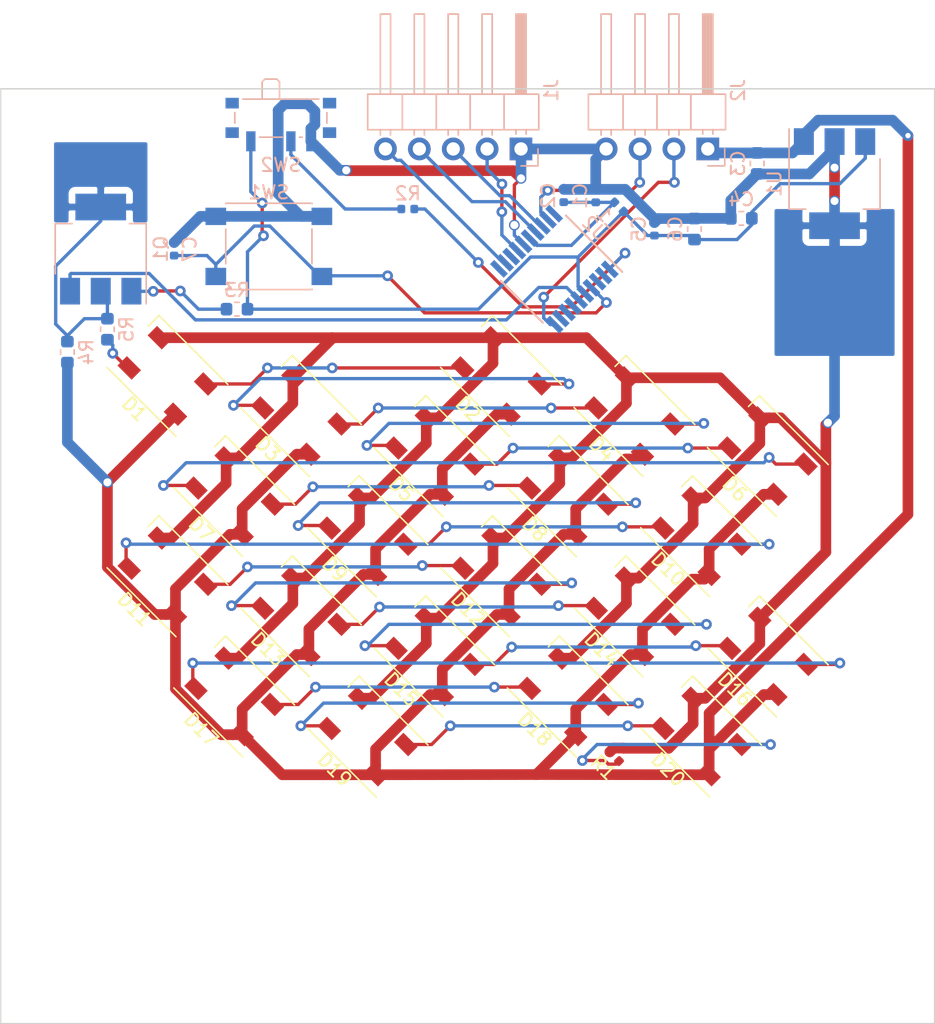
<source format=kicad_pcb>
(kicad_pcb (version 20171130) (host pcbnew 5.1.5)

  (general
    (thickness 1.6)
    (drawings 4)
    (tracks 518)
    (zones 0)
    (modules 40)
    (nets 38)
  )

  (page A4)
  (layers
    (0 F.Cu signal)
    (31 B.Cu signal)
    (32 B.Adhes user)
    (33 F.Adhes user)
    (34 B.Paste user)
    (35 F.Paste user)
    (36 B.SilkS user)
    (37 F.SilkS user)
    (38 B.Mask user)
    (39 F.Mask user)
    (40 Dwgs.User user)
    (41 Cmts.User user)
    (42 Eco1.User user)
    (43 Eco2.User user)
    (44 Edge.Cuts user)
    (45 Margin user)
    (46 B.CrtYd user)
    (47 F.CrtYd user)
    (48 B.Fab user)
    (49 F.Fab user)
  )

  (setup
    (last_trace_width 0.25)
    (user_trace_width 0.25)
    (trace_clearance 0.2)
    (zone_clearance 0.508)
    (zone_45_only no)
    (trace_min 0.2)
    (via_size 0.8)
    (via_drill 0.4)
    (via_min_size 0.4)
    (via_min_drill 0.3)
    (uvia_size 0.3)
    (uvia_drill 0.1)
    (uvias_allowed no)
    (uvia_min_size 0.2)
    (uvia_min_drill 0.1)
    (edge_width 0.05)
    (segment_width 0.2)
    (pcb_text_width 0.3)
    (pcb_text_size 1.5 1.5)
    (mod_edge_width 0.12)
    (mod_text_size 1 1)
    (mod_text_width 0.15)
    (pad_size 1.524 1.524)
    (pad_drill 0.762)
    (pad_to_mask_clearance 0.051)
    (solder_mask_min_width 0.25)
    (aux_axis_origin 0 0)
    (visible_elements FFFFFF7F)
    (pcbplotparams
      (layerselection 0x010fc_ffffffff)
      (usegerberextensions false)
      (usegerberattributes false)
      (usegerberadvancedattributes false)
      (creategerberjobfile false)
      (excludeedgelayer true)
      (linewidth 0.100000)
      (plotframeref false)
      (viasonmask false)
      (mode 1)
      (useauxorigin false)
      (hpglpennumber 1)
      (hpglpenspeed 20)
      (hpglpendiameter 15.000000)
      (psnegative false)
      (psa4output false)
      (plotreference true)
      (plotvalue true)
      (plotinvisibletext false)
      (padsonsilk false)
      (subtractmaskfromsilk false)
      (outputformat 1)
      (mirror false)
      (drillshape 1)
      (scaleselection 1)
      (outputdirectory ""))
  )

  (net 0 "")
  (net 1 GND)
  (net 2 +3.3VA)
  (net 3 +3V3)
  (net 4 +5V)
  (net 5 /CTS)
  (net 6 /TX)
  (net 7 /RX)
  (net 8 /RTS)
  (net 9 /SDA)
  (net 10 /SCL)
  (net 11 "Net-(D1-Pad4)")
  (net 12 "Net-(D2-Pad4)")
  (net 13 "Net-(D19-Pad4)")
  (net 14 "Net-(D3-Pad4)")
  (net 15 "Net-(D4-Pad4)")
  (net 16 "Net-(D5-Pad4)")
  (net 17 "Net-(D6-Pad4)")
  (net 18 "Net-(D7-Pad4)")
  (net 19 "Net-(D10-Pad2)")
  (net 20 "Net-(D10-Pad4)")
  (net 21 "Net-(D11-Pad4)")
  (net 22 "Net-(D12-Pad4)")
  (net 23 "Net-(D13-Pad4)")
  (net 24 "Net-(D14-Pad4)")
  (net 25 "Net-(D15-Pad4)")
  (net 26 "Net-(D16-Pad4)")
  (net 27 "Net-(D17-Pad4)")
  (net 28 "Net-(D18-Pad4)")
  (net 29 /digits/DATA_OUT)
  (net 30 /Dat_in)
  (net 31 "Net-(C7-Pad1)")
  (net 32 "Net-(D8-Pad4)")
  (net 33 "Net-(R2-Pad2)")
  (net 34 "Net-(R2-Pad1)")
  (net 35 "Net-(Q1-Pad1)")
  (net 36 /Dat)
  (net 37 "Net-(Q1-Pad2)")

  (net_class Default "Dies ist die voreingestellte Netzklasse."
    (clearance 0.2)
    (trace_width 0.25)
    (via_dia 0.8)
    (via_drill 0.4)
    (uvia_dia 0.3)
    (uvia_drill 0.1)
    (add_net +3.3VA)
    (add_net +3V3)
    (add_net /CTS)
    (add_net /Dat)
    (add_net /Dat_in)
    (add_net /RTS)
    (add_net /RX)
    (add_net /SCL)
    (add_net /SDA)
    (add_net /TX)
    (add_net /digits/DATA_OUT)
    (add_net "Net-(C7-Pad1)")
    (add_net "Net-(D1-Pad4)")
    (add_net "Net-(D10-Pad2)")
    (add_net "Net-(D10-Pad4)")
    (add_net "Net-(D11-Pad4)")
    (add_net "Net-(D12-Pad4)")
    (add_net "Net-(D13-Pad4)")
    (add_net "Net-(D14-Pad4)")
    (add_net "Net-(D15-Pad4)")
    (add_net "Net-(D16-Pad4)")
    (add_net "Net-(D17-Pad4)")
    (add_net "Net-(D18-Pad4)")
    (add_net "Net-(D19-Pad4)")
    (add_net "Net-(D2-Pad4)")
    (add_net "Net-(D3-Pad4)")
    (add_net "Net-(D4-Pad4)")
    (add_net "Net-(D5-Pad4)")
    (add_net "Net-(D6-Pad4)")
    (add_net "Net-(D7-Pad4)")
    (add_net "Net-(D8-Pad4)")
    (add_net "Net-(Q1-Pad1)")
    (add_net "Net-(Q1-Pad2)")
    (add_net "Net-(R2-Pad1)")
    (add_net "Net-(R2-Pad2)")
  )

  (net_class Power ""
    (clearance 0.2)
    (trace_width 0.8)
    (via_dia 0.8)
    (via_drill 0.6)
    (uvia_dia 0.3)
    (uvia_drill 0.1)
    (add_net +5V)
    (add_net GND)
  )

  (module LED_SMD:LED_SK6812_PLCC4_5.0x5.0mm_P3.2mm (layer F.Cu) (tedit 5AA4B263) (tstamp 5E582B70)
    (at 52.5 55.5 135)
    (descr https://cdn-shop.adafruit.com/product-files/1138/SK6812+LED+datasheet+.pdf)
    (tags "LED RGB NeoPixel")
    (path /5DC8AC6D/5DCB3721)
    (attr smd)
    (fp_text reference D18 (at 0 -3.5 135) (layer F.SilkS)
      (effects (font (size 1 1) (thickness 0.15)))
    )
    (fp_text value SK6812 (at 0 4 135) (layer F.Fab)
      (effects (font (size 1 1) (thickness 0.15)))
    )
    (fp_circle (center 0 0) (end 0 -2) (layer F.Fab) (width 0.1))
    (fp_line (start 3.65 2.75) (end 3.65 1.6) (layer F.SilkS) (width 0.12))
    (fp_line (start -3.65 2.75) (end 3.65 2.75) (layer F.SilkS) (width 0.12))
    (fp_line (start -3.65 -2.75) (end 3.65 -2.75) (layer F.SilkS) (width 0.12))
    (fp_line (start 2.5 -2.5) (end -2.5 -2.5) (layer F.Fab) (width 0.1))
    (fp_line (start 2.5 2.5) (end 2.5 -2.5) (layer F.Fab) (width 0.1))
    (fp_line (start -2.5 2.5) (end 2.5 2.5) (layer F.Fab) (width 0.1))
    (fp_line (start -2.5 -2.5) (end -2.5 2.5) (layer F.Fab) (width 0.1))
    (fp_line (start 2.5 1.5) (end 1.5 2.5) (layer F.Fab) (width 0.1))
    (fp_line (start -3.45 -2.75) (end -3.45 2.75) (layer F.CrtYd) (width 0.05))
    (fp_line (start -3.45 2.75) (end 3.45 2.75) (layer F.CrtYd) (width 0.05))
    (fp_line (start 3.45 2.75) (end 3.45 -2.75) (layer F.CrtYd) (width 0.05))
    (fp_line (start 3.45 -2.75) (end -3.45 -2.75) (layer F.CrtYd) (width 0.05))
    (fp_text user %R (at 0 0 135) (layer F.Fab)
      (effects (font (size 0.8 0.8) (thickness 0.15)))
    )
    (pad 3 smd rect (at -2.45 -1.6 135) (size 1.5 1) (layers F.Cu F.Paste F.Mask)
      (net 4 +5V))
    (pad 4 smd rect (at -2.45 1.6 135) (size 1.5 1) (layers F.Cu F.Paste F.Mask)
      (net 28 "Net-(D18-Pad4)"))
    (pad 2 smd rect (at 2.45 -1.6 135) (size 1.5 1) (layers F.Cu F.Paste F.Mask)
      (net 27 "Net-(D17-Pad4)"))
    (pad 1 smd rect (at 2.45 1.6 135) (size 1.5 1) (layers F.Cu F.Paste F.Mask)
      (net 1 GND))
    (model ${KISYS3DMOD}/LED_SMD.3dshapes/LED_SK6812_PLCC4_5.0x5.0mm_P3.2mm.wrl
      (at (xyz 0 0 0))
      (scale (xyz 1 1 1))
      (rotate (xyz 0 0 0))
    )
  )

  (module Resistor_SMD:R_0603_1608Metric (layer B.Cu) (tedit 5B301BBD) (tstamp 5E58410F)
    (at 18 28 90)
    (descr "Resistor SMD 0603 (1608 Metric), square (rectangular) end terminal, IPC_7351 nominal, (Body size source: http://www.tortai-tech.com/upload/download/2011102023233369053.pdf), generated with kicad-footprint-generator")
    (tags resistor)
    (path /5E59D6AE)
    (attr smd)
    (fp_text reference R5 (at 0 1.43 90) (layer B.SilkS)
      (effects (font (size 1 1) (thickness 0.15)) (justify mirror))
    )
    (fp_text value 470 (at 0 -1.43 90) (layer B.Fab)
      (effects (font (size 1 1) (thickness 0.15)) (justify mirror))
    )
    (fp_text user %R (at 0 0 90) (layer B.Fab)
      (effects (font (size 0.4 0.4) (thickness 0.06)) (justify mirror))
    )
    (fp_line (start 1.48 -0.73) (end -1.48 -0.73) (layer B.CrtYd) (width 0.05))
    (fp_line (start 1.48 0.73) (end 1.48 -0.73) (layer B.CrtYd) (width 0.05))
    (fp_line (start -1.48 0.73) (end 1.48 0.73) (layer B.CrtYd) (width 0.05))
    (fp_line (start -1.48 -0.73) (end -1.48 0.73) (layer B.CrtYd) (width 0.05))
    (fp_line (start -0.162779 -0.51) (end 0.162779 -0.51) (layer B.SilkS) (width 0.12))
    (fp_line (start -0.162779 0.51) (end 0.162779 0.51) (layer B.SilkS) (width 0.12))
    (fp_line (start 0.8 -0.4) (end -0.8 -0.4) (layer B.Fab) (width 0.1))
    (fp_line (start 0.8 0.4) (end 0.8 -0.4) (layer B.Fab) (width 0.1))
    (fp_line (start -0.8 0.4) (end 0.8 0.4) (layer B.Fab) (width 0.1))
    (fp_line (start -0.8 -0.4) (end -0.8 0.4) (layer B.Fab) (width 0.1))
    (pad 2 smd roundrect (at 0.7875 0 90) (size 0.875 0.95) (layers B.Cu B.Paste B.Mask) (roundrect_rratio 0.25)
      (net 37 "Net-(Q1-Pad2)"))
    (pad 1 smd roundrect (at -0.7875 0 90) (size 0.875 0.95) (layers B.Cu B.Paste B.Mask) (roundrect_rratio 0.25)
      (net 30 /Dat_in))
    (model ${KISYS3DMOD}/Resistor_SMD.3dshapes/R_0603_1608Metric.wrl
      (at (xyz 0 0 0))
      (scale (xyz 1 1 1))
      (rotate (xyz 0 0 0))
    )
  )

  (module Resistor_SMD:R_0603_1608Metric (layer B.Cu) (tedit 5B301BBD) (tstamp 5E5846BA)
    (at 15 29.7125 90)
    (descr "Resistor SMD 0603 (1608 Metric), square (rectangular) end terminal, IPC_7351 nominal, (Body size source: http://www.tortai-tech.com/upload/download/2011102023233369053.pdf), generated with kicad-footprint-generator")
    (tags resistor)
    (path /5E59C7C3)
    (attr smd)
    (fp_text reference R4 (at 0 1.43 90) (layer B.SilkS)
      (effects (font (size 1 1) (thickness 0.15)) (justify mirror))
    )
    (fp_text value 6.8k (at 0 -1.43 90) (layer B.Fab)
      (effects (font (size 1 1) (thickness 0.15)) (justify mirror))
    )
    (fp_text user %R (at 0 0 90) (layer B.Fab)
      (effects (font (size 0.4 0.4) (thickness 0.06)) (justify mirror))
    )
    (fp_line (start 1.48 -0.73) (end -1.48 -0.73) (layer B.CrtYd) (width 0.05))
    (fp_line (start 1.48 0.73) (end 1.48 -0.73) (layer B.CrtYd) (width 0.05))
    (fp_line (start -1.48 0.73) (end 1.48 0.73) (layer B.CrtYd) (width 0.05))
    (fp_line (start -1.48 -0.73) (end -1.48 0.73) (layer B.CrtYd) (width 0.05))
    (fp_line (start -0.162779 -0.51) (end 0.162779 -0.51) (layer B.SilkS) (width 0.12))
    (fp_line (start -0.162779 0.51) (end 0.162779 0.51) (layer B.SilkS) (width 0.12))
    (fp_line (start 0.8 -0.4) (end -0.8 -0.4) (layer B.Fab) (width 0.1))
    (fp_line (start 0.8 0.4) (end 0.8 -0.4) (layer B.Fab) (width 0.1))
    (fp_line (start -0.8 0.4) (end 0.8 0.4) (layer B.Fab) (width 0.1))
    (fp_line (start -0.8 -0.4) (end -0.8 0.4) (layer B.Fab) (width 0.1))
    (pad 2 smd roundrect (at 0.7875 0 90) (size 0.875 0.95) (layers B.Cu B.Paste B.Mask) (roundrect_rratio 0.25)
      (net 37 "Net-(Q1-Pad2)"))
    (pad 1 smd roundrect (at -0.7875 0 90) (size 0.875 0.95) (layers B.Cu B.Paste B.Mask) (roundrect_rratio 0.25)
      (net 4 +5V))
    (model ${KISYS3DMOD}/Resistor_SMD.3dshapes/R_0603_1608Metric.wrl
      (at (xyz 0 0 0))
      (scale (xyz 1 1 1))
      (rotate (xyz 0 0 0))
    )
  )

  (module Resistor_SMD:R_0603_1608Metric (layer B.Cu) (tedit 5B301BBD) (tstamp 5E58774D)
    (at 27.7125 26.5 180)
    (descr "Resistor SMD 0603 (1608 Metric), square (rectangular) end terminal, IPC_7351 nominal, (Body size source: http://www.tortai-tech.com/upload/download/2011102023233369053.pdf), generated with kicad-footprint-generator")
    (tags resistor)
    (path /5E59BC22)
    (attr smd)
    (fp_text reference R3 (at 0 1.43) (layer B.SilkS)
      (effects (font (size 1 1) (thickness 0.15)) (justify mirror))
    )
    (fp_text value 2.2k (at 0 -1.43) (layer B.Fab)
      (effects (font (size 1 1) (thickness 0.15)) (justify mirror))
    )
    (fp_text user %R (at 0 0) (layer B.Fab)
      (effects (font (size 0.4 0.4) (thickness 0.06)) (justify mirror))
    )
    (fp_line (start 1.48 -0.73) (end -1.48 -0.73) (layer B.CrtYd) (width 0.05))
    (fp_line (start 1.48 0.73) (end 1.48 -0.73) (layer B.CrtYd) (width 0.05))
    (fp_line (start -1.48 0.73) (end 1.48 0.73) (layer B.CrtYd) (width 0.05))
    (fp_line (start -1.48 -0.73) (end -1.48 0.73) (layer B.CrtYd) (width 0.05))
    (fp_line (start -0.162779 -0.51) (end 0.162779 -0.51) (layer B.SilkS) (width 0.12))
    (fp_line (start -0.162779 0.51) (end 0.162779 0.51) (layer B.SilkS) (width 0.12))
    (fp_line (start 0.8 -0.4) (end -0.8 -0.4) (layer B.Fab) (width 0.1))
    (fp_line (start 0.8 0.4) (end 0.8 -0.4) (layer B.Fab) (width 0.1))
    (fp_line (start -0.8 0.4) (end 0.8 0.4) (layer B.Fab) (width 0.1))
    (fp_line (start -0.8 -0.4) (end -0.8 0.4) (layer B.Fab) (width 0.1))
    (pad 2 smd roundrect (at 0.7875 0 180) (size 0.875 0.95) (layers B.Cu B.Paste B.Mask) (roundrect_rratio 0.25)
      (net 35 "Net-(Q1-Pad1)"))
    (pad 1 smd roundrect (at -0.7875 0 180) (size 0.875 0.95) (layers B.Cu B.Paste B.Mask) (roundrect_rratio 0.25)
      (net 3 +3V3))
    (model ${KISYS3DMOD}/Resistor_SMD.3dshapes/R_0603_1608Metric.wrl
      (at (xyz 0 0 0))
      (scale (xyz 1 1 1))
      (rotate (xyz 0 0 0))
    )
  )

  (module Package_TO_SOT_SMD:SOT-223-3_TabPin2 (layer B.Cu) (tedit 5A02FF57) (tstamp 5E584405)
    (at 17.5 22 90)
    (descr "module CMS SOT223 4 pins")
    (tags "CMS SOT")
    (path /5E58DDBB)
    (attr smd)
    (fp_text reference Q1 (at 0 4.5 90) (layer B.SilkS)
      (effects (font (size 1 1) (thickness 0.15)) (justify mirror))
    )
    (fp_text value PZT2222A (at 0 -4.5 90) (layer B.Fab)
      (effects (font (size 1 1) (thickness 0.15)) (justify mirror))
    )
    (fp_line (start 1.85 3.35) (end 1.85 -3.35) (layer B.Fab) (width 0.1))
    (fp_line (start -1.85 -3.35) (end 1.85 -3.35) (layer B.Fab) (width 0.1))
    (fp_line (start -4.1 3.41) (end 1.91 3.41) (layer B.SilkS) (width 0.12))
    (fp_line (start -0.85 3.35) (end 1.85 3.35) (layer B.Fab) (width 0.1))
    (fp_line (start -1.85 -3.41) (end 1.91 -3.41) (layer B.SilkS) (width 0.12))
    (fp_line (start -1.85 2.35) (end -1.85 -3.35) (layer B.Fab) (width 0.1))
    (fp_line (start -1.85 2.35) (end -0.85 3.35) (layer B.Fab) (width 0.1))
    (fp_line (start -4.4 3.6) (end -4.4 -3.6) (layer B.CrtYd) (width 0.05))
    (fp_line (start -4.4 -3.6) (end 4.4 -3.6) (layer B.CrtYd) (width 0.05))
    (fp_line (start 4.4 -3.6) (end 4.4 3.6) (layer B.CrtYd) (width 0.05))
    (fp_line (start 4.4 3.6) (end -4.4 3.6) (layer B.CrtYd) (width 0.05))
    (fp_line (start 1.91 3.41) (end 1.91 2.15) (layer B.SilkS) (width 0.12))
    (fp_line (start 1.91 -3.41) (end 1.91 -2.15) (layer B.SilkS) (width 0.12))
    (fp_text user %R (at 0 0 180) (layer B.Fab)
      (effects (font (size 0.8 0.8) (thickness 0.12)) (justify mirror))
    )
    (pad 1 smd rect (at -3.15 2.3 90) (size 2 1.5) (layers B.Cu B.Paste B.Mask)
      (net 35 "Net-(Q1-Pad1)"))
    (pad 3 smd rect (at -3.15 -2.3 90) (size 2 1.5) (layers B.Cu B.Paste B.Mask)
      (net 36 /Dat))
    (pad 2 smd rect (at -3.15 0 90) (size 2 1.5) (layers B.Cu B.Paste B.Mask)
      (net 37 "Net-(Q1-Pad2)"))
    (pad 2 smd rect (at 3.15 0 90) (size 2 3.8) (layers B.Cu B.Paste B.Mask)
      (net 37 "Net-(Q1-Pad2)"))
    (model ${KISYS3DMOD}/Package_TO_SOT_SMD.3dshapes/SOT-223.wrl
      (at (xyz 0 0 0))
      (scale (xyz 1 1 1))
      (rotate (xyz 0 0 0))
    )
  )

  (module Resistor_SMD:R_0402_1005Metric (layer F.Cu) (tedit 5B301BBD) (tstamp 5E582D61)
    (at 56 60 135)
    (descr "Resistor SMD 0402 (1005 Metric), square (rectangular) end terminal, IPC_7351 nominal, (Body size source: http://www.tortai-tech.com/upload/download/2011102023233369053.pdf), generated with kicad-footprint-generator")
    (tags resistor)
    (path /5E585311)
    (attr smd)
    (fp_text reference R1 (at 0 -1.17 135) (layer F.SilkS)
      (effects (font (size 1 1) (thickness 0.15)))
    )
    (fp_text value 10k (at 0 1.17 135) (layer F.Fab)
      (effects (font (size 1 1) (thickness 0.15)))
    )
    (fp_text user %R (at 0 0 135) (layer F.Fab)
      (effects (font (size 0.25 0.25) (thickness 0.04)))
    )
    (fp_line (start 0.93 0.47) (end -0.93 0.47) (layer F.CrtYd) (width 0.05))
    (fp_line (start 0.93 -0.47) (end 0.93 0.47) (layer F.CrtYd) (width 0.05))
    (fp_line (start -0.93 -0.47) (end 0.93 -0.47) (layer F.CrtYd) (width 0.05))
    (fp_line (start -0.93 0.47) (end -0.93 -0.47) (layer F.CrtYd) (width 0.05))
    (fp_line (start 0.5 0.25) (end -0.5 0.25) (layer F.Fab) (width 0.1))
    (fp_line (start 0.5 -0.25) (end 0.5 0.25) (layer F.Fab) (width 0.1))
    (fp_line (start -0.5 -0.25) (end 0.5 -0.25) (layer F.Fab) (width 0.1))
    (fp_line (start -0.5 0.25) (end -0.5 -0.25) (layer F.Fab) (width 0.1))
    (pad 2 smd roundrect (at 0.485 0 135) (size 0.59 0.64) (layers F.Cu F.Paste F.Mask) (roundrect_rratio 0.25)
      (net 1 GND))
    (pad 1 smd roundrect (at -0.485 0 135) (size 0.59 0.64) (layers F.Cu F.Paste F.Mask) (roundrect_rratio 0.25)
      (net 29 /digits/DATA_OUT))
    (model ${KISYS3DMOD}/Resistor_SMD.3dshapes/R_0402_1005Metric.wrl
      (at (xyz 0 0 0))
      (scale (xyz 1 1 1))
      (rotate (xyz 0 0 0))
    )
  )

  (module LED_SMD:LED_SK6812_PLCC4_5.0x5.0mm_P3.2mm (layer F.Cu) (tedit 5AA4B263) (tstamp 5E582E8E)
    (at 62.5 58.5 135)
    (descr https://cdn-shop.adafruit.com/product-files/1138/SK6812+LED+datasheet+.pdf)
    (tags "LED RGB NeoPixel")
    (path /5DC8AC6D/5DCB3735)
    (attr smd)
    (fp_text reference D20 (at 0 -3.5 135) (layer F.SilkS)
      (effects (font (size 1 1) (thickness 0.15)))
    )
    (fp_text value SK6812 (at 0 4 135) (layer F.Fab)
      (effects (font (size 1 1) (thickness 0.15)))
    )
    (fp_text user %R (at 0 0 135) (layer F.Fab)
      (effects (font (size 0.8 0.8) (thickness 0.15)))
    )
    (fp_line (start 3.45 -2.75) (end -3.45 -2.75) (layer F.CrtYd) (width 0.05))
    (fp_line (start 3.45 2.75) (end 3.45 -2.75) (layer F.CrtYd) (width 0.05))
    (fp_line (start -3.45 2.75) (end 3.45 2.75) (layer F.CrtYd) (width 0.05))
    (fp_line (start -3.45 -2.75) (end -3.45 2.75) (layer F.CrtYd) (width 0.05))
    (fp_line (start 2.5 1.5) (end 1.5 2.5) (layer F.Fab) (width 0.1))
    (fp_line (start -2.5 -2.5) (end -2.5 2.5) (layer F.Fab) (width 0.1))
    (fp_line (start -2.5 2.5) (end 2.5 2.5) (layer F.Fab) (width 0.1))
    (fp_line (start 2.5 2.5) (end 2.5 -2.5) (layer F.Fab) (width 0.1))
    (fp_line (start 2.5 -2.5) (end -2.5 -2.5) (layer F.Fab) (width 0.1))
    (fp_line (start -3.65 -2.75) (end 3.65 -2.75) (layer F.SilkS) (width 0.12))
    (fp_line (start -3.65 2.75) (end 3.65 2.75) (layer F.SilkS) (width 0.12))
    (fp_line (start 3.65 2.75) (end 3.65 1.6) (layer F.SilkS) (width 0.12))
    (fp_circle (center 0 0) (end 0 -2) (layer F.Fab) (width 0.1))
    (pad 1 smd rect (at 2.45 1.6 135) (size 1.5 1) (layers F.Cu F.Paste F.Mask)
      (net 1 GND))
    (pad 2 smd rect (at 2.45 -1.6 135) (size 1.5 1) (layers F.Cu F.Paste F.Mask)
      (net 13 "Net-(D19-Pad4)"))
    (pad 4 smd rect (at -2.45 1.6 135) (size 1.5 1) (layers F.Cu F.Paste F.Mask)
      (net 29 /digits/DATA_OUT))
    (pad 3 smd rect (at -2.45 -1.6 135) (size 1.5 1) (layers F.Cu F.Paste F.Mask)
      (net 4 +5V))
    (model ${KISYS3DMOD}/LED_SMD.3dshapes/LED_SK6812_PLCC4_5.0x5.0mm_P3.2mm.wrl
      (at (xyz 0 0 0))
      (scale (xyz 1 1 1))
      (rotate (xyz 0 0 0))
    )
  )

  (module LED_SMD:LED_SK6812_PLCC4_5.0x5.0mm_P3.2mm (layer F.Cu) (tedit 5AA4B263) (tstamp 5E582E4F)
    (at 62.5 43.5 135)
    (descr https://cdn-shop.adafruit.com/product-files/1138/SK6812+LED+datasheet+.pdf)
    (tags "LED RGB NeoPixel")
    (path /5DC8AC6D/5DC9D18D)
    (attr smd)
    (fp_text reference D10 (at 0 -3.5 135) (layer F.SilkS)
      (effects (font (size 1 1) (thickness 0.15)))
    )
    (fp_text value SK6812 (at 0 4 135) (layer F.Fab)
      (effects (font (size 1 1) (thickness 0.15)))
    )
    (fp_circle (center 0 0) (end 0 -2) (layer F.Fab) (width 0.1))
    (fp_line (start 3.65 2.75) (end 3.65 1.6) (layer F.SilkS) (width 0.12))
    (fp_line (start -3.65 2.75) (end 3.65 2.75) (layer F.SilkS) (width 0.12))
    (fp_line (start -3.65 -2.75) (end 3.65 -2.75) (layer F.SilkS) (width 0.12))
    (fp_line (start 2.5 -2.5) (end -2.5 -2.5) (layer F.Fab) (width 0.1))
    (fp_line (start 2.5 2.5) (end 2.5 -2.5) (layer F.Fab) (width 0.1))
    (fp_line (start -2.5 2.5) (end 2.5 2.5) (layer F.Fab) (width 0.1))
    (fp_line (start -2.5 -2.5) (end -2.5 2.5) (layer F.Fab) (width 0.1))
    (fp_line (start 2.5 1.5) (end 1.5 2.5) (layer F.Fab) (width 0.1))
    (fp_line (start -3.45 -2.75) (end -3.45 2.75) (layer F.CrtYd) (width 0.05))
    (fp_line (start -3.45 2.75) (end 3.45 2.75) (layer F.CrtYd) (width 0.05))
    (fp_line (start 3.45 2.75) (end 3.45 -2.75) (layer F.CrtYd) (width 0.05))
    (fp_line (start 3.45 -2.75) (end -3.45 -2.75) (layer F.CrtYd) (width 0.05))
    (fp_text user %R (at 0 0 135) (layer F.Fab)
      (effects (font (size 0.8 0.8) (thickness 0.15)))
    )
    (pad 3 smd rect (at -2.45 -1.6 135) (size 1.5 1) (layers F.Cu F.Paste F.Mask)
      (net 4 +5V))
    (pad 4 smd rect (at -2.45 1.6 135) (size 1.5 1) (layers F.Cu F.Paste F.Mask)
      (net 20 "Net-(D10-Pad4)"))
    (pad 2 smd rect (at 2.45 -1.6 135) (size 1.5 1) (layers F.Cu F.Paste F.Mask)
      (net 19 "Net-(D10-Pad2)"))
    (pad 1 smd rect (at 2.45 1.6 135) (size 1.5 1) (layers F.Cu F.Paste F.Mask)
      (net 1 GND))
    (model ${KISYS3DMOD}/LED_SMD.3dshapes/LED_SK6812_PLCC4_5.0x5.0mm_P3.2mm.wrl
      (at (xyz 0 0 0))
      (scale (xyz 1 1 1))
      (rotate (xyz 0 0 0))
    )
  )

  (module LED_SMD:LED_SK6812_PLCC4_5.0x5.0mm_P3.2mm (layer F.Cu) (tedit 5AA4B263) (tstamp 5E582DD1)
    (at 37.5 58.5 135)
    (descr https://cdn-shop.adafruit.com/product-files/1138/SK6812+LED+datasheet+.pdf)
    (tags "LED RGB NeoPixel")
    (path /5DC8AC6D/5DCB372B)
    (attr smd)
    (fp_text reference D19 (at 0 -3.5 135) (layer F.SilkS)
      (effects (font (size 1 1) (thickness 0.15)))
    )
    (fp_text value SK6812 (at 0 4 135) (layer F.Fab)
      (effects (font (size 1 1) (thickness 0.15)))
    )
    (fp_text user %R (at 0 0 135) (layer F.Fab)
      (effects (font (size 0.8 0.8) (thickness 0.15)))
    )
    (fp_line (start 3.45 -2.75) (end -3.45 -2.75) (layer F.CrtYd) (width 0.05))
    (fp_line (start 3.45 2.75) (end 3.45 -2.75) (layer F.CrtYd) (width 0.05))
    (fp_line (start -3.45 2.75) (end 3.45 2.75) (layer F.CrtYd) (width 0.05))
    (fp_line (start -3.45 -2.75) (end -3.45 2.75) (layer F.CrtYd) (width 0.05))
    (fp_line (start 2.5 1.5) (end 1.5 2.5) (layer F.Fab) (width 0.1))
    (fp_line (start -2.5 -2.5) (end -2.5 2.5) (layer F.Fab) (width 0.1))
    (fp_line (start -2.5 2.5) (end 2.5 2.5) (layer F.Fab) (width 0.1))
    (fp_line (start 2.5 2.5) (end 2.5 -2.5) (layer F.Fab) (width 0.1))
    (fp_line (start 2.5 -2.5) (end -2.5 -2.5) (layer F.Fab) (width 0.1))
    (fp_line (start -3.65 -2.75) (end 3.65 -2.75) (layer F.SilkS) (width 0.12))
    (fp_line (start -3.65 2.75) (end 3.65 2.75) (layer F.SilkS) (width 0.12))
    (fp_line (start 3.65 2.75) (end 3.65 1.6) (layer F.SilkS) (width 0.12))
    (fp_circle (center 0 0) (end 0 -2) (layer F.Fab) (width 0.1))
    (pad 1 smd rect (at 2.45 1.6 135) (size 1.5 1) (layers F.Cu F.Paste F.Mask)
      (net 1 GND))
    (pad 2 smd rect (at 2.45 -1.6 135) (size 1.5 1) (layers F.Cu F.Paste F.Mask)
      (net 28 "Net-(D18-Pad4)"))
    (pad 4 smd rect (at -2.45 1.6 135) (size 1.5 1) (layers F.Cu F.Paste F.Mask)
      (net 13 "Net-(D19-Pad4)"))
    (pad 3 smd rect (at -2.45 -1.6 135) (size 1.5 1) (layers F.Cu F.Paste F.Mask)
      (net 4 +5V))
    (model ${KISYS3DMOD}/LED_SMD.3dshapes/LED_SK6812_PLCC4_5.0x5.0mm_P3.2mm.wrl
      (at (xyz 0 0 0))
      (scale (xyz 1 1 1))
      (rotate (xyz 0 0 0))
    )
  )

  (module LED_SMD:LED_SK6812_PLCC4_5.0x5.0mm_P3.2mm (layer F.Cu) (tedit 5AA4B263) (tstamp 5E582D92)
    (at 37.5 43.5 135)
    (descr https://cdn-shop.adafruit.com/product-files/1138/SK6812+LED+datasheet+.pdf)
    (tags "LED RGB NeoPixel")
    (path /5DC8AC6D/5DC9D183)
    (attr smd)
    (fp_text reference D9 (at 0 -3.5 135) (layer F.SilkS)
      (effects (font (size 1 1) (thickness 0.15)))
    )
    (fp_text value SK6812 (at 0 4 135) (layer F.Fab)
      (effects (font (size 1 1) (thickness 0.15)))
    )
    (fp_circle (center 0 0) (end 0 -2) (layer F.Fab) (width 0.1))
    (fp_line (start 3.65 2.75) (end 3.65 1.6) (layer F.SilkS) (width 0.12))
    (fp_line (start -3.65 2.75) (end 3.65 2.75) (layer F.SilkS) (width 0.12))
    (fp_line (start -3.65 -2.75) (end 3.65 -2.75) (layer F.SilkS) (width 0.12))
    (fp_line (start 2.5 -2.5) (end -2.5 -2.5) (layer F.Fab) (width 0.1))
    (fp_line (start 2.5 2.5) (end 2.5 -2.5) (layer F.Fab) (width 0.1))
    (fp_line (start -2.5 2.5) (end 2.5 2.5) (layer F.Fab) (width 0.1))
    (fp_line (start -2.5 -2.5) (end -2.5 2.5) (layer F.Fab) (width 0.1))
    (fp_line (start 2.5 1.5) (end 1.5 2.5) (layer F.Fab) (width 0.1))
    (fp_line (start -3.45 -2.75) (end -3.45 2.75) (layer F.CrtYd) (width 0.05))
    (fp_line (start -3.45 2.75) (end 3.45 2.75) (layer F.CrtYd) (width 0.05))
    (fp_line (start 3.45 2.75) (end 3.45 -2.75) (layer F.CrtYd) (width 0.05))
    (fp_line (start 3.45 -2.75) (end -3.45 -2.75) (layer F.CrtYd) (width 0.05))
    (fp_text user %R (at 0 0 135) (layer F.Fab)
      (effects (font (size 0.8 0.8) (thickness 0.15)))
    )
    (pad 3 smd rect (at -2.45 -1.6 135) (size 1.5 1) (layers F.Cu F.Paste F.Mask)
      (net 4 +5V))
    (pad 4 smd rect (at -2.45 1.6 135) (size 1.5 1) (layers F.Cu F.Paste F.Mask)
      (net 19 "Net-(D10-Pad2)"))
    (pad 2 smd rect (at 2.45 -1.6 135) (size 1.5 1) (layers F.Cu F.Paste F.Mask)
      (net 32 "Net-(D8-Pad4)"))
    (pad 1 smd rect (at 2.45 1.6 135) (size 1.5 1) (layers F.Cu F.Paste F.Mask)
      (net 1 GND))
    (model ${KISYS3DMOD}/LED_SMD.3dshapes/LED_SK6812_PLCC4_5.0x5.0mm_P3.2mm.wrl
      (at (xyz 0 0 0))
      (scale (xyz 1 1 1))
      (rotate (xyz 0 0 0))
    )
  )

  (module LED_SMD:LED_SK6812_PLCC4_5.0x5.0mm_P3.2mm (layer F.Cu) (tedit 5AA4B263) (tstamp 5E582D29)
    (at 52.5 40.5 135)
    (descr https://cdn-shop.adafruit.com/product-files/1138/SK6812+LED+datasheet+.pdf)
    (tags "LED RGB NeoPixel")
    (path /5DC8AC6D/5DC9319D)
    (attr smd)
    (fp_text reference D8 (at 0 -3.5 135) (layer F.SilkS)
      (effects (font (size 1 1) (thickness 0.15)))
    )
    (fp_text value SK6812 (at 0 4 135) (layer F.Fab)
      (effects (font (size 1 1) (thickness 0.15)))
    )
    (fp_circle (center 0 0) (end 0 -2) (layer F.Fab) (width 0.1))
    (fp_line (start 3.65 2.75) (end 3.65 1.6) (layer F.SilkS) (width 0.12))
    (fp_line (start -3.65 2.75) (end 3.65 2.75) (layer F.SilkS) (width 0.12))
    (fp_line (start -3.65 -2.75) (end 3.65 -2.75) (layer F.SilkS) (width 0.12))
    (fp_line (start 2.5 -2.5) (end -2.5 -2.5) (layer F.Fab) (width 0.1))
    (fp_line (start 2.5 2.5) (end 2.5 -2.5) (layer F.Fab) (width 0.1))
    (fp_line (start -2.5 2.5) (end 2.5 2.5) (layer F.Fab) (width 0.1))
    (fp_line (start -2.5 -2.5) (end -2.5 2.5) (layer F.Fab) (width 0.1))
    (fp_line (start 2.5 1.5) (end 1.5 2.5) (layer F.Fab) (width 0.1))
    (fp_line (start -3.45 -2.75) (end -3.45 2.75) (layer F.CrtYd) (width 0.05))
    (fp_line (start -3.45 2.75) (end 3.45 2.75) (layer F.CrtYd) (width 0.05))
    (fp_line (start 3.45 2.75) (end 3.45 -2.75) (layer F.CrtYd) (width 0.05))
    (fp_line (start 3.45 -2.75) (end -3.45 -2.75) (layer F.CrtYd) (width 0.05))
    (fp_text user %R (at 0 0 135) (layer F.Fab)
      (effects (font (size 0.8 0.8) (thickness 0.15)))
    )
    (pad 3 smd rect (at -2.45 -1.6 135) (size 1.5 1) (layers F.Cu F.Paste F.Mask)
      (net 4 +5V))
    (pad 4 smd rect (at -2.45 1.6 135) (size 1.5 1) (layers F.Cu F.Paste F.Mask)
      (net 32 "Net-(D8-Pad4)"))
    (pad 2 smd rect (at 2.45 -1.6 135) (size 1.5 1) (layers F.Cu F.Paste F.Mask)
      (net 18 "Net-(D7-Pad4)"))
    (pad 1 smd rect (at 2.45 1.6 135) (size 1.5 1) (layers F.Cu F.Paste F.Mask)
      (net 1 GND))
    (model ${KISYS3DMOD}/LED_SMD.3dshapes/LED_SK6812_PLCC4_5.0x5.0mm_P3.2mm.wrl
      (at (xyz 0 0 0))
      (scale (xyz 1 1 1))
      (rotate (xyz 0 0 0))
    )
  )

  (module LED_SMD:LED_SK6812_PLCC4_5.0x5.0mm_P3.2mm (layer F.Cu) (tedit 5AA4B263) (tstamp 5E582ECD)
    (at 27.5 55.5 135)
    (descr https://cdn-shop.adafruit.com/product-files/1138/SK6812+LED+datasheet+.pdf)
    (tags "LED RGB NeoPixel")
    (path /5DC8AC6D/5DCB3717)
    (attr smd)
    (fp_text reference D17 (at 0 -3.5 135) (layer F.SilkS)
      (effects (font (size 1 1) (thickness 0.15)))
    )
    (fp_text value SK6812 (at 0 4 135) (layer F.Fab)
      (effects (font (size 1 1) (thickness 0.15)))
    )
    (fp_circle (center 0 0) (end 0 -2) (layer F.Fab) (width 0.1))
    (fp_line (start 3.65 2.75) (end 3.65 1.6) (layer F.SilkS) (width 0.12))
    (fp_line (start -3.65 2.75) (end 3.65 2.75) (layer F.SilkS) (width 0.12))
    (fp_line (start -3.65 -2.75) (end 3.65 -2.75) (layer F.SilkS) (width 0.12))
    (fp_line (start 2.5 -2.5) (end -2.5 -2.5) (layer F.Fab) (width 0.1))
    (fp_line (start 2.5 2.5) (end 2.5 -2.5) (layer F.Fab) (width 0.1))
    (fp_line (start -2.5 2.5) (end 2.5 2.5) (layer F.Fab) (width 0.1))
    (fp_line (start -2.5 -2.5) (end -2.5 2.5) (layer F.Fab) (width 0.1))
    (fp_line (start 2.5 1.5) (end 1.5 2.5) (layer F.Fab) (width 0.1))
    (fp_line (start -3.45 -2.75) (end -3.45 2.75) (layer F.CrtYd) (width 0.05))
    (fp_line (start -3.45 2.75) (end 3.45 2.75) (layer F.CrtYd) (width 0.05))
    (fp_line (start 3.45 2.75) (end 3.45 -2.75) (layer F.CrtYd) (width 0.05))
    (fp_line (start 3.45 -2.75) (end -3.45 -2.75) (layer F.CrtYd) (width 0.05))
    (fp_text user %R (at 0 0 135) (layer F.Fab)
      (effects (font (size 0.8 0.8) (thickness 0.15)))
    )
    (pad 3 smd rect (at -2.45 -1.6 135) (size 1.5 1) (layers F.Cu F.Paste F.Mask)
      (net 4 +5V))
    (pad 4 smd rect (at -2.45 1.6 135) (size 1.5 1) (layers F.Cu F.Paste F.Mask)
      (net 27 "Net-(D17-Pad4)"))
    (pad 2 smd rect (at 2.45 -1.6 135) (size 1.5 1) (layers F.Cu F.Paste F.Mask)
      (net 26 "Net-(D16-Pad4)"))
    (pad 1 smd rect (at 2.45 1.6 135) (size 1.5 1) (layers F.Cu F.Paste F.Mask)
      (net 1 GND))
    (model ${KISYS3DMOD}/LED_SMD.3dshapes/LED_SK6812_PLCC4_5.0x5.0mm_P3.2mm.wrl
      (at (xyz 0 0 0))
      (scale (xyz 1 1 1))
      (rotate (xyz 0 0 0))
    )
  )

  (module LED_SMD:LED_SK6812_PLCC4_5.0x5.0mm_P3.2mm (layer F.Cu) (tedit 5AA4B263) (tstamp 5E582F4B)
    (at 27.5 40.5 135)
    (descr https://cdn-shop.adafruit.com/product-files/1138/SK6812+LED+datasheet+.pdf)
    (tags "LED RGB NeoPixel")
    (path /5DC8AC6D/5DC93193)
    (attr smd)
    (fp_text reference D7 (at 0 -3.5 135) (layer F.SilkS)
      (effects (font (size 1 1) (thickness 0.15)))
    )
    (fp_text value SK6812 (at 0 4 135) (layer F.Fab)
      (effects (font (size 1 1) (thickness 0.15)))
    )
    (fp_circle (center 0 0) (end 0 -2) (layer F.Fab) (width 0.1))
    (fp_line (start 3.65 2.75) (end 3.65 1.6) (layer F.SilkS) (width 0.12))
    (fp_line (start -3.65 2.75) (end 3.65 2.75) (layer F.SilkS) (width 0.12))
    (fp_line (start -3.65 -2.75) (end 3.65 -2.75) (layer F.SilkS) (width 0.12))
    (fp_line (start 2.5 -2.5) (end -2.5 -2.5) (layer F.Fab) (width 0.1))
    (fp_line (start 2.5 2.5) (end 2.5 -2.5) (layer F.Fab) (width 0.1))
    (fp_line (start -2.5 2.5) (end 2.5 2.5) (layer F.Fab) (width 0.1))
    (fp_line (start -2.5 -2.5) (end -2.5 2.5) (layer F.Fab) (width 0.1))
    (fp_line (start 2.5 1.5) (end 1.5 2.5) (layer F.Fab) (width 0.1))
    (fp_line (start -3.45 -2.75) (end -3.45 2.75) (layer F.CrtYd) (width 0.05))
    (fp_line (start -3.45 2.75) (end 3.45 2.75) (layer F.CrtYd) (width 0.05))
    (fp_line (start 3.45 2.75) (end 3.45 -2.75) (layer F.CrtYd) (width 0.05))
    (fp_line (start 3.45 -2.75) (end -3.45 -2.75) (layer F.CrtYd) (width 0.05))
    (fp_text user %R (at 0 0 135) (layer F.Fab)
      (effects (font (size 0.8 0.8) (thickness 0.15)))
    )
    (pad 3 smd rect (at -2.45 -1.6 135) (size 1.5 1) (layers F.Cu F.Paste F.Mask)
      (net 4 +5V))
    (pad 4 smd rect (at -2.45 1.6 135) (size 1.5 1) (layers F.Cu F.Paste F.Mask)
      (net 18 "Net-(D7-Pad4)"))
    (pad 2 smd rect (at 2.45 -1.6 135) (size 1.5 1) (layers F.Cu F.Paste F.Mask)
      (net 17 "Net-(D6-Pad4)"))
    (pad 1 smd rect (at 2.45 1.6 135) (size 1.5 1) (layers F.Cu F.Paste F.Mask)
      (net 1 GND))
    (model ${KISYS3DMOD}/LED_SMD.3dshapes/LED_SK6812_PLCC4_5.0x5.0mm_P3.2mm.wrl
      (at (xyz 0 0 0))
      (scale (xyz 1 1 1))
      (rotate (xyz 0 0 0))
    )
  )

  (module LED_SMD:LED_SK6812_PLCC4_5.0x5.0mm_P3.2mm (layer F.Cu) (tedit 5AA4B263) (tstamp 5E582E10)
    (at 67.5 52.5 135)
    (descr https://cdn-shop.adafruit.com/product-files/1138/SK6812+LED+datasheet+.pdf)
    (tags "LED RGB NeoPixel")
    (path /5DC8AC6D/5DCB370D)
    (attr smd)
    (fp_text reference D16 (at 0 -3.5 135) (layer F.SilkS)
      (effects (font (size 1 1) (thickness 0.15)))
    )
    (fp_text value SK6812 (at 0 4 135) (layer F.Fab)
      (effects (font (size 1 1) (thickness 0.15)))
    )
    (fp_circle (center 0 0) (end 0 -2) (layer F.Fab) (width 0.1))
    (fp_line (start 3.65 2.75) (end 3.65 1.6) (layer F.SilkS) (width 0.12))
    (fp_line (start -3.65 2.75) (end 3.65 2.75) (layer F.SilkS) (width 0.12))
    (fp_line (start -3.65 -2.75) (end 3.65 -2.75) (layer F.SilkS) (width 0.12))
    (fp_line (start 2.5 -2.5) (end -2.5 -2.5) (layer F.Fab) (width 0.1))
    (fp_line (start 2.5 2.5) (end 2.5 -2.5) (layer F.Fab) (width 0.1))
    (fp_line (start -2.5 2.5) (end 2.5 2.5) (layer F.Fab) (width 0.1))
    (fp_line (start -2.5 -2.5) (end -2.5 2.5) (layer F.Fab) (width 0.1))
    (fp_line (start 2.5 1.5) (end 1.5 2.5) (layer F.Fab) (width 0.1))
    (fp_line (start -3.45 -2.75) (end -3.45 2.75) (layer F.CrtYd) (width 0.05))
    (fp_line (start -3.45 2.75) (end 3.45 2.75) (layer F.CrtYd) (width 0.05))
    (fp_line (start 3.45 2.75) (end 3.45 -2.75) (layer F.CrtYd) (width 0.05))
    (fp_line (start 3.45 -2.75) (end -3.45 -2.75) (layer F.CrtYd) (width 0.05))
    (fp_text user %R (at 0 0 135) (layer F.Fab)
      (effects (font (size 0.8 0.8) (thickness 0.15)))
    )
    (pad 3 smd rect (at -2.45 -1.6 135) (size 1.5 1) (layers F.Cu F.Paste F.Mask)
      (net 4 +5V))
    (pad 4 smd rect (at -2.45 1.6 135) (size 1.5 1) (layers F.Cu F.Paste F.Mask)
      (net 26 "Net-(D16-Pad4)"))
    (pad 2 smd rect (at 2.45 -1.6 135) (size 1.5 1) (layers F.Cu F.Paste F.Mask)
      (net 25 "Net-(D15-Pad4)"))
    (pad 1 smd rect (at 2.45 1.6 135) (size 1.5 1) (layers F.Cu F.Paste F.Mask)
      (net 1 GND))
    (model ${KISYS3DMOD}/LED_SMD.3dshapes/LED_SK6812_PLCC4_5.0x5.0mm_P3.2mm.wrl
      (at (xyz 0 0 0))
      (scale (xyz 1 1 1))
      (rotate (xyz 0 0 0))
    )
  )

  (module LED_SMD:LED_SK6812_PLCC4_5.0x5.0mm_P3.2mm (layer F.Cu) (tedit 5AA4B263) (tstamp 5E582F0C)
    (at 67.5 37.5 135)
    (descr https://cdn-shop.adafruit.com/product-files/1138/SK6812+LED+datasheet+.pdf)
    (tags "LED RGB NeoPixel")
    (path /5DC8AC6D/5DC93189)
    (attr smd)
    (fp_text reference D6 (at 0 -3.5 135) (layer F.SilkS)
      (effects (font (size 1 1) (thickness 0.15)))
    )
    (fp_text value SK6812 (at 0 4 135) (layer F.Fab)
      (effects (font (size 1 1) (thickness 0.15)))
    )
    (fp_circle (center 0 0) (end 0 -2) (layer F.Fab) (width 0.1))
    (fp_line (start 3.65 2.75) (end 3.65 1.6) (layer F.SilkS) (width 0.12))
    (fp_line (start -3.65 2.75) (end 3.65 2.75) (layer F.SilkS) (width 0.12))
    (fp_line (start -3.65 -2.75) (end 3.65 -2.75) (layer F.SilkS) (width 0.12))
    (fp_line (start 2.5 -2.5) (end -2.5 -2.5) (layer F.Fab) (width 0.1))
    (fp_line (start 2.5 2.5) (end 2.5 -2.5) (layer F.Fab) (width 0.1))
    (fp_line (start -2.5 2.5) (end 2.5 2.5) (layer F.Fab) (width 0.1))
    (fp_line (start -2.5 -2.5) (end -2.5 2.5) (layer F.Fab) (width 0.1))
    (fp_line (start 2.5 1.5) (end 1.5 2.5) (layer F.Fab) (width 0.1))
    (fp_line (start -3.45 -2.75) (end -3.45 2.75) (layer F.CrtYd) (width 0.05))
    (fp_line (start -3.45 2.75) (end 3.45 2.75) (layer F.CrtYd) (width 0.05))
    (fp_line (start 3.45 2.75) (end 3.45 -2.75) (layer F.CrtYd) (width 0.05))
    (fp_line (start 3.45 -2.75) (end -3.45 -2.75) (layer F.CrtYd) (width 0.05))
    (fp_text user %R (at 0 0 135) (layer F.Fab)
      (effects (font (size 0.8 0.8) (thickness 0.15)))
    )
    (pad 3 smd rect (at -2.45 -1.6 135) (size 1.5 1) (layers F.Cu F.Paste F.Mask)
      (net 4 +5V))
    (pad 4 smd rect (at -2.45 1.6 135) (size 1.5 1) (layers F.Cu F.Paste F.Mask)
      (net 17 "Net-(D6-Pad4)"))
    (pad 2 smd rect (at 2.45 -1.6 135) (size 1.5 1) (layers F.Cu F.Paste F.Mask)
      (net 16 "Net-(D5-Pad4)"))
    (pad 1 smd rect (at 2.45 1.6 135) (size 1.5 1) (layers F.Cu F.Paste F.Mask)
      (net 1 GND))
    (model ${KISYS3DMOD}/LED_SMD.3dshapes/LED_SK6812_PLCC4_5.0x5.0mm_P3.2mm.wrl
      (at (xyz 0 0 0))
      (scale (xyz 1 1 1))
      (rotate (xyz 0 0 0))
    )
  )

  (module LED_SMD:LED_SK6812_PLCC4_5.0x5.0mm_P3.2mm (layer F.Cu) (tedit 5AA4B263) (tstamp 5E582F8A)
    (at 42.5 52.5 135)
    (descr https://cdn-shop.adafruit.com/product-files/1138/SK6812+LED+datasheet+.pdf)
    (tags "LED RGB NeoPixel")
    (path /5DC8AC6D/5DCB3703)
    (attr smd)
    (fp_text reference D15 (at 0 -3.5 135) (layer F.SilkS)
      (effects (font (size 1 1) (thickness 0.15)))
    )
    (fp_text value SK6812 (at 0 4 135) (layer F.Fab)
      (effects (font (size 1 1) (thickness 0.15)))
    )
    (fp_circle (center 0 0) (end 0 -2) (layer F.Fab) (width 0.1))
    (fp_line (start 3.65 2.75) (end 3.65 1.6) (layer F.SilkS) (width 0.12))
    (fp_line (start -3.65 2.75) (end 3.65 2.75) (layer F.SilkS) (width 0.12))
    (fp_line (start -3.65 -2.75) (end 3.65 -2.75) (layer F.SilkS) (width 0.12))
    (fp_line (start 2.5 -2.5) (end -2.5 -2.5) (layer F.Fab) (width 0.1))
    (fp_line (start 2.5 2.5) (end 2.5 -2.5) (layer F.Fab) (width 0.1))
    (fp_line (start -2.5 2.5) (end 2.5 2.5) (layer F.Fab) (width 0.1))
    (fp_line (start -2.5 -2.5) (end -2.5 2.5) (layer F.Fab) (width 0.1))
    (fp_line (start 2.5 1.5) (end 1.5 2.5) (layer F.Fab) (width 0.1))
    (fp_line (start -3.45 -2.75) (end -3.45 2.75) (layer F.CrtYd) (width 0.05))
    (fp_line (start -3.45 2.75) (end 3.45 2.75) (layer F.CrtYd) (width 0.05))
    (fp_line (start 3.45 2.75) (end 3.45 -2.75) (layer F.CrtYd) (width 0.05))
    (fp_line (start 3.45 -2.75) (end -3.45 -2.75) (layer F.CrtYd) (width 0.05))
    (fp_text user %R (at 0 0 135) (layer F.Fab)
      (effects (font (size 0.8 0.8) (thickness 0.15)))
    )
    (pad 3 smd rect (at -2.45 -1.6 135) (size 1.5 1) (layers F.Cu F.Paste F.Mask)
      (net 4 +5V))
    (pad 4 smd rect (at -2.45 1.6 135) (size 1.5 1) (layers F.Cu F.Paste F.Mask)
      (net 25 "Net-(D15-Pad4)"))
    (pad 2 smd rect (at 2.45 -1.6 135) (size 1.5 1) (layers F.Cu F.Paste F.Mask)
      (net 24 "Net-(D14-Pad4)"))
    (pad 1 smd rect (at 2.45 1.6 135) (size 1.5 1) (layers F.Cu F.Paste F.Mask)
      (net 1 GND))
    (model ${KISYS3DMOD}/LED_SMD.3dshapes/LED_SK6812_PLCC4_5.0x5.0mm_P3.2mm.wrl
      (at (xyz 0 0 0))
      (scale (xyz 1 1 1))
      (rotate (xyz 0 0 0))
    )
  )

  (module LED_SMD:LED_SK6812_PLCC4_5.0x5.0mm_P3.2mm (layer F.Cu) (tedit 5AA4B263) (tstamp 5E582FC9)
    (at 42.5 37.5 135)
    (descr https://cdn-shop.adafruit.com/product-files/1138/SK6812+LED+datasheet+.pdf)
    (tags "LED RGB NeoPixel")
    (path /5DC8AC6D/5DC9317F)
    (attr smd)
    (fp_text reference D5 (at 0 -3.5 135) (layer F.SilkS)
      (effects (font (size 1 1) (thickness 0.15)))
    )
    (fp_text value SK6812 (at 0 4 135) (layer F.Fab)
      (effects (font (size 1 1) (thickness 0.15)))
    )
    (fp_circle (center 0 0) (end 0 -2) (layer F.Fab) (width 0.1))
    (fp_line (start 3.65 2.75) (end 3.65 1.6) (layer F.SilkS) (width 0.12))
    (fp_line (start -3.65 2.75) (end 3.65 2.75) (layer F.SilkS) (width 0.12))
    (fp_line (start -3.65 -2.75) (end 3.65 -2.75) (layer F.SilkS) (width 0.12))
    (fp_line (start 2.5 -2.5) (end -2.5 -2.5) (layer F.Fab) (width 0.1))
    (fp_line (start 2.5 2.5) (end 2.5 -2.5) (layer F.Fab) (width 0.1))
    (fp_line (start -2.5 2.5) (end 2.5 2.5) (layer F.Fab) (width 0.1))
    (fp_line (start -2.5 -2.5) (end -2.5 2.5) (layer F.Fab) (width 0.1))
    (fp_line (start 2.5 1.5) (end 1.5 2.5) (layer F.Fab) (width 0.1))
    (fp_line (start -3.45 -2.75) (end -3.45 2.75) (layer F.CrtYd) (width 0.05))
    (fp_line (start -3.45 2.75) (end 3.45 2.75) (layer F.CrtYd) (width 0.05))
    (fp_line (start 3.45 2.75) (end 3.45 -2.75) (layer F.CrtYd) (width 0.05))
    (fp_line (start 3.45 -2.75) (end -3.45 -2.75) (layer F.CrtYd) (width 0.05))
    (fp_text user %R (at 0 0 135) (layer F.Fab)
      (effects (font (size 0.8 0.8) (thickness 0.15)))
    )
    (pad 3 smd rect (at -2.45 -1.6 135) (size 1.5 1) (layers F.Cu F.Paste F.Mask)
      (net 4 +5V))
    (pad 4 smd rect (at -2.45 1.6 135) (size 1.5 1) (layers F.Cu F.Paste F.Mask)
      (net 16 "Net-(D5-Pad4)"))
    (pad 2 smd rect (at 2.45 -1.6 135) (size 1.5 1) (layers F.Cu F.Paste F.Mask)
      (net 15 "Net-(D4-Pad4)"))
    (pad 1 smd rect (at 2.45 1.6 135) (size 1.5 1) (layers F.Cu F.Paste F.Mask)
      (net 1 GND))
    (model ${KISYS3DMOD}/LED_SMD.3dshapes/LED_SK6812_PLCC4_5.0x5.0mm_P3.2mm.wrl
      (at (xyz 0 0 0))
      (scale (xyz 1 1 1))
      (rotate (xyz 0 0 0))
    )
  )

  (module LED_SMD:LED_SK6812_PLCC4_5.0x5.0mm_P3.2mm (layer F.Cu) (tedit 5AA4B263) (tstamp 5E582BAF)
    (at 57.5 49.5 135)
    (descr https://cdn-shop.adafruit.com/product-files/1138/SK6812+LED+datasheet+.pdf)
    (tags "LED RGB NeoPixel")
    (path /5DC8AC6D/5DCB36F9)
    (attr smd)
    (fp_text reference D14 (at 0 -3.5 135) (layer F.SilkS)
      (effects (font (size 1 1) (thickness 0.15)))
    )
    (fp_text value SK6812 (at 0 4 135) (layer F.Fab)
      (effects (font (size 1 1) (thickness 0.15)))
    )
    (fp_circle (center 0 0) (end 0 -2) (layer F.Fab) (width 0.1))
    (fp_line (start 3.65 2.75) (end 3.65 1.6) (layer F.SilkS) (width 0.12))
    (fp_line (start -3.65 2.75) (end 3.65 2.75) (layer F.SilkS) (width 0.12))
    (fp_line (start -3.65 -2.75) (end 3.65 -2.75) (layer F.SilkS) (width 0.12))
    (fp_line (start 2.5 -2.5) (end -2.5 -2.5) (layer F.Fab) (width 0.1))
    (fp_line (start 2.5 2.5) (end 2.5 -2.5) (layer F.Fab) (width 0.1))
    (fp_line (start -2.5 2.5) (end 2.5 2.5) (layer F.Fab) (width 0.1))
    (fp_line (start -2.5 -2.5) (end -2.5 2.5) (layer F.Fab) (width 0.1))
    (fp_line (start 2.5 1.5) (end 1.5 2.5) (layer F.Fab) (width 0.1))
    (fp_line (start -3.45 -2.75) (end -3.45 2.75) (layer F.CrtYd) (width 0.05))
    (fp_line (start -3.45 2.75) (end 3.45 2.75) (layer F.CrtYd) (width 0.05))
    (fp_line (start 3.45 2.75) (end 3.45 -2.75) (layer F.CrtYd) (width 0.05))
    (fp_line (start 3.45 -2.75) (end -3.45 -2.75) (layer F.CrtYd) (width 0.05))
    (fp_text user %R (at 0 0 135) (layer F.Fab)
      (effects (font (size 0.8 0.8) (thickness 0.15)))
    )
    (pad 3 smd rect (at -2.45 -1.6 135) (size 1.5 1) (layers F.Cu F.Paste F.Mask)
      (net 4 +5V))
    (pad 4 smd rect (at -2.45 1.6 135) (size 1.5 1) (layers F.Cu F.Paste F.Mask)
      (net 24 "Net-(D14-Pad4)"))
    (pad 2 smd rect (at 2.45 -1.6 135) (size 1.5 1) (layers F.Cu F.Paste F.Mask)
      (net 23 "Net-(D13-Pad4)"))
    (pad 1 smd rect (at 2.45 1.6 135) (size 1.5 1) (layers F.Cu F.Paste F.Mask)
      (net 1 GND))
    (model ${KISYS3DMOD}/LED_SMD.3dshapes/LED_SK6812_PLCC4_5.0x5.0mm_P3.2mm.wrl
      (at (xyz 0 0 0))
      (scale (xyz 1 1 1))
      (rotate (xyz 0 0 0))
    )
  )

  (module LED_SMD:LED_SK6812_PLCC4_5.0x5.0mm_P3.2mm (layer F.Cu) (tedit 5AA4B263) (tstamp 5E582B31)
    (at 57.5 34.5 135)
    (descr https://cdn-shop.adafruit.com/product-files/1138/SK6812+LED+datasheet+.pdf)
    (tags "LED RGB NeoPixel")
    (path /5DC8AC6D/5DC8D819)
    (attr smd)
    (fp_text reference D4 (at 0 -3.5 135) (layer F.SilkS)
      (effects (font (size 1 1) (thickness 0.15)))
    )
    (fp_text value SK6812 (at 0 4 135) (layer F.Fab)
      (effects (font (size 1 1) (thickness 0.15)))
    )
    (fp_text user %R (at 0 0 135) (layer F.Fab)
      (effects (font (size 0.8 0.8) (thickness 0.15)))
    )
    (fp_line (start 3.45 -2.75) (end -3.45 -2.75) (layer F.CrtYd) (width 0.05))
    (fp_line (start 3.45 2.75) (end 3.45 -2.75) (layer F.CrtYd) (width 0.05))
    (fp_line (start -3.45 2.75) (end 3.45 2.75) (layer F.CrtYd) (width 0.05))
    (fp_line (start -3.45 -2.75) (end -3.45 2.75) (layer F.CrtYd) (width 0.05))
    (fp_line (start 2.5 1.5) (end 1.5 2.5) (layer F.Fab) (width 0.1))
    (fp_line (start -2.5 -2.5) (end -2.5 2.5) (layer F.Fab) (width 0.1))
    (fp_line (start -2.5 2.5) (end 2.5 2.5) (layer F.Fab) (width 0.1))
    (fp_line (start 2.5 2.5) (end 2.5 -2.5) (layer F.Fab) (width 0.1))
    (fp_line (start 2.5 -2.5) (end -2.5 -2.5) (layer F.Fab) (width 0.1))
    (fp_line (start -3.65 -2.75) (end 3.65 -2.75) (layer F.SilkS) (width 0.12))
    (fp_line (start -3.65 2.75) (end 3.65 2.75) (layer F.SilkS) (width 0.12))
    (fp_line (start 3.65 2.75) (end 3.65 1.6) (layer F.SilkS) (width 0.12))
    (fp_circle (center 0 0) (end 0 -2) (layer F.Fab) (width 0.1))
    (pad 1 smd rect (at 2.45 1.6 135) (size 1.5 1) (layers F.Cu F.Paste F.Mask)
      (net 1 GND))
    (pad 2 smd rect (at 2.45 -1.6 135) (size 1.5 1) (layers F.Cu F.Paste F.Mask)
      (net 14 "Net-(D3-Pad4)"))
    (pad 4 smd rect (at -2.45 1.6 135) (size 1.5 1) (layers F.Cu F.Paste F.Mask)
      (net 15 "Net-(D4-Pad4)"))
    (pad 3 smd rect (at -2.45 -1.6 135) (size 1.5 1) (layers F.Cu F.Paste F.Mask)
      (net 4 +5V))
    (model ${KISYS3DMOD}/LED_SMD.3dshapes/LED_SK6812_PLCC4_5.0x5.0mm_P3.2mm.wrl
      (at (xyz 0 0 0))
      (scale (xyz 1 1 1))
      (rotate (xyz 0 0 0))
    )
  )

  (module LED_SMD:LED_SK6812_PLCC4_5.0x5.0mm_P3.2mm (layer F.Cu) (tedit 5AA4B263) (tstamp 5E582CAB)
    (at 32.5 49.5 135)
    (descr https://cdn-shop.adafruit.com/product-files/1138/SK6812+LED+datasheet+.pdf)
    (tags "LED RGB NeoPixel")
    (path /5DC8AC6D/5DCB36EF)
    (attr smd)
    (fp_text reference D13 (at 0 -3.5 135) (layer F.SilkS)
      (effects (font (size 1 1) (thickness 0.15)))
    )
    (fp_text value SK6812 (at 0 4 135) (layer F.Fab)
      (effects (font (size 1 1) (thickness 0.15)))
    )
    (fp_circle (center 0 0) (end 0 -2) (layer F.Fab) (width 0.1))
    (fp_line (start 3.65 2.75) (end 3.65 1.6) (layer F.SilkS) (width 0.12))
    (fp_line (start -3.65 2.75) (end 3.65 2.75) (layer F.SilkS) (width 0.12))
    (fp_line (start -3.65 -2.75) (end 3.65 -2.75) (layer F.SilkS) (width 0.12))
    (fp_line (start 2.5 -2.5) (end -2.5 -2.5) (layer F.Fab) (width 0.1))
    (fp_line (start 2.5 2.5) (end 2.5 -2.5) (layer F.Fab) (width 0.1))
    (fp_line (start -2.5 2.5) (end 2.5 2.5) (layer F.Fab) (width 0.1))
    (fp_line (start -2.5 -2.5) (end -2.5 2.5) (layer F.Fab) (width 0.1))
    (fp_line (start 2.5 1.5) (end 1.5 2.5) (layer F.Fab) (width 0.1))
    (fp_line (start -3.45 -2.75) (end -3.45 2.75) (layer F.CrtYd) (width 0.05))
    (fp_line (start -3.45 2.75) (end 3.45 2.75) (layer F.CrtYd) (width 0.05))
    (fp_line (start 3.45 2.75) (end 3.45 -2.75) (layer F.CrtYd) (width 0.05))
    (fp_line (start 3.45 -2.75) (end -3.45 -2.75) (layer F.CrtYd) (width 0.05))
    (fp_text user %R (at 0 0 135) (layer F.Fab)
      (effects (font (size 0.8 0.8) (thickness 0.15)))
    )
    (pad 3 smd rect (at -2.45 -1.6 135) (size 1.5 1) (layers F.Cu F.Paste F.Mask)
      (net 4 +5V))
    (pad 4 smd rect (at -2.45 1.6 135) (size 1.5 1) (layers F.Cu F.Paste F.Mask)
      (net 23 "Net-(D13-Pad4)"))
    (pad 2 smd rect (at 2.45 -1.6 135) (size 1.5 1) (layers F.Cu F.Paste F.Mask)
      (net 22 "Net-(D12-Pad4)"))
    (pad 1 smd rect (at 2.45 1.6 135) (size 1.5 1) (layers F.Cu F.Paste F.Mask)
      (net 1 GND))
    (model ${KISYS3DMOD}/LED_SMD.3dshapes/LED_SK6812_PLCC4_5.0x5.0mm_P3.2mm.wrl
      (at (xyz 0 0 0))
      (scale (xyz 1 1 1))
      (rotate (xyz 0 0 0))
    )
  )

  (module LED_SMD:LED_SK6812_PLCC4_5.0x5.0mm_P3.2mm (layer F.Cu) (tedit 5AA4B263) (tstamp 5E580BFC)
    (at 32.5 34.5 135)
    (descr https://cdn-shop.adafruit.com/product-files/1138/SK6812+LED+datasheet+.pdf)
    (tags "LED RGB NeoPixel")
    (path /5DC8AC6D/5DC8D80F)
    (attr smd)
    (fp_text reference D3 (at 0 -3.5 135) (layer F.SilkS)
      (effects (font (size 1 1) (thickness 0.15)))
    )
    (fp_text value SK6812 (at 0 4 135) (layer F.Fab)
      (effects (font (size 1 1) (thickness 0.15)))
    )
    (fp_text user %R (at 0 0 135) (layer F.Fab)
      (effects (font (size 0.8 0.8) (thickness 0.15)))
    )
    (fp_line (start 3.45 -2.75) (end -3.45 -2.75) (layer F.CrtYd) (width 0.05))
    (fp_line (start 3.45 2.75) (end 3.45 -2.75) (layer F.CrtYd) (width 0.05))
    (fp_line (start -3.45 2.75) (end 3.45 2.75) (layer F.CrtYd) (width 0.05))
    (fp_line (start -3.45 -2.75) (end -3.45 2.75) (layer F.CrtYd) (width 0.05))
    (fp_line (start 2.5 1.5) (end 1.5 2.5) (layer F.Fab) (width 0.1))
    (fp_line (start -2.5 -2.5) (end -2.5 2.5) (layer F.Fab) (width 0.1))
    (fp_line (start -2.5 2.5) (end 2.5 2.5) (layer F.Fab) (width 0.1))
    (fp_line (start 2.5 2.5) (end 2.5 -2.5) (layer F.Fab) (width 0.1))
    (fp_line (start 2.5 -2.5) (end -2.5 -2.5) (layer F.Fab) (width 0.1))
    (fp_line (start -3.65 -2.75) (end 3.65 -2.75) (layer F.SilkS) (width 0.12))
    (fp_line (start -3.65 2.75) (end 3.65 2.75) (layer F.SilkS) (width 0.12))
    (fp_line (start 3.65 2.75) (end 3.65 1.6) (layer F.SilkS) (width 0.12))
    (fp_circle (center 0 0) (end 0 -2) (layer F.Fab) (width 0.1))
    (pad 1 smd rect (at 2.45 1.6 135) (size 1.5 1) (layers F.Cu F.Paste F.Mask)
      (net 1 GND))
    (pad 2 smd rect (at 2.45 -1.6 135) (size 1.5 1) (layers F.Cu F.Paste F.Mask)
      (net 12 "Net-(D2-Pad4)"))
    (pad 4 smd rect (at -2.45 1.6 135) (size 1.5 1) (layers F.Cu F.Paste F.Mask)
      (net 14 "Net-(D3-Pad4)"))
    (pad 3 smd rect (at -2.45 -1.6 135) (size 1.5 1) (layers F.Cu F.Paste F.Mask)
      (net 4 +5V))
    (model ${KISYS3DMOD}/LED_SMD.3dshapes/LED_SK6812_PLCC4_5.0x5.0mm_P3.2mm.wrl
      (at (xyz 0 0 0))
      (scale (xyz 1 1 1))
      (rotate (xyz 0 0 0))
    )
  )

  (module LED_SMD:LED_SK6812_PLCC4_5.0x5.0mm_P3.2mm (layer F.Cu) (tedit 5AA4B263) (tstamp 5E582BEE)
    (at 47.5 46.5 135)
    (descr https://cdn-shop.adafruit.com/product-files/1138/SK6812+LED+datasheet+.pdf)
    (tags "LED RGB NeoPixel")
    (path /5DC8AC6D/5DCB36E5)
    (attr smd)
    (fp_text reference D12 (at 0 -3.5 135) (layer F.SilkS)
      (effects (font (size 1 1) (thickness 0.15)))
    )
    (fp_text value SK6812 (at 0 4 135) (layer F.Fab)
      (effects (font (size 1 1) (thickness 0.15)))
    )
    (fp_circle (center 0 0) (end 0 -2) (layer F.Fab) (width 0.1))
    (fp_line (start 3.65 2.75) (end 3.65 1.6) (layer F.SilkS) (width 0.12))
    (fp_line (start -3.65 2.75) (end 3.65 2.75) (layer F.SilkS) (width 0.12))
    (fp_line (start -3.65 -2.75) (end 3.65 -2.75) (layer F.SilkS) (width 0.12))
    (fp_line (start 2.5 -2.5) (end -2.5 -2.5) (layer F.Fab) (width 0.1))
    (fp_line (start 2.5 2.5) (end 2.5 -2.5) (layer F.Fab) (width 0.1))
    (fp_line (start -2.5 2.5) (end 2.5 2.5) (layer F.Fab) (width 0.1))
    (fp_line (start -2.5 -2.5) (end -2.5 2.5) (layer F.Fab) (width 0.1))
    (fp_line (start 2.5 1.5) (end 1.5 2.5) (layer F.Fab) (width 0.1))
    (fp_line (start -3.45 -2.75) (end -3.45 2.75) (layer F.CrtYd) (width 0.05))
    (fp_line (start -3.45 2.75) (end 3.45 2.75) (layer F.CrtYd) (width 0.05))
    (fp_line (start 3.45 2.75) (end 3.45 -2.75) (layer F.CrtYd) (width 0.05))
    (fp_line (start 3.45 -2.75) (end -3.45 -2.75) (layer F.CrtYd) (width 0.05))
    (fp_text user %R (at 0 0 135) (layer F.Fab)
      (effects (font (size 0.8 0.8) (thickness 0.15)))
    )
    (pad 3 smd rect (at -2.45 -1.6 135) (size 1.5 1) (layers F.Cu F.Paste F.Mask)
      (net 4 +5V))
    (pad 4 smd rect (at -2.45 1.6 135) (size 1.5 1) (layers F.Cu F.Paste F.Mask)
      (net 22 "Net-(D12-Pad4)"))
    (pad 2 smd rect (at 2.45 -1.6 135) (size 1.5 1) (layers F.Cu F.Paste F.Mask)
      (net 21 "Net-(D11-Pad4)"))
    (pad 1 smd rect (at 2.45 1.6 135) (size 1.5 1) (layers F.Cu F.Paste F.Mask)
      (net 1 GND))
    (model ${KISYS3DMOD}/LED_SMD.3dshapes/LED_SK6812_PLCC4_5.0x5.0mm_P3.2mm.wrl
      (at (xyz 0 0 0))
      (scale (xyz 1 1 1))
      (rotate (xyz 0 0 0))
    )
  )

  (module LED_SMD:LED_SK6812_PLCC4_5.0x5.0mm_P3.2mm (layer F.Cu) (tedit 5AA4B263) (tstamp 5E582C6C)
    (at 47.5 31.5 135)
    (descr https://cdn-shop.adafruit.com/product-files/1138/SK6812+LED+datasheet+.pdf)
    (tags "LED RGB NeoPixel")
    (path /5DC8AC6D/5DC8C574)
    (attr smd)
    (fp_text reference D2 (at 0 -3.5 135) (layer F.SilkS)
      (effects (font (size 1 1) (thickness 0.15)))
    )
    (fp_text value SK6812 (at 0 4 135) (layer F.Fab)
      (effects (font (size 1 1) (thickness 0.15)))
    )
    (fp_circle (center 0 0) (end 0 -2) (layer F.Fab) (width 0.1))
    (fp_line (start 3.65 2.75) (end 3.65 1.6) (layer F.SilkS) (width 0.12))
    (fp_line (start -3.65 2.75) (end 3.65 2.75) (layer F.SilkS) (width 0.12))
    (fp_line (start -3.65 -2.75) (end 3.65 -2.75) (layer F.SilkS) (width 0.12))
    (fp_line (start 2.5 -2.5) (end -2.5 -2.5) (layer F.Fab) (width 0.1))
    (fp_line (start 2.5 2.5) (end 2.5 -2.5) (layer F.Fab) (width 0.1))
    (fp_line (start -2.5 2.5) (end 2.5 2.5) (layer F.Fab) (width 0.1))
    (fp_line (start -2.5 -2.5) (end -2.5 2.5) (layer F.Fab) (width 0.1))
    (fp_line (start 2.5 1.5) (end 1.5 2.5) (layer F.Fab) (width 0.1))
    (fp_line (start -3.45 -2.75) (end -3.45 2.75) (layer F.CrtYd) (width 0.05))
    (fp_line (start -3.45 2.75) (end 3.45 2.75) (layer F.CrtYd) (width 0.05))
    (fp_line (start 3.45 2.75) (end 3.45 -2.75) (layer F.CrtYd) (width 0.05))
    (fp_line (start 3.45 -2.75) (end -3.45 -2.75) (layer F.CrtYd) (width 0.05))
    (fp_text user %R (at 0 0 135) (layer F.Fab)
      (effects (font (size 0.8 0.8) (thickness 0.15)))
    )
    (pad 3 smd rect (at -2.45 -1.6 135) (size 1.5 1) (layers F.Cu F.Paste F.Mask)
      (net 4 +5V))
    (pad 4 smd rect (at -2.45 1.6 135) (size 1.5 1) (layers F.Cu F.Paste F.Mask)
      (net 12 "Net-(D2-Pad4)"))
    (pad 2 smd rect (at 2.45 -1.6 135) (size 1.5 1) (layers F.Cu F.Paste F.Mask)
      (net 11 "Net-(D1-Pad4)"))
    (pad 1 smd rect (at 2.45 1.6 135) (size 1.5 1) (layers F.Cu F.Paste F.Mask)
      (net 1 GND))
    (model ${KISYS3DMOD}/LED_SMD.3dshapes/LED_SK6812_PLCC4_5.0x5.0mm_P3.2mm.wrl
      (at (xyz 0 0 0))
      (scale (xyz 1 1 1))
      (rotate (xyz 0 0 0))
    )
  )

  (module LED_SMD:LED_SK6812_PLCC4_5.0x5.0mm_P3.2mm (layer F.Cu) (tedit 5AA4B263) (tstamp 5E582CEA)
    (at 22.5 46.5 135)
    (descr https://cdn-shop.adafruit.com/product-files/1138/SK6812+LED+datasheet+.pdf)
    (tags "LED RGB NeoPixel")
    (path /5DC8AC6D/5DCB36DB)
    (attr smd)
    (fp_text reference D11 (at 0 -3.5 135) (layer F.SilkS)
      (effects (font (size 1 1) (thickness 0.15)))
    )
    (fp_text value SK6812 (at 0 4 135) (layer F.Fab)
      (effects (font (size 1 1) (thickness 0.15)))
    )
    (fp_circle (center 0 0) (end 0 -2) (layer F.Fab) (width 0.1))
    (fp_line (start 3.65 2.75) (end 3.65 1.6) (layer F.SilkS) (width 0.12))
    (fp_line (start -3.65 2.75) (end 3.65 2.75) (layer F.SilkS) (width 0.12))
    (fp_line (start -3.65 -2.75) (end 3.65 -2.75) (layer F.SilkS) (width 0.12))
    (fp_line (start 2.5 -2.5) (end -2.5 -2.5) (layer F.Fab) (width 0.1))
    (fp_line (start 2.5 2.5) (end 2.5 -2.5) (layer F.Fab) (width 0.1))
    (fp_line (start -2.5 2.5) (end 2.5 2.5) (layer F.Fab) (width 0.1))
    (fp_line (start -2.5 -2.5) (end -2.5 2.5) (layer F.Fab) (width 0.1))
    (fp_line (start 2.5 1.5) (end 1.5 2.5) (layer F.Fab) (width 0.1))
    (fp_line (start -3.45 -2.75) (end -3.45 2.75) (layer F.CrtYd) (width 0.05))
    (fp_line (start -3.45 2.75) (end 3.45 2.75) (layer F.CrtYd) (width 0.05))
    (fp_line (start 3.45 2.75) (end 3.45 -2.75) (layer F.CrtYd) (width 0.05))
    (fp_line (start 3.45 -2.75) (end -3.45 -2.75) (layer F.CrtYd) (width 0.05))
    (fp_text user %R (at 0 0 135) (layer F.Fab)
      (effects (font (size 0.8 0.8) (thickness 0.15)))
    )
    (pad 3 smd rect (at -2.45 -1.6 135) (size 1.5 1) (layers F.Cu F.Paste F.Mask)
      (net 4 +5V))
    (pad 4 smd rect (at -2.45 1.6 135) (size 1.5 1) (layers F.Cu F.Paste F.Mask)
      (net 21 "Net-(D11-Pad4)"))
    (pad 2 smd rect (at 2.45 -1.6 135) (size 1.5 1) (layers F.Cu F.Paste F.Mask)
      (net 20 "Net-(D10-Pad4)"))
    (pad 1 smd rect (at 2.45 1.6 135) (size 1.5 1) (layers F.Cu F.Paste F.Mask)
      (net 1 GND))
    (model ${KISYS3DMOD}/LED_SMD.3dshapes/LED_SK6812_PLCC4_5.0x5.0mm_P3.2mm.wrl
      (at (xyz 0 0 0))
      (scale (xyz 1 1 1))
      (rotate (xyz 0 0 0))
    )
  )

  (module LED_SMD:LED_SK6812_PLCC4_5.0x5.0mm_P3.2mm (layer F.Cu) (tedit 5AA4B263) (tstamp 5E582C2D)
    (at 22.5 31.5 135)
    (descr https://cdn-shop.adafruit.com/product-files/1138/SK6812+LED+datasheet+.pdf)
    (tags "LED RGB NeoPixel")
    (path /5DC8AC6D/5DC8AD12)
    (attr smd)
    (fp_text reference D1 (at 0 -3.5 135) (layer F.SilkS)
      (effects (font (size 1 1) (thickness 0.15)))
    )
    (fp_text value SK6812 (at 0 4 135) (layer F.Fab)
      (effects (font (size 1 1) (thickness 0.15)))
    )
    (fp_circle (center 0 0) (end 0 -2) (layer F.Fab) (width 0.1))
    (fp_line (start 3.65 2.75) (end 3.65 1.6) (layer F.SilkS) (width 0.12))
    (fp_line (start -3.65 2.75) (end 3.65 2.75) (layer F.SilkS) (width 0.12))
    (fp_line (start -3.65 -2.75) (end 3.65 -2.75) (layer F.SilkS) (width 0.12))
    (fp_line (start 2.5 -2.5) (end -2.5 -2.5) (layer F.Fab) (width 0.1))
    (fp_line (start 2.5 2.5) (end 2.5 -2.5) (layer F.Fab) (width 0.1))
    (fp_line (start -2.5 2.5) (end 2.5 2.5) (layer F.Fab) (width 0.1))
    (fp_line (start -2.5 -2.5) (end -2.5 2.5) (layer F.Fab) (width 0.1))
    (fp_line (start 2.5 1.5) (end 1.5 2.5) (layer F.Fab) (width 0.1))
    (fp_line (start -3.45 -2.75) (end -3.45 2.75) (layer F.CrtYd) (width 0.05))
    (fp_line (start -3.45 2.75) (end 3.45 2.75) (layer F.CrtYd) (width 0.05))
    (fp_line (start 3.45 2.75) (end 3.45 -2.75) (layer F.CrtYd) (width 0.05))
    (fp_line (start 3.45 -2.75) (end -3.45 -2.75) (layer F.CrtYd) (width 0.05))
    (fp_text user %R (at 0 0 135) (layer F.Fab)
      (effects (font (size 0.8 0.8) (thickness 0.15)))
    )
    (pad 3 smd rect (at -2.45 -1.6 135) (size 1.5 1) (layers F.Cu F.Paste F.Mask)
      (net 4 +5V))
    (pad 4 smd rect (at -2.45 1.6 135) (size 1.5 1) (layers F.Cu F.Paste F.Mask)
      (net 11 "Net-(D1-Pad4)"))
    (pad 2 smd rect (at 2.45 -1.6 135) (size 1.5 1) (layers F.Cu F.Paste F.Mask)
      (net 30 /Dat_in))
    (pad 1 smd rect (at 2.45 1.6 135) (size 1.5 1) (layers F.Cu F.Paste F.Mask)
      (net 1 GND))
    (model ${KISYS3DMOD}/LED_SMD.3dshapes/LED_SK6812_PLCC4_5.0x5.0mm_P3.2mm.wrl
      (at (xyz 0 0 0))
      (scale (xyz 1 1 1))
      (rotate (xyz 0 0 0))
    )
  )

  (module Button_Switch_SMD:SW_Push_1P1T_NO_6x6mm_H9.5mm (layer B.Cu) (tedit 5CA1CA7F) (tstamp 5DE44674)
    (at 30.1 21.8 180)
    (descr "tactile push button, 6x6mm e.g. PTS645xx series, height=9.5mm")
    (tags "tact sw push 6mm smd")
    (path /5DC9179C)
    (attr smd)
    (fp_text reference SW1 (at 0 4.05) (layer B.SilkS)
      (effects (font (size 1 1) (thickness 0.15)) (justify mirror))
    )
    (fp_text value SW_Push (at 0 -4.15) (layer B.Fab)
      (effects (font (size 1 1) (thickness 0.15)) (justify mirror))
    )
    (fp_circle (center 0 0) (end 1.75 0.05) (layer B.Fab) (width 0.1))
    (fp_line (start -3.23 -3.23) (end 3.23 -3.23) (layer B.SilkS) (width 0.12))
    (fp_line (start -3.23 1.3) (end -3.23 -1.3) (layer B.SilkS) (width 0.12))
    (fp_line (start -3.23 3.23) (end 3.23 3.23) (layer B.SilkS) (width 0.12))
    (fp_line (start 3.23 1.3) (end 3.23 -1.3) (layer B.SilkS) (width 0.12))
    (fp_line (start -3.23 3.2) (end -3.23 3.23) (layer B.SilkS) (width 0.12))
    (fp_line (start -3.23 -3.23) (end -3.23 -3.2) (layer B.SilkS) (width 0.12))
    (fp_line (start 3.23 -3.23) (end 3.23 -3.2) (layer B.SilkS) (width 0.12))
    (fp_line (start 3.23 3.23) (end 3.23 3.2) (layer B.SilkS) (width 0.12))
    (fp_line (start -5 3.25) (end 5 3.25) (layer B.CrtYd) (width 0.05))
    (fp_line (start -5 -3.25) (end 5 -3.25) (layer B.CrtYd) (width 0.05))
    (fp_line (start -5 3.25) (end -5 -3.25) (layer B.CrtYd) (width 0.05))
    (fp_line (start 5 -3.25) (end 5 3.25) (layer B.CrtYd) (width 0.05))
    (fp_line (start 3 3) (end -3 3) (layer B.Fab) (width 0.1))
    (fp_line (start 3 -3) (end 3 3) (layer B.Fab) (width 0.1))
    (fp_line (start -3 -3) (end 3 -3) (layer B.Fab) (width 0.1))
    (fp_line (start -3 3) (end -3 -3) (layer B.Fab) (width 0.1))
    (fp_text user %R (at 0 4.05) (layer B.Fab)
      (effects (font (size 1 1) (thickness 0.15)) (justify mirror))
    )
    (pad 2 smd rect (at 3.975 -2.25 180) (size 1.55 1.3) (layers B.Cu B.Paste B.Mask)
      (net 31 "Net-(C7-Pad1)"))
    (pad 1 smd rect (at 3.975 2.25 180) (size 1.55 1.3) (layers B.Cu B.Paste B.Mask)
      (net 1 GND))
    (pad 1 smd rect (at -3.975 2.25 180) (size 1.55 1.3) (layers B.Cu B.Paste B.Mask)
      (net 1 GND))
    (pad 2 smd rect (at -3.975 -2.25 180) (size 1.55 1.3) (layers B.Cu B.Paste B.Mask)
      (net 31 "Net-(C7-Pad1)"))
    (model ${KISYS3DMOD}/Button_Switch_SMD.3dshapes/SW_PUSH_6mm_H9.5mm.wrl
      (at (xyz 0 0 0))
      (scale (xyz 1 1 1))
      (rotate (xyz 0 0 0))
    )
  )

  (module Package_TO_SOT_SMD:SOT-223-3_TabPin2 (layer B.Cu) (tedit 5A02FF57) (tstamp 5E588EE7)
    (at 72.5 17.1 270)
    (descr "module CMS SOT223 4 pins")
    (tags "CMS SOT")
    (path /5DC94C79)
    (attr smd)
    (fp_text reference U1 (at 0 4.5 90) (layer B.SilkS)
      (effects (font (size 1 1) (thickness 0.15)) (justify mirror))
    )
    (fp_text value AP7361C-33E (at 0 -4.5 90) (layer B.Fab)
      (effects (font (size 1 1) (thickness 0.15)) (justify mirror))
    )
    (fp_line (start 1.85 3.35) (end 1.85 -3.35) (layer B.Fab) (width 0.1))
    (fp_line (start -1.85 -3.35) (end 1.85 -3.35) (layer B.Fab) (width 0.1))
    (fp_line (start -4.1 3.41) (end 1.91 3.41) (layer B.SilkS) (width 0.12))
    (fp_line (start -0.85 3.35) (end 1.85 3.35) (layer B.Fab) (width 0.1))
    (fp_line (start -1.85 -3.41) (end 1.91 -3.41) (layer B.SilkS) (width 0.12))
    (fp_line (start -1.85 2.35) (end -1.85 -3.35) (layer B.Fab) (width 0.1))
    (fp_line (start -1.85 2.35) (end -0.85 3.35) (layer B.Fab) (width 0.1))
    (fp_line (start -4.4 3.6) (end -4.4 -3.6) (layer B.CrtYd) (width 0.05))
    (fp_line (start -4.4 -3.6) (end 4.4 -3.6) (layer B.CrtYd) (width 0.05))
    (fp_line (start 4.4 -3.6) (end 4.4 3.6) (layer B.CrtYd) (width 0.05))
    (fp_line (start 4.4 3.6) (end -4.4 3.6) (layer B.CrtYd) (width 0.05))
    (fp_line (start 1.91 3.41) (end 1.91 2.15) (layer B.SilkS) (width 0.12))
    (fp_line (start 1.91 -3.41) (end 1.91 -2.15) (layer B.SilkS) (width 0.12))
    (fp_text user %R (at 0 0 180) (layer B.Fab)
      (effects (font (size 0.8 0.8) (thickness 0.12)) (justify mirror))
    )
    (pad 1 smd rect (at -3.15 2.3 270) (size 2 1.5) (layers B.Cu B.Paste B.Mask)
      (net 4 +5V))
    (pad 3 smd rect (at -3.15 -2.3 270) (size 2 1.5) (layers B.Cu B.Paste B.Mask)
      (net 3 +3V3))
    (pad 2 smd rect (at -3.15 0 270) (size 2 1.5) (layers B.Cu B.Paste B.Mask)
      (net 1 GND))
    (pad 2 smd rect (at 3.15 0 270) (size 2 3.8) (layers B.Cu B.Paste B.Mask)
      (net 1 GND))
    (model ${KISYS3DMOD}/Package_TO_SOT_SMD.3dshapes/SOT-223.wrl
      (at (xyz 0 0 0))
      (scale (xyz 1 1 1))
      (rotate (xyz 0 0 0))
    )
  )

  (module Package_SO:TSSOP-20_4.4x6.5mm_P0.65mm (layer B.Cu) (tedit 5A02F25C) (tstamp 5E57F772)
    (at 51.5 23.5 135)
    (descr "20-Lead Plastic Thin Shrink Small Outline (ST)-4.4 mm Body [TSSOP] (see Microchip Packaging Specification 00000049BS.pdf)")
    (tags "SSOP 0.65")
    (path /5DC768DE)
    (attr smd)
    (fp_text reference U2 (at 0 4.3 135) (layer B.SilkS)
      (effects (font (size 1 1) (thickness 0.15)) (justify mirror))
    )
    (fp_text value STM32L011F4Px (at 0 -4.3 135) (layer B.Fab)
      (effects (font (size 1 1) (thickness 0.15)) (justify mirror))
    )
    (fp_text user %R (at 0 0 135) (layer B.Fab)
      (effects (font (size 0.8 0.8) (thickness 0.15)) (justify mirror))
    )
    (fp_line (start -3.75 3.45) (end 2.225 3.45) (layer B.SilkS) (width 0.15))
    (fp_line (start -2.225 -3.45) (end 2.225 -3.45) (layer B.SilkS) (width 0.15))
    (fp_line (start -3.95 -3.55) (end 3.95 -3.55) (layer B.CrtYd) (width 0.05))
    (fp_line (start -3.95 3.55) (end 3.95 3.55) (layer B.CrtYd) (width 0.05))
    (fp_line (start 3.95 3.55) (end 3.95 -3.55) (layer B.CrtYd) (width 0.05))
    (fp_line (start -3.95 3.55) (end -3.95 -3.55) (layer B.CrtYd) (width 0.05))
    (fp_line (start -2.2 2.25) (end -1.2 3.25) (layer B.Fab) (width 0.15))
    (fp_line (start -2.2 -3.25) (end -2.2 2.25) (layer B.Fab) (width 0.15))
    (fp_line (start 2.2 -3.25) (end -2.2 -3.25) (layer B.Fab) (width 0.15))
    (fp_line (start 2.2 3.25) (end 2.2 -3.25) (layer B.Fab) (width 0.15))
    (fp_line (start -1.2 3.25) (end 2.2 3.25) (layer B.Fab) (width 0.15))
    (pad 20 smd rect (at 2.95 2.925 135) (size 1.45 0.45) (layers B.Cu B.Paste B.Mask))
    (pad 19 smd rect (at 2.95 2.275 135) (size 1.45 0.45) (layers B.Cu B.Paste B.Mask)
      (net 9 /SDA))
    (pad 18 smd rect (at 2.95 1.625 135) (size 1.45 0.45) (layers B.Cu B.Paste B.Mask)
      (net 7 /RX))
    (pad 17 smd rect (at 2.95 0.975 135) (size 1.45 0.45) (layers B.Cu B.Paste B.Mask)
      (net 6 /TX))
    (pad 16 smd rect (at 2.95 0.325 135) (size 1.45 0.45) (layers B.Cu B.Paste B.Mask)
      (net 2 +3.3VA))
    (pad 15 smd rect (at 2.95 -0.325 135) (size 1.45 0.45) (layers B.Cu B.Paste B.Mask)
      (net 1 GND))
    (pad 14 smd rect (at 2.95 -0.975 135) (size 1.45 0.45) (layers B.Cu B.Paste B.Mask)
      (net 8 /RTS))
    (pad 13 smd rect (at 2.95 -1.625 135) (size 1.45 0.45) (layers B.Cu B.Paste B.Mask))
    (pad 12 smd rect (at 2.95 -2.275 135) (size 1.45 0.45) (layers B.Cu B.Paste B.Mask)
      (net 5 /CTS))
    (pad 11 smd rect (at 2.95 -2.925 135) (size 1.45 0.45) (layers B.Cu B.Paste B.Mask))
    (pad 10 smd rect (at -2.95 -2.925 135) (size 1.45 0.45) (layers B.Cu B.Paste B.Mask)
      (net 10 /SCL))
    (pad 9 smd rect (at -2.95 -2.275 135) (size 1.45 0.45) (layers B.Cu B.Paste B.Mask))
    (pad 8 smd rect (at -2.95 -1.625 135) (size 1.45 0.45) (layers B.Cu B.Paste B.Mask))
    (pad 7 smd rect (at -2.95 -0.975 135) (size 1.45 0.45) (layers B.Cu B.Paste B.Mask))
    (pad 6 smd rect (at -2.95 -0.325 135) (size 1.45 0.45) (layers B.Cu B.Paste B.Mask)
      (net 36 /Dat))
    (pad 5 smd rect (at -2.95 0.325 135) (size 1.45 0.45) (layers B.Cu B.Paste B.Mask)
      (net 3 +3V3))
    (pad 4 smd rect (at -2.95 0.975 135) (size 1.45 0.45) (layers B.Cu B.Paste B.Mask)
      (net 31 "Net-(C7-Pad1)"))
    (pad 3 smd rect (at -2.95 1.625 135) (size 1.45 0.45) (layers B.Cu B.Paste B.Mask))
    (pad 2 smd rect (at -2.95 2.275 135) (size 1.45 0.45) (layers B.Cu B.Paste B.Mask))
    (pad 1 smd rect (at -2.95 2.925 135) (size 1.45 0.45) (layers B.Cu B.Paste B.Mask)
      (net 34 "Net-(R2-Pad1)"))
    (model ${KISYS3DMOD}/Package_SO.3dshapes/TSSOP-20_4.4x6.5mm_P0.65mm.wrl
      (at (xyz 0 0 0))
      (scale (xyz 1 1 1))
      (rotate (xyz 0 0 0))
    )
  )

  (module Button_Switch_SMD:SW_SPDT_PCM12 (layer B.Cu) (tedit 5A02FC95) (tstamp 5DE40F85)
    (at 31 12.5)
    (descr "Ultraminiature Surface Mount Slide Switch")
    (path /5DC7C576)
    (attr smd)
    (fp_text reference SW2 (at 0 3.2) (layer B.SilkS)
      (effects (font (size 1 1) (thickness 0.15)) (justify mirror))
    )
    (fp_text value SW_SPDT (at 0 -4.25) (layer B.Fab)
      (effects (font (size 1 1) (thickness 0.15)) (justify mirror))
    )
    (fp_line (start 3.45 -0.72) (end 3.45 0.07) (layer B.SilkS) (width 0.12))
    (fp_line (start -3.45 0.07) (end -3.45 -0.72) (layer B.SilkS) (width 0.12))
    (fp_line (start -1.6 1.12) (end 0.1 1.12) (layer B.SilkS) (width 0.12))
    (fp_line (start -2.85 -1.73) (end 2.85 -1.73) (layer B.SilkS) (width 0.12))
    (fp_line (start -0.1 -3.02) (end -0.1 -1.73) (layer B.SilkS) (width 0.12))
    (fp_line (start -1.2 -3.23) (end -0.3 -3.23) (layer B.SilkS) (width 0.12))
    (fp_line (start -1.4 -1.73) (end -1.4 -3.02) (layer B.SilkS) (width 0.12))
    (fp_line (start -0.1 -3.02) (end -0.3 -3.23) (layer B.SilkS) (width 0.12))
    (fp_line (start -1.4 -3.02) (end -1.2 -3.23) (layer B.SilkS) (width 0.12))
    (fp_line (start -4.4 -2.1) (end -4.4 2.45) (layer B.CrtYd) (width 0.05))
    (fp_line (start -1.65 -2.1) (end -4.4 -2.1) (layer B.CrtYd) (width 0.05))
    (fp_line (start -1.65 -3.4) (end -1.65 -2.1) (layer B.CrtYd) (width 0.05))
    (fp_line (start 1.65 -3.4) (end -1.65 -3.4) (layer B.CrtYd) (width 0.05))
    (fp_line (start 1.65 -2.1) (end 1.65 -3.4) (layer B.CrtYd) (width 0.05))
    (fp_line (start 4.4 -2.1) (end 1.65 -2.1) (layer B.CrtYd) (width 0.05))
    (fp_line (start 4.4 2.45) (end 4.4 -2.1) (layer B.CrtYd) (width 0.05))
    (fp_line (start -4.4 2.45) (end 4.4 2.45) (layer B.CrtYd) (width 0.05))
    (fp_line (start 1.4 1.12) (end 1.6 1.12) (layer B.SilkS) (width 0.12))
    (fp_line (start 3.35 1) (end -3.35 1) (layer B.Fab) (width 0.1))
    (fp_line (start 3.35 -1.6) (end 3.35 1) (layer B.Fab) (width 0.1))
    (fp_line (start -3.35 -1.6) (end 3.35 -1.6) (layer B.Fab) (width 0.1))
    (fp_line (start -3.35 1) (end -3.35 -1.6) (layer B.Fab) (width 0.1))
    (fp_line (start -0.1 -2.9) (end -0.1 -1.6) (layer B.Fab) (width 0.1))
    (fp_line (start -0.15 -2.95) (end -0.1 -2.9) (layer B.Fab) (width 0.1))
    (fp_line (start -0.35 -3.15) (end -0.15 -2.95) (layer B.Fab) (width 0.1))
    (fp_line (start -1.2 -3.15) (end -0.35 -3.15) (layer B.Fab) (width 0.1))
    (fp_line (start -1.4 -2.95) (end -1.2 -3.15) (layer B.Fab) (width 0.1))
    (fp_line (start -1.4 -1.65) (end -1.4 -2.95) (layer B.Fab) (width 0.1))
    (fp_text user %R (at 0 3.2) (layer B.Fab)
      (effects (font (size 1 1) (thickness 0.15)) (justify mirror))
    )
    (pad "" smd rect (at -3.65 0.78) (size 1 0.8) (layers B.Cu B.Paste B.Mask))
    (pad "" smd rect (at 3.65 0.78) (size 1 0.8) (layers B.Cu B.Paste B.Mask))
    (pad "" smd rect (at 3.65 -1.43) (size 1 0.8) (layers B.Cu B.Paste B.Mask))
    (pad "" smd rect (at -3.65 -1.43) (size 1 0.8) (layers B.Cu B.Paste B.Mask))
    (pad 3 smd rect (at 2.25 1.43) (size 0.7 1.5) (layers B.Cu B.Paste B.Mask)
      (net 1 GND))
    (pad 2 smd rect (at 0.75 1.43) (size 0.7 1.5) (layers B.Cu B.Paste B.Mask)
      (net 33 "Net-(R2-Pad2)"))
    (pad 1 smd rect (at -2.25 1.43) (size 0.7 1.5) (layers B.Cu B.Paste B.Mask)
      (net 3 +3V3))
    (pad "" np_thru_hole circle (at 1.5 -0.33) (size 0.9 0.9) (drill 0.9) (layers *.Cu *.Mask))
    (pad "" np_thru_hole circle (at -1.5 -0.33) (size 0.9 0.9) (drill 0.9) (layers *.Cu *.Mask))
    (model ${KISYS3DMOD}/Button_Switch_SMD.3dshapes/SW_SPDT_PCM12.wrl
      (at (xyz 0 0 0))
      (scale (xyz 1 1 1))
      (rotate (xyz 0 0 0))
    )
  )

  (module Resistor_SMD:R_0402_1005Metric (layer B.Cu) (tedit 5B301BBD) (tstamp 5DE40E45)
    (at 40.515 19 180)
    (descr "Resistor SMD 0402 (1005 Metric), square (rectangular) end terminal, IPC_7351 nominal, (Body size source: http://www.tortai-tech.com/upload/download/2011102023233369053.pdf), generated with kicad-footprint-generator")
    (tags resistor)
    (path /5DC806BB)
    (attr smd)
    (fp_text reference R2 (at 0 1.17 180) (layer B.SilkS)
      (effects (font (size 1 1) (thickness 0.15)) (justify mirror))
    )
    (fp_text value 10k (at 0 -1.17 180) (layer B.Fab)
      (effects (font (size 1 1) (thickness 0.15)) (justify mirror))
    )
    (fp_text user %R (at 0 0 180) (layer B.Fab)
      (effects (font (size 0.25 0.25) (thickness 0.04)) (justify mirror))
    )
    (fp_line (start 0.93 -0.47) (end -0.93 -0.47) (layer B.CrtYd) (width 0.05))
    (fp_line (start 0.93 0.47) (end 0.93 -0.47) (layer B.CrtYd) (width 0.05))
    (fp_line (start -0.93 0.47) (end 0.93 0.47) (layer B.CrtYd) (width 0.05))
    (fp_line (start -0.93 -0.47) (end -0.93 0.47) (layer B.CrtYd) (width 0.05))
    (fp_line (start 0.5 -0.25) (end -0.5 -0.25) (layer B.Fab) (width 0.1))
    (fp_line (start 0.5 0.25) (end 0.5 -0.25) (layer B.Fab) (width 0.1))
    (fp_line (start -0.5 0.25) (end 0.5 0.25) (layer B.Fab) (width 0.1))
    (fp_line (start -0.5 -0.25) (end -0.5 0.25) (layer B.Fab) (width 0.1))
    (pad 2 smd roundrect (at 0.485 0 180) (size 0.59 0.64) (layers B.Cu B.Paste B.Mask) (roundrect_rratio 0.25)
      (net 33 "Net-(R2-Pad2)"))
    (pad 1 smd roundrect (at -0.485 0 180) (size 0.59 0.64) (layers B.Cu B.Paste B.Mask) (roundrect_rratio 0.25)
      (net 34 "Net-(R2-Pad1)"))
    (model ${KISYS3DMOD}/Resistor_SMD.3dshapes/R_0402_1005Metric.wrl
      (at (xyz 0 0 0))
      (scale (xyz 1 1 1))
      (rotate (xyz 0 0 0))
    )
  )

  (module Inductor_SMD:L_0402_1005Metric (layer B.Cu) (tedit 5B301BBE) (tstamp 5E57F844)
    (at 56.342947 18.842947 315)
    (descr "Inductor SMD 0402 (1005 Metric), square (rectangular) end terminal, IPC_7351 nominal, (Body size source: http://www.tortai-tech.com/upload/download/2011102023233369053.pdf), generated with kicad-footprint-generator")
    (tags inductor)
    (path /5DC87DBA)
    (attr smd)
    (fp_text reference L1 (at 0 1.17 135) (layer B.SilkS)
      (effects (font (size 1 1) (thickness 0.15)) (justify mirror))
    )
    (fp_text value L (at 0 -1.17 135) (layer B.Fab)
      (effects (font (size 1 1) (thickness 0.15)) (justify mirror))
    )
    (fp_text user %R (at 0 0 135) (layer B.Fab)
      (effects (font (size 0.25 0.25) (thickness 0.04)) (justify mirror))
    )
    (fp_line (start 0.93 -0.47) (end -0.93 -0.47) (layer B.CrtYd) (width 0.05))
    (fp_line (start 0.93 0.47) (end 0.93 -0.47) (layer B.CrtYd) (width 0.05))
    (fp_line (start -0.93 0.47) (end 0.93 0.47) (layer B.CrtYd) (width 0.05))
    (fp_line (start -0.93 -0.47) (end -0.93 0.47) (layer B.CrtYd) (width 0.05))
    (fp_line (start 0.5 -0.25) (end -0.5 -0.25) (layer B.Fab) (width 0.1))
    (fp_line (start 0.5 0.25) (end 0.5 -0.25) (layer B.Fab) (width 0.1))
    (fp_line (start -0.5 0.25) (end 0.5 0.25) (layer B.Fab) (width 0.1))
    (fp_line (start -0.5 -0.25) (end -0.5 0.25) (layer B.Fab) (width 0.1))
    (pad 2 smd roundrect (at 0.485 0 315) (size 0.59 0.64) (layers B.Cu B.Paste B.Mask) (roundrect_rratio 0.25)
      (net 3 +3V3))
    (pad 1 smd roundrect (at -0.485 0 315) (size 0.59 0.64) (layers B.Cu B.Paste B.Mask) (roundrect_rratio 0.25)
      (net 2 +3.3VA))
    (model ${KISYS3DMOD}/Inductor_SMD.3dshapes/L_0402_1005Metric.wrl
      (at (xyz 0 0 0))
      (scale (xyz 1 1 1))
      (rotate (xyz 0 0 0))
    )
  )

  (module Connector_PinHeader_2.54mm:PinHeader_1x04_P2.54mm_Horizontal (layer B.Cu) (tedit 59FED5CB) (tstamp 5DE42B93)
    (at 63 14.5 90)
    (descr "Through hole angled pin header, 1x04, 2.54mm pitch, 6mm pin length, single row")
    (tags "Through hole angled pin header THT 1x04 2.54mm single row")
    (path /5DE27D2E)
    (fp_text reference J2 (at 4.385 2.27 270) (layer B.SilkS)
      (effects (font (size 1 1) (thickness 0.15)) (justify mirror))
    )
    (fp_text value Conn_01x04_Male (at 4.385 -9.89 270) (layer B.Fab)
      (effects (font (size 1 1) (thickness 0.15)) (justify mirror))
    )
    (fp_text user %R (at 2.77 -3.81) (layer B.Fab)
      (effects (font (size 1 1) (thickness 0.15)) (justify mirror))
    )
    (fp_line (start 10.55 1.8) (end -1.8 1.8) (layer B.CrtYd) (width 0.05))
    (fp_line (start 10.55 -9.4) (end 10.55 1.8) (layer B.CrtYd) (width 0.05))
    (fp_line (start -1.8 -9.4) (end 10.55 -9.4) (layer B.CrtYd) (width 0.05))
    (fp_line (start -1.8 1.8) (end -1.8 -9.4) (layer B.CrtYd) (width 0.05))
    (fp_line (start -1.27 1.27) (end 0 1.27) (layer B.SilkS) (width 0.12))
    (fp_line (start -1.27 0) (end -1.27 1.27) (layer B.SilkS) (width 0.12))
    (fp_line (start 1.042929 -8) (end 1.44 -8) (layer B.SilkS) (width 0.12))
    (fp_line (start 1.042929 -7.24) (end 1.44 -7.24) (layer B.SilkS) (width 0.12))
    (fp_line (start 10.1 -8) (end 4.1 -8) (layer B.SilkS) (width 0.12))
    (fp_line (start 10.1 -7.24) (end 10.1 -8) (layer B.SilkS) (width 0.12))
    (fp_line (start 4.1 -7.24) (end 10.1 -7.24) (layer B.SilkS) (width 0.12))
    (fp_line (start 1.44 -6.35) (end 4.1 -6.35) (layer B.SilkS) (width 0.12))
    (fp_line (start 1.042929 -5.46) (end 1.44 -5.46) (layer B.SilkS) (width 0.12))
    (fp_line (start 1.042929 -4.7) (end 1.44 -4.7) (layer B.SilkS) (width 0.12))
    (fp_line (start 10.1 -5.46) (end 4.1 -5.46) (layer B.SilkS) (width 0.12))
    (fp_line (start 10.1 -4.7) (end 10.1 -5.46) (layer B.SilkS) (width 0.12))
    (fp_line (start 4.1 -4.7) (end 10.1 -4.7) (layer B.SilkS) (width 0.12))
    (fp_line (start 1.44 -3.81) (end 4.1 -3.81) (layer B.SilkS) (width 0.12))
    (fp_line (start 1.042929 -2.92) (end 1.44 -2.92) (layer B.SilkS) (width 0.12))
    (fp_line (start 1.042929 -2.16) (end 1.44 -2.16) (layer B.SilkS) (width 0.12))
    (fp_line (start 10.1 -2.92) (end 4.1 -2.92) (layer B.SilkS) (width 0.12))
    (fp_line (start 10.1 -2.16) (end 10.1 -2.92) (layer B.SilkS) (width 0.12))
    (fp_line (start 4.1 -2.16) (end 10.1 -2.16) (layer B.SilkS) (width 0.12))
    (fp_line (start 1.44 -1.27) (end 4.1 -1.27) (layer B.SilkS) (width 0.12))
    (fp_line (start 1.11 -0.38) (end 1.44 -0.38) (layer B.SilkS) (width 0.12))
    (fp_line (start 1.11 0.38) (end 1.44 0.38) (layer B.SilkS) (width 0.12))
    (fp_line (start 4.1 -0.28) (end 10.1 -0.28) (layer B.SilkS) (width 0.12))
    (fp_line (start 4.1 -0.16) (end 10.1 -0.16) (layer B.SilkS) (width 0.12))
    (fp_line (start 4.1 -0.04) (end 10.1 -0.04) (layer B.SilkS) (width 0.12))
    (fp_line (start 4.1 0.08) (end 10.1 0.08) (layer B.SilkS) (width 0.12))
    (fp_line (start 4.1 0.2) (end 10.1 0.2) (layer B.SilkS) (width 0.12))
    (fp_line (start 4.1 0.32) (end 10.1 0.32) (layer B.SilkS) (width 0.12))
    (fp_line (start 10.1 -0.38) (end 4.1 -0.38) (layer B.SilkS) (width 0.12))
    (fp_line (start 10.1 0.38) (end 10.1 -0.38) (layer B.SilkS) (width 0.12))
    (fp_line (start 4.1 0.38) (end 10.1 0.38) (layer B.SilkS) (width 0.12))
    (fp_line (start 4.1 1.33) (end 1.44 1.33) (layer B.SilkS) (width 0.12))
    (fp_line (start 4.1 -8.95) (end 4.1 1.33) (layer B.SilkS) (width 0.12))
    (fp_line (start 1.44 -8.95) (end 4.1 -8.95) (layer B.SilkS) (width 0.12))
    (fp_line (start 1.44 1.33) (end 1.44 -8.95) (layer B.SilkS) (width 0.12))
    (fp_line (start 4.04 -7.94) (end 10.04 -7.94) (layer B.Fab) (width 0.1))
    (fp_line (start 10.04 -7.3) (end 10.04 -7.94) (layer B.Fab) (width 0.1))
    (fp_line (start 4.04 -7.3) (end 10.04 -7.3) (layer B.Fab) (width 0.1))
    (fp_line (start -0.32 -7.94) (end 1.5 -7.94) (layer B.Fab) (width 0.1))
    (fp_line (start -0.32 -7.3) (end -0.32 -7.94) (layer B.Fab) (width 0.1))
    (fp_line (start -0.32 -7.3) (end 1.5 -7.3) (layer B.Fab) (width 0.1))
    (fp_line (start 4.04 -5.4) (end 10.04 -5.4) (layer B.Fab) (width 0.1))
    (fp_line (start 10.04 -4.76) (end 10.04 -5.4) (layer B.Fab) (width 0.1))
    (fp_line (start 4.04 -4.76) (end 10.04 -4.76) (layer B.Fab) (width 0.1))
    (fp_line (start -0.32 -5.4) (end 1.5 -5.4) (layer B.Fab) (width 0.1))
    (fp_line (start -0.32 -4.76) (end -0.32 -5.4) (layer B.Fab) (width 0.1))
    (fp_line (start -0.32 -4.76) (end 1.5 -4.76) (layer B.Fab) (width 0.1))
    (fp_line (start 4.04 -2.86) (end 10.04 -2.86) (layer B.Fab) (width 0.1))
    (fp_line (start 10.04 -2.22) (end 10.04 -2.86) (layer B.Fab) (width 0.1))
    (fp_line (start 4.04 -2.22) (end 10.04 -2.22) (layer B.Fab) (width 0.1))
    (fp_line (start -0.32 -2.86) (end 1.5 -2.86) (layer B.Fab) (width 0.1))
    (fp_line (start -0.32 -2.22) (end -0.32 -2.86) (layer B.Fab) (width 0.1))
    (fp_line (start -0.32 -2.22) (end 1.5 -2.22) (layer B.Fab) (width 0.1))
    (fp_line (start 4.04 -0.32) (end 10.04 -0.32) (layer B.Fab) (width 0.1))
    (fp_line (start 10.04 0.32) (end 10.04 -0.32) (layer B.Fab) (width 0.1))
    (fp_line (start 4.04 0.32) (end 10.04 0.32) (layer B.Fab) (width 0.1))
    (fp_line (start -0.32 -0.32) (end 1.5 -0.32) (layer B.Fab) (width 0.1))
    (fp_line (start -0.32 0.32) (end -0.32 -0.32) (layer B.Fab) (width 0.1))
    (fp_line (start -0.32 0.32) (end 1.5 0.32) (layer B.Fab) (width 0.1))
    (fp_line (start 1.5 0.635) (end 2.135 1.27) (layer B.Fab) (width 0.1))
    (fp_line (start 1.5 -8.89) (end 1.5 0.635) (layer B.Fab) (width 0.1))
    (fp_line (start 4.04 -8.89) (end 1.5 -8.89) (layer B.Fab) (width 0.1))
    (fp_line (start 4.04 1.27) (end 4.04 -8.89) (layer B.Fab) (width 0.1))
    (fp_line (start 2.135 1.27) (end 4.04 1.27) (layer B.Fab) (width 0.1))
    (pad 4 thru_hole oval (at 0 -7.62 90) (size 1.7 1.7) (drill 1) (layers *.Cu *.Mask)
      (net 1 GND))
    (pad 3 thru_hole oval (at 0 -5.08 90) (size 1.7 1.7) (drill 1) (layers *.Cu *.Mask)
      (net 9 /SDA))
    (pad 2 thru_hole oval (at 0 -2.54 90) (size 1.7 1.7) (drill 1) (layers *.Cu *.Mask)
      (net 10 /SCL))
    (pad 1 thru_hole rect (at 0 0 90) (size 1.7 1.7) (drill 1) (layers *.Cu *.Mask)
      (net 4 +5V))
    (model ${KISYS3DMOD}/Connector_PinHeader_2.54mm.3dshapes/PinHeader_1x04_P2.54mm_Horizontal.wrl
      (at (xyz 0 0 0))
      (scale (xyz 1 1 1))
      (rotate (xyz 0 0 0))
    )
  )

  (module Connector_PinHeader_2.54mm:PinHeader_1x05_P2.54mm_Horizontal (layer B.Cu) (tedit 59FED5CB) (tstamp 5DE409D4)
    (at 49 14.5 90)
    (descr "Through hole angled pin header, 1x05, 2.54mm pitch, 6mm pin length, single row")
    (tags "Through hole angled pin header THT 1x05 2.54mm single row")
    (path /5DCAFFC9)
    (fp_text reference J1 (at 4.385 2.27 90) (layer B.SilkS)
      (effects (font (size 1 1) (thickness 0.15)) (justify mirror))
    )
    (fp_text value Conn_01x05_Male (at 4.385 -12.43 90) (layer B.Fab)
      (effects (font (size 1 1) (thickness 0.15)) (justify mirror))
    )
    (fp_text user %R (at 2.77 -5.08 180) (layer B.Fab)
      (effects (font (size 1 1) (thickness 0.15)) (justify mirror))
    )
    (fp_line (start 10.55 1.8) (end -1.8 1.8) (layer B.CrtYd) (width 0.05))
    (fp_line (start 10.55 -11.95) (end 10.55 1.8) (layer B.CrtYd) (width 0.05))
    (fp_line (start -1.8 -11.95) (end 10.55 -11.95) (layer B.CrtYd) (width 0.05))
    (fp_line (start -1.8 1.8) (end -1.8 -11.95) (layer B.CrtYd) (width 0.05))
    (fp_line (start -1.27 1.27) (end 0 1.27) (layer B.SilkS) (width 0.12))
    (fp_line (start -1.27 0) (end -1.27 1.27) (layer B.SilkS) (width 0.12))
    (fp_line (start 1.042929 -10.54) (end 1.44 -10.54) (layer B.SilkS) (width 0.12))
    (fp_line (start 1.042929 -9.78) (end 1.44 -9.78) (layer B.SilkS) (width 0.12))
    (fp_line (start 10.1 -10.54) (end 4.1 -10.54) (layer B.SilkS) (width 0.12))
    (fp_line (start 10.1 -9.78) (end 10.1 -10.54) (layer B.SilkS) (width 0.12))
    (fp_line (start 4.1 -9.78) (end 10.1 -9.78) (layer B.SilkS) (width 0.12))
    (fp_line (start 1.44 -8.89) (end 4.1 -8.89) (layer B.SilkS) (width 0.12))
    (fp_line (start 1.042929 -8) (end 1.44 -8) (layer B.SilkS) (width 0.12))
    (fp_line (start 1.042929 -7.24) (end 1.44 -7.24) (layer B.SilkS) (width 0.12))
    (fp_line (start 10.1 -8) (end 4.1 -8) (layer B.SilkS) (width 0.12))
    (fp_line (start 10.1 -7.24) (end 10.1 -8) (layer B.SilkS) (width 0.12))
    (fp_line (start 4.1 -7.24) (end 10.1 -7.24) (layer B.SilkS) (width 0.12))
    (fp_line (start 1.44 -6.35) (end 4.1 -6.35) (layer B.SilkS) (width 0.12))
    (fp_line (start 1.042929 -5.46) (end 1.44 -5.46) (layer B.SilkS) (width 0.12))
    (fp_line (start 1.042929 -4.7) (end 1.44 -4.7) (layer B.SilkS) (width 0.12))
    (fp_line (start 10.1 -5.46) (end 4.1 -5.46) (layer B.SilkS) (width 0.12))
    (fp_line (start 10.1 -4.7) (end 10.1 -5.46) (layer B.SilkS) (width 0.12))
    (fp_line (start 4.1 -4.7) (end 10.1 -4.7) (layer B.SilkS) (width 0.12))
    (fp_line (start 1.44 -3.81) (end 4.1 -3.81) (layer B.SilkS) (width 0.12))
    (fp_line (start 1.042929 -2.92) (end 1.44 -2.92) (layer B.SilkS) (width 0.12))
    (fp_line (start 1.042929 -2.16) (end 1.44 -2.16) (layer B.SilkS) (width 0.12))
    (fp_line (start 10.1 -2.92) (end 4.1 -2.92) (layer B.SilkS) (width 0.12))
    (fp_line (start 10.1 -2.16) (end 10.1 -2.92) (layer B.SilkS) (width 0.12))
    (fp_line (start 4.1 -2.16) (end 10.1 -2.16) (layer B.SilkS) (width 0.12))
    (fp_line (start 1.44 -1.27) (end 4.1 -1.27) (layer B.SilkS) (width 0.12))
    (fp_line (start 1.11 -0.38) (end 1.44 -0.38) (layer B.SilkS) (width 0.12))
    (fp_line (start 1.11 0.38) (end 1.44 0.38) (layer B.SilkS) (width 0.12))
    (fp_line (start 4.1 -0.28) (end 10.1 -0.28) (layer B.SilkS) (width 0.12))
    (fp_line (start 4.1 -0.16) (end 10.1 -0.16) (layer B.SilkS) (width 0.12))
    (fp_line (start 4.1 -0.04) (end 10.1 -0.04) (layer B.SilkS) (width 0.12))
    (fp_line (start 4.1 0.08) (end 10.1 0.08) (layer B.SilkS) (width 0.12))
    (fp_line (start 4.1 0.2) (end 10.1 0.2) (layer B.SilkS) (width 0.12))
    (fp_line (start 4.1 0.32) (end 10.1 0.32) (layer B.SilkS) (width 0.12))
    (fp_line (start 10.1 -0.38) (end 4.1 -0.38) (layer B.SilkS) (width 0.12))
    (fp_line (start 10.1 0.38) (end 10.1 -0.38) (layer B.SilkS) (width 0.12))
    (fp_line (start 4.1 0.38) (end 10.1 0.38) (layer B.SilkS) (width 0.12))
    (fp_line (start 4.1 1.33) (end 1.44 1.33) (layer B.SilkS) (width 0.12))
    (fp_line (start 4.1 -11.49) (end 4.1 1.33) (layer B.SilkS) (width 0.12))
    (fp_line (start 1.44 -11.49) (end 4.1 -11.49) (layer B.SilkS) (width 0.12))
    (fp_line (start 1.44 1.33) (end 1.44 -11.49) (layer B.SilkS) (width 0.12))
    (fp_line (start 4.04 -10.48) (end 10.04 -10.48) (layer B.Fab) (width 0.1))
    (fp_line (start 10.04 -9.84) (end 10.04 -10.48) (layer B.Fab) (width 0.1))
    (fp_line (start 4.04 -9.84) (end 10.04 -9.84) (layer B.Fab) (width 0.1))
    (fp_line (start -0.32 -10.48) (end 1.5 -10.48) (layer B.Fab) (width 0.1))
    (fp_line (start -0.32 -9.84) (end -0.32 -10.48) (layer B.Fab) (width 0.1))
    (fp_line (start -0.32 -9.84) (end 1.5 -9.84) (layer B.Fab) (width 0.1))
    (fp_line (start 4.04 -7.94) (end 10.04 -7.94) (layer B.Fab) (width 0.1))
    (fp_line (start 10.04 -7.3) (end 10.04 -7.94) (layer B.Fab) (width 0.1))
    (fp_line (start 4.04 -7.3) (end 10.04 -7.3) (layer B.Fab) (width 0.1))
    (fp_line (start -0.32 -7.94) (end 1.5 -7.94) (layer B.Fab) (width 0.1))
    (fp_line (start -0.32 -7.3) (end -0.32 -7.94) (layer B.Fab) (width 0.1))
    (fp_line (start -0.32 -7.3) (end 1.5 -7.3) (layer B.Fab) (width 0.1))
    (fp_line (start 4.04 -5.4) (end 10.04 -5.4) (layer B.Fab) (width 0.1))
    (fp_line (start 10.04 -4.76) (end 10.04 -5.4) (layer B.Fab) (width 0.1))
    (fp_line (start 4.04 -4.76) (end 10.04 -4.76) (layer B.Fab) (width 0.1))
    (fp_line (start -0.32 -5.4) (end 1.5 -5.4) (layer B.Fab) (width 0.1))
    (fp_line (start -0.32 -4.76) (end -0.32 -5.4) (layer B.Fab) (width 0.1))
    (fp_line (start -0.32 -4.76) (end 1.5 -4.76) (layer B.Fab) (width 0.1))
    (fp_line (start 4.04 -2.86) (end 10.04 -2.86) (layer B.Fab) (width 0.1))
    (fp_line (start 10.04 -2.22) (end 10.04 -2.86) (layer B.Fab) (width 0.1))
    (fp_line (start 4.04 -2.22) (end 10.04 -2.22) (layer B.Fab) (width 0.1))
    (fp_line (start -0.32 -2.86) (end 1.5 -2.86) (layer B.Fab) (width 0.1))
    (fp_line (start -0.32 -2.22) (end -0.32 -2.86) (layer B.Fab) (width 0.1))
    (fp_line (start -0.32 -2.22) (end 1.5 -2.22) (layer B.Fab) (width 0.1))
    (fp_line (start 4.04 -0.32) (end 10.04 -0.32) (layer B.Fab) (width 0.1))
    (fp_line (start 10.04 0.32) (end 10.04 -0.32) (layer B.Fab) (width 0.1))
    (fp_line (start 4.04 0.32) (end 10.04 0.32) (layer B.Fab) (width 0.1))
    (fp_line (start -0.32 -0.32) (end 1.5 -0.32) (layer B.Fab) (width 0.1))
    (fp_line (start -0.32 0.32) (end -0.32 -0.32) (layer B.Fab) (width 0.1))
    (fp_line (start -0.32 0.32) (end 1.5 0.32) (layer B.Fab) (width 0.1))
    (fp_line (start 1.5 0.635) (end 2.135 1.27) (layer B.Fab) (width 0.1))
    (fp_line (start 1.5 -11.43) (end 1.5 0.635) (layer B.Fab) (width 0.1))
    (fp_line (start 4.04 -11.43) (end 1.5 -11.43) (layer B.Fab) (width 0.1))
    (fp_line (start 4.04 1.27) (end 4.04 -11.43) (layer B.Fab) (width 0.1))
    (fp_line (start 2.135 1.27) (end 4.04 1.27) (layer B.Fab) (width 0.1))
    (pad 5 thru_hole oval (at 0 -10.16 90) (size 1.7 1.7) (drill 1) (layers *.Cu *.Mask)
      (net 5 /CTS))
    (pad 4 thru_hole oval (at 0 -7.62 90) (size 1.7 1.7) (drill 1) (layers *.Cu *.Mask)
      (net 6 /TX))
    (pad 3 thru_hole oval (at 0 -5.08 90) (size 1.7 1.7) (drill 1) (layers *.Cu *.Mask)
      (net 7 /RX))
    (pad 2 thru_hole oval (at 0 -2.54 90) (size 1.7 1.7) (drill 1) (layers *.Cu *.Mask)
      (net 8 /RTS))
    (pad 1 thru_hole rect (at 0 0 90) (size 1.7 1.7) (drill 1) (layers *.Cu *.Mask)
      (net 1 GND))
    (model ${KISYS3DMOD}/Connector_PinHeader_2.54mm.3dshapes/PinHeader_1x05_P2.54mm_Horizontal.wrl
      (at (xyz 0 0 0))
      (scale (xyz 1 1 1))
      (rotate (xyz 0 0 0))
    )
  )

  (module Capacitor_SMD:C_0603_1608Metric (layer B.Cu) (tedit 5B301BBE) (tstamp 5E588E56)
    (at 65.5125 19.7 180)
    (descr "Capacitor SMD 0603 (1608 Metric), square (rectangular) end terminal, IPC_7351 nominal, (Body size source: http://www.tortai-tech.com/upload/download/2011102023233369053.pdf), generated with kicad-footprint-generator")
    (tags capacitor)
    (path /5DC98F59)
    (attr smd)
    (fp_text reference C4 (at 0 1.43) (layer B.SilkS)
      (effects (font (size 1 1) (thickness 0.15)) (justify mirror))
    )
    (fp_text value 4.7u (at 0 -1.43) (layer B.Fab)
      (effects (font (size 1 1) (thickness 0.15)) (justify mirror))
    )
    (fp_text user %R (at 0 0) (layer B.Fab)
      (effects (font (size 0.4 0.4) (thickness 0.06)) (justify mirror))
    )
    (fp_line (start 1.48 -0.73) (end -1.48 -0.73) (layer B.CrtYd) (width 0.05))
    (fp_line (start 1.48 0.73) (end 1.48 -0.73) (layer B.CrtYd) (width 0.05))
    (fp_line (start -1.48 0.73) (end 1.48 0.73) (layer B.CrtYd) (width 0.05))
    (fp_line (start -1.48 -0.73) (end -1.48 0.73) (layer B.CrtYd) (width 0.05))
    (fp_line (start -0.162779 -0.51) (end 0.162779 -0.51) (layer B.SilkS) (width 0.12))
    (fp_line (start -0.162779 0.51) (end 0.162779 0.51) (layer B.SilkS) (width 0.12))
    (fp_line (start 0.8 -0.4) (end -0.8 -0.4) (layer B.Fab) (width 0.1))
    (fp_line (start 0.8 0.4) (end 0.8 -0.4) (layer B.Fab) (width 0.1))
    (fp_line (start -0.8 0.4) (end 0.8 0.4) (layer B.Fab) (width 0.1))
    (fp_line (start -0.8 -0.4) (end -0.8 0.4) (layer B.Fab) (width 0.1))
    (pad 2 smd roundrect (at 0.7875 0 180) (size 0.875 0.95) (layers B.Cu B.Paste B.Mask) (roundrect_rratio 0.25)
      (net 1 GND))
    (pad 1 smd roundrect (at -0.7875 0 180) (size 0.875 0.95) (layers B.Cu B.Paste B.Mask) (roundrect_rratio 0.25)
      (net 3 +3V3))
    (model ${KISYS3DMOD}/Capacitor_SMD.3dshapes/C_0603_1608Metric.wrl
      (at (xyz 0 0 0))
      (scale (xyz 1 1 1))
      (rotate (xyz 0 0 0))
    )
  )

  (module Capacitor_SMD:C_0603_1608Metric (layer B.Cu) (tedit 5B301BBE) (tstamp 5E57F9C9)
    (at 66.7 15.5875 270)
    (descr "Capacitor SMD 0603 (1608 Metric), square (rectangular) end terminal, IPC_7351 nominal, (Body size source: http://www.tortai-tech.com/upload/download/2011102023233369053.pdf), generated with kicad-footprint-generator")
    (tags capacitor)
    (path /5DC996CB)
    (attr smd)
    (fp_text reference C3 (at 0 1.43 90) (layer B.SilkS)
      (effects (font (size 1 1) (thickness 0.15)) (justify mirror))
    )
    (fp_text value 4.7u (at 0 -1.43 90) (layer B.Fab)
      (effects (font (size 1 1) (thickness 0.15)) (justify mirror))
    )
    (fp_text user %R (at 0 0 90) (layer B.Fab)
      (effects (font (size 0.4 0.4) (thickness 0.06)) (justify mirror))
    )
    (fp_line (start 1.48 -0.73) (end -1.48 -0.73) (layer B.CrtYd) (width 0.05))
    (fp_line (start 1.48 0.73) (end 1.48 -0.73) (layer B.CrtYd) (width 0.05))
    (fp_line (start -1.48 0.73) (end 1.48 0.73) (layer B.CrtYd) (width 0.05))
    (fp_line (start -1.48 -0.73) (end -1.48 0.73) (layer B.CrtYd) (width 0.05))
    (fp_line (start -0.162779 -0.51) (end 0.162779 -0.51) (layer B.SilkS) (width 0.12))
    (fp_line (start -0.162779 0.51) (end 0.162779 0.51) (layer B.SilkS) (width 0.12))
    (fp_line (start 0.8 -0.4) (end -0.8 -0.4) (layer B.Fab) (width 0.1))
    (fp_line (start 0.8 0.4) (end 0.8 -0.4) (layer B.Fab) (width 0.1))
    (fp_line (start -0.8 0.4) (end 0.8 0.4) (layer B.Fab) (width 0.1))
    (fp_line (start -0.8 -0.4) (end -0.8 0.4) (layer B.Fab) (width 0.1))
    (pad 2 smd roundrect (at 0.7875 0 270) (size 0.875 0.95) (layers B.Cu B.Paste B.Mask) (roundrect_rratio 0.25)
      (net 1 GND))
    (pad 1 smd roundrect (at -0.7875 0 270) (size 0.875 0.95) (layers B.Cu B.Paste B.Mask) (roundrect_rratio 0.25)
      (net 4 +5V))
    (model ${KISYS3DMOD}/Capacitor_SMD.3dshapes/C_0603_1608Metric.wrl
      (at (xyz 0 0 0))
      (scale (xyz 1 1 1))
      (rotate (xyz 0 0 0))
    )
  )

  (module Capacitor_SMD:C_0603_1608Metric (layer B.Cu) (tedit 5B301BBE) (tstamp 5E587694)
    (at 62 20.5 270)
    (descr "Capacitor SMD 0603 (1608 Metric), square (rectangular) end terminal, IPC_7351 nominal, (Body size source: http://www.tortai-tech.com/upload/download/2011102023233369053.pdf), generated with kicad-footprint-generator")
    (tags capacitor)
    (path /5DC8AB6D)
    (attr smd)
    (fp_text reference C6 (at 0 1.43 90) (layer B.SilkS)
      (effects (font (size 1 1) (thickness 0.15)) (justify mirror))
    )
    (fp_text value 4.7u (at 0 -1.43 90) (layer B.Fab)
      (effects (font (size 1 1) (thickness 0.15)) (justify mirror))
    )
    (fp_text user %R (at 0 0 90) (layer B.Fab)
      (effects (font (size 0.4 0.4) (thickness 0.06)) (justify mirror))
    )
    (fp_line (start 1.48 -0.73) (end -1.48 -0.73) (layer B.CrtYd) (width 0.05))
    (fp_line (start 1.48 0.73) (end 1.48 -0.73) (layer B.CrtYd) (width 0.05))
    (fp_line (start -1.48 0.73) (end 1.48 0.73) (layer B.CrtYd) (width 0.05))
    (fp_line (start -1.48 -0.73) (end -1.48 0.73) (layer B.CrtYd) (width 0.05))
    (fp_line (start -0.162779 -0.51) (end 0.162779 -0.51) (layer B.SilkS) (width 0.12))
    (fp_line (start -0.162779 0.51) (end 0.162779 0.51) (layer B.SilkS) (width 0.12))
    (fp_line (start 0.8 -0.4) (end -0.8 -0.4) (layer B.Fab) (width 0.1))
    (fp_line (start 0.8 0.4) (end 0.8 -0.4) (layer B.Fab) (width 0.1))
    (fp_line (start -0.8 0.4) (end 0.8 0.4) (layer B.Fab) (width 0.1))
    (fp_line (start -0.8 -0.4) (end -0.8 0.4) (layer B.Fab) (width 0.1))
    (pad 2 smd roundrect (at 0.7875 0 270) (size 0.875 0.95) (layers B.Cu B.Paste B.Mask) (roundrect_rratio 0.25)
      (net 3 +3V3))
    (pad 1 smd roundrect (at -0.7875 0 270) (size 0.875 0.95) (layers B.Cu B.Paste B.Mask) (roundrect_rratio 0.25)
      (net 1 GND))
    (model ${KISYS3DMOD}/Capacitor_SMD.3dshapes/C_0603_1608Metric.wrl
      (at (xyz 0 0 0))
      (scale (xyz 1 1 1))
      (rotate (xyz 0 0 0))
    )
  )

  (module Capacitor_SMD:C_0402_1005Metric (layer B.Cu) (tedit 5B301BBE) (tstamp 5E589FE6)
    (at 59 20.5 90)
    (descr "Capacitor SMD 0402 (1005 Metric), square (rectangular) end terminal, IPC_7351 nominal, (Body size source: http://www.tortai-tech.com/upload/download/2011102023233369053.pdf), generated with kicad-footprint-generator")
    (tags capacitor)
    (path /5DC8A267)
    (attr smd)
    (fp_text reference C5 (at 0 -1.17 270) (layer B.SilkS)
      (effects (font (size 1 1) (thickness 0.15)) (justify mirror))
    )
    (fp_text value 100n (at 0 1.17 270) (layer B.Fab)
      (effects (font (size 1 1) (thickness 0.15)) (justify mirror))
    )
    (fp_text user %R (at 0 0 90) (layer B.Fab)
      (effects (font (size 0.25 0.25) (thickness 0.04)) (justify mirror))
    )
    (fp_line (start 0.93 -0.47) (end -0.93 -0.47) (layer B.CrtYd) (width 0.05))
    (fp_line (start 0.93 0.47) (end 0.93 -0.47) (layer B.CrtYd) (width 0.05))
    (fp_line (start -0.93 0.47) (end 0.93 0.47) (layer B.CrtYd) (width 0.05))
    (fp_line (start -0.93 -0.47) (end -0.93 0.47) (layer B.CrtYd) (width 0.05))
    (fp_line (start 0.5 -0.25) (end -0.5 -0.25) (layer B.Fab) (width 0.1))
    (fp_line (start 0.5 0.25) (end 0.5 -0.25) (layer B.Fab) (width 0.1))
    (fp_line (start -0.5 0.25) (end 0.5 0.25) (layer B.Fab) (width 0.1))
    (fp_line (start -0.5 -0.25) (end -0.5 0.25) (layer B.Fab) (width 0.1))
    (pad 2 smd roundrect (at 0.485 0 90) (size 0.59 0.64) (layers B.Cu B.Paste B.Mask) (roundrect_rratio 0.25)
      (net 1 GND))
    (pad 1 smd roundrect (at -0.485 0 90) (size 0.59 0.64) (layers B.Cu B.Paste B.Mask) (roundrect_rratio 0.25)
      (net 3 +3V3))
    (model ${KISYS3DMOD}/Capacitor_SMD.3dshapes/C_0402_1005Metric.wrl
      (at (xyz 0 0 0))
      (scale (xyz 1 1 1))
      (rotate (xyz 0 0 0))
    )
  )

  (module Capacitor_SMD:C_0402_1005Metric (layer B.Cu) (tedit 5B301BBE) (tstamp 5E57F7C6)
    (at 52.2 18 270)
    (descr "Capacitor SMD 0402 (1005 Metric), square (rectangular) end terminal, IPC_7351 nominal, (Body size source: http://www.tortai-tech.com/upload/download/2011102023233369053.pdf), generated with kicad-footprint-generator")
    (tags capacitor)
    (path /5DC7DE18)
    (attr smd)
    (fp_text reference C2 (at 0 1.17 270) (layer B.SilkS)
      (effects (font (size 1 1) (thickness 0.15)) (justify mirror))
    )
    (fp_text value 1u (at 0 -1.17 270) (layer B.Fab)
      (effects (font (size 1 1) (thickness 0.15)) (justify mirror))
    )
    (fp_text user %R (at 0 0 270) (layer B.Fab)
      (effects (font (size 0.25 0.25) (thickness 0.04)) (justify mirror))
    )
    (fp_line (start 0.93 -0.47) (end -0.93 -0.47) (layer B.CrtYd) (width 0.05))
    (fp_line (start 0.93 0.47) (end 0.93 -0.47) (layer B.CrtYd) (width 0.05))
    (fp_line (start -0.93 0.47) (end 0.93 0.47) (layer B.CrtYd) (width 0.05))
    (fp_line (start -0.93 -0.47) (end -0.93 0.47) (layer B.CrtYd) (width 0.05))
    (fp_line (start 0.5 -0.25) (end -0.5 -0.25) (layer B.Fab) (width 0.1))
    (fp_line (start 0.5 0.25) (end 0.5 -0.25) (layer B.Fab) (width 0.1))
    (fp_line (start -0.5 0.25) (end 0.5 0.25) (layer B.Fab) (width 0.1))
    (fp_line (start -0.5 -0.25) (end -0.5 0.25) (layer B.Fab) (width 0.1))
    (pad 2 smd roundrect (at 0.485 0 270) (size 0.59 0.64) (layers B.Cu B.Paste B.Mask) (roundrect_rratio 0.25)
      (net 2 +3.3VA))
    (pad 1 smd roundrect (at -0.485 0 270) (size 0.59 0.64) (layers B.Cu B.Paste B.Mask) (roundrect_rratio 0.25)
      (net 1 GND))
    (model ${KISYS3DMOD}/Capacitor_SMD.3dshapes/C_0402_1005Metric.wrl
      (at (xyz 0 0 0))
      (scale (xyz 1 1 1))
      (rotate (xyz 0 0 0))
    )
  )

  (module Capacitor_SMD:C_0402_1005Metric (layer B.Cu) (tedit 5B301BBE) (tstamp 5E58A3B4)
    (at 54.6 18.015 270)
    (descr "Capacitor SMD 0402 (1005 Metric), square (rectangular) end terminal, IPC_7351 nominal, (Body size source: http://www.tortai-tech.com/upload/download/2011102023233369053.pdf), generated with kicad-footprint-generator")
    (tags capacitor)
    (path /5DC7E14B)
    (attr smd)
    (fp_text reference C1 (at 0 1.17 270) (layer B.SilkS)
      (effects (font (size 1 1) (thickness 0.15)) (justify mirror))
    )
    (fp_text value 10n (at 0 -1.17 270) (layer B.Fab)
      (effects (font (size 1 1) (thickness 0.15)) (justify mirror))
    )
    (fp_text user %R (at 0 0 270) (layer B.Fab)
      (effects (font (size 0.25 0.25) (thickness 0.04)) (justify mirror))
    )
    (fp_line (start 0.93 -0.47) (end -0.93 -0.47) (layer B.CrtYd) (width 0.05))
    (fp_line (start 0.93 0.47) (end 0.93 -0.47) (layer B.CrtYd) (width 0.05))
    (fp_line (start -0.93 0.47) (end 0.93 0.47) (layer B.CrtYd) (width 0.05))
    (fp_line (start -0.93 -0.47) (end -0.93 0.47) (layer B.CrtYd) (width 0.05))
    (fp_line (start 0.5 -0.25) (end -0.5 -0.25) (layer B.Fab) (width 0.1))
    (fp_line (start 0.5 0.25) (end 0.5 -0.25) (layer B.Fab) (width 0.1))
    (fp_line (start -0.5 0.25) (end 0.5 0.25) (layer B.Fab) (width 0.1))
    (fp_line (start -0.5 -0.25) (end -0.5 0.25) (layer B.Fab) (width 0.1))
    (pad 2 smd roundrect (at 0.485 0 270) (size 0.59 0.64) (layers B.Cu B.Paste B.Mask) (roundrect_rratio 0.25)
      (net 2 +3.3VA))
    (pad 1 smd roundrect (at -0.485 0 270) (size 0.59 0.64) (layers B.Cu B.Paste B.Mask) (roundrect_rratio 0.25)
      (net 1 GND))
    (model ${KISYS3DMOD}/Capacitor_SMD.3dshapes/C_0402_1005Metric.wrl
      (at (xyz 0 0 0))
      (scale (xyz 1 1 1))
      (rotate (xyz 0 0 0))
    )
  )

  (module Capacitor_SMD:C_0402_1005Metric (layer B.Cu) (tedit 5B301BBE) (tstamp 5DE3F572)
    (at 23 22 90)
    (descr "Capacitor SMD 0402 (1005 Metric), square (rectangular) end terminal, IPC_7351 nominal, (Body size source: http://www.tortai-tech.com/upload/download/2011102023233369053.pdf), generated with kicad-footprint-generator")
    (tags capacitor)
    (path /5DC92686)
    (attr smd)
    (fp_text reference C7 (at 0 1.17 90) (layer B.SilkS)
      (effects (font (size 1 1) (thickness 0.15)) (justify mirror))
    )
    (fp_text value 100n (at 0 -1.17 90) (layer B.Fab)
      (effects (font (size 1 1) (thickness 0.15)) (justify mirror))
    )
    (fp_text user %R (at 0 0 90) (layer B.Fab)
      (effects (font (size 0.25 0.25) (thickness 0.04)) (justify mirror))
    )
    (fp_line (start 0.93 -0.47) (end -0.93 -0.47) (layer B.CrtYd) (width 0.05))
    (fp_line (start 0.93 0.47) (end 0.93 -0.47) (layer B.CrtYd) (width 0.05))
    (fp_line (start -0.93 0.47) (end 0.93 0.47) (layer B.CrtYd) (width 0.05))
    (fp_line (start -0.93 -0.47) (end -0.93 0.47) (layer B.CrtYd) (width 0.05))
    (fp_line (start 0.5 -0.25) (end -0.5 -0.25) (layer B.Fab) (width 0.1))
    (fp_line (start 0.5 0.25) (end 0.5 -0.25) (layer B.Fab) (width 0.1))
    (fp_line (start -0.5 0.25) (end 0.5 0.25) (layer B.Fab) (width 0.1))
    (fp_line (start -0.5 -0.25) (end -0.5 0.25) (layer B.Fab) (width 0.1))
    (pad 2 smd roundrect (at 0.485 0 90) (size 0.59 0.64) (layers B.Cu B.Paste B.Mask) (roundrect_rratio 0.25)
      (net 1 GND))
    (pad 1 smd roundrect (at -0.485 0 90) (size 0.59 0.64) (layers B.Cu B.Paste B.Mask) (roundrect_rratio 0.25)
      (net 31 "Net-(C7-Pad1)"))
    (model ${KISYS3DMOD}/Capacitor_SMD.3dshapes/C_0402_1005Metric.wrl
      (at (xyz 0 0 0))
      (scale (xyz 1 1 1))
      (rotate (xyz 0 0 0))
    )
  )

  (gr_line (start 80 10) (end 80 80) (layer Edge.Cuts) (width 0.1))
  (gr_line (start 10 10) (end 80 10) (layer Edge.Cuts) (width 0.1))
  (gr_line (start 10 80) (end 10 10) (layer Edge.Cuts) (width 0.1))
  (gr_line (start 80 80) (end 10 80) (layer Edge.Cuts) (width 0.1))

  (segment (start 27.606065 37.636218) (end 26.898959 37.636218) (width 0.8) (layer F.Cu) (net 1))
  (segment (start 31.898959 33.545422) (end 27.808163 37.636218) (width 0.8) (layer F.Cu) (net 1))
  (segment (start 27.808163 37.636218) (end 27.606065 37.636218) (width 0.8) (layer F.Cu) (net 1))
  (segment (start 31.898959 31.636218) (end 31.898959 33.545422) (width 0.8) (layer F.Cu) (net 1))
  (segment (start 22.808163 43.636218) (end 22.606065 43.636218) (width 0.8) (layer F.Cu) (net 1))
  (segment (start 26.898959 39.545422) (end 22.808163 43.636218) (width 0.8) (layer F.Cu) (net 1))
  (segment (start 22.606065 43.636218) (end 21.898959 43.636218) (width 0.8) (layer F.Cu) (net 1))
  (segment (start 26.898959 37.636218) (end 26.898959 39.545422) (width 0.8) (layer F.Cu) (net 1))
  (segment (start 42.606065 34.636218) (end 41.898959 34.636218) (width 0.8) (layer F.Cu) (net 1))
  (segment (start 42.808163 34.636218) (end 42.606065 34.636218) (width 0.8) (layer F.Cu) (net 1))
  (segment (start 46.898959 30.545422) (end 42.808163 34.636218) (width 0.8) (layer F.Cu) (net 1))
  (segment (start 46.898959 28.636218) (end 46.898959 30.545422) (width 0.8) (layer F.Cu) (net 1))
  (segment (start 37.606065 40.636218) (end 36.898959 40.636218) (width 0.8) (layer F.Cu) (net 1))
  (segment (start 37.808163 40.636218) (end 37.606065 40.636218) (width 0.8) (layer F.Cu) (net 1))
  (segment (start 41.898959 36.545422) (end 37.808163 40.636218) (width 0.8) (layer F.Cu) (net 1))
  (segment (start 41.898959 34.636218) (end 41.898959 36.545422) (width 0.8) (layer F.Cu) (net 1))
  (segment (start 32.606065 46.636218) (end 31.898959 46.636218) (width 0.8) (layer F.Cu) (net 1))
  (segment (start 32.808163 46.636218) (end 32.606065 46.636218) (width 0.8) (layer F.Cu) (net 1))
  (segment (start 36.898959 42.545422) (end 32.808163 46.636218) (width 0.8) (layer F.Cu) (net 1))
  (segment (start 36.898959 40.636218) (end 36.898959 42.545422) (width 0.8) (layer F.Cu) (net 1))
  (segment (start 27.808163 52.636218) (end 27.606065 52.636218) (width 0.8) (layer F.Cu) (net 1))
  (segment (start 31.898959 48.545422) (end 27.808163 52.636218) (width 0.8) (layer F.Cu) (net 1))
  (segment (start 27.606065 52.636218) (end 26.898959 52.636218) (width 0.8) (layer F.Cu) (net 1))
  (segment (start 31.898959 46.636218) (end 31.898959 48.545422) (width 0.8) (layer F.Cu) (net 1))
  (segment (start 52.808163 37.636218) (end 52.606065 37.636218) (width 0.8) (layer F.Cu) (net 1))
  (segment (start 56.898959 33.545422) (end 52.808163 37.636218) (width 0.8) (layer F.Cu) (net 1))
  (segment (start 52.606065 37.636218) (end 51.898959 37.636218) (width 0.8) (layer F.Cu) (net 1))
  (segment (start 56.898959 31.636218) (end 56.898959 33.545422) (width 0.8) (layer F.Cu) (net 1))
  (segment (start 47.808163 43.636218) (end 47.606065 43.636218) (width 0.8) (layer F.Cu) (net 1))
  (segment (start 47.606065 43.636218) (end 46.898959 43.636218) (width 0.8) (layer F.Cu) (net 1))
  (segment (start 51.898959 39.545422) (end 47.808163 43.636218) (width 0.8) (layer F.Cu) (net 1))
  (segment (start 51.898959 37.636218) (end 51.898959 39.545422) (width 0.8) (layer F.Cu) (net 1))
  (segment (start 42.606065 49.636218) (end 41.898959 49.636218) (width 0.8) (layer F.Cu) (net 1))
  (segment (start 46.898959 45.545422) (end 42.808163 49.636218) (width 0.8) (layer F.Cu) (net 1))
  (segment (start 42.808163 49.636218) (end 42.606065 49.636218) (width 0.8) (layer F.Cu) (net 1))
  (segment (start 46.898959 43.636218) (end 46.898959 45.545422) (width 0.8) (layer F.Cu) (net 1))
  (segment (start 37.606065 55.636218) (end 36.898959 55.636218) (width 0.8) (layer F.Cu) (net 1))
  (segment (start 37.808163 55.636218) (end 37.606065 55.636218) (width 0.8) (layer F.Cu) (net 1))
  (segment (start 41.898959 51.545422) (end 37.808163 55.636218) (width 0.8) (layer F.Cu) (net 1))
  (segment (start 41.898959 49.636218) (end 41.898959 51.545422) (width 0.8) (layer F.Cu) (net 1))
  (segment (start 62.606065 40.636218) (end 61.898959 40.636218) (width 0.8) (layer F.Cu) (net 1))
  (segment (start 62.808163 40.636218) (end 62.606065 40.636218) (width 0.8) (layer F.Cu) (net 1))
  (segment (start 66.898959 36.545422) (end 62.808163 40.636218) (width 0.8) (layer F.Cu) (net 1))
  (segment (start 66.898959 34.636218) (end 66.898959 36.545422) (width 0.8) (layer F.Cu) (net 1))
  (segment (start 57.606065 46.636218) (end 56.898959 46.636218) (width 0.8) (layer F.Cu) (net 1))
  (segment (start 57.808163 46.636218) (end 57.606065 46.636218) (width 0.8) (layer F.Cu) (net 1))
  (segment (start 61.898959 42.545422) (end 57.808163 46.636218) (width 0.8) (layer F.Cu) (net 1))
  (segment (start 61.898959 40.636218) (end 61.898959 42.545422) (width 0.8) (layer F.Cu) (net 1))
  (segment (start 52.606065 52.636218) (end 51.898959 52.636218) (width 0.8) (layer F.Cu) (net 1))
  (segment (start 52.808163 52.636218) (end 52.606065 52.636218) (width 0.8) (layer F.Cu) (net 1))
  (segment (start 56.898959 48.545422) (end 52.808163 52.636218) (width 0.8) (layer F.Cu) (net 1))
  (segment (start 56.898959 46.636218) (end 56.898959 48.545422) (width 0.8) (layer F.Cu) (net 1))
  (segment (start 62.606065 55.636218) (end 61.898959 55.636218) (width 0.8) (layer F.Cu) (net 1))
  (segment (start 62.808163 55.636218) (end 62.606065 55.636218) (width 0.8) (layer F.Cu) (net 1))
  (segment (start 66.898959 51.545422) (end 62.808163 55.636218) (width 0.8) (layer F.Cu) (net 1))
  (segment (start 66.898959 49.636218) (end 66.898959 51.545422) (width 0.8) (layer F.Cu) (net 1))
  (segment (start 55.883327 59.430779) (end 55.657053 59.657053) (width 0.8) (layer F.Cu) (net 1))
  (segment (start 55.944943 59.369163) (end 55.883327 59.430779) (width 0.8) (layer F.Cu) (net 1))
  (segment (start 56.670255 59.369163) (end 55.944943 59.369163) (width 0.8) (layer F.Cu) (net 1))
  (segment (start 60.061529 59.382852) (end 56.683944 59.382852) (width 0.8) (layer F.Cu) (net 1))
  (segment (start 61.898959 57.545422) (end 60.061529 59.382852) (width 0.8) (layer F.Cu) (net 1))
  (segment (start 56.683944 59.382852) (end 56.670255 59.369163) (width 0.8) (layer F.Cu) (net 1))
  (segment (start 61.898959 55.636218) (end 61.898959 57.545422) (width 0.8) (layer F.Cu) (net 1))
  (segment (start 34.813782 28.721395) (end 34.813782 28.636218) (width 0.8) (layer F.Cu) (net 1))
  (segment (start 21.898959 28.636218) (end 34.813782 28.636218) (width 0.8) (layer F.Cu) (net 1))
  (segment (start 31.898959 31.636218) (end 34.813782 28.721395) (width 0.8) (layer F.Cu) (net 1))
  (segment (start 34.813782 28.636218) (end 46.898959 28.636218) (width 0.8) (layer F.Cu) (net 1))
  (segment (start 53.898959 28.636218) (end 56.898959 31.636218) (width 0.8) (layer F.Cu) (net 1))
  (segment (start 46.898959 28.636218) (end 53.898959 28.636218) (width 0.8) (layer F.Cu) (net 1))
  (segment (start 63.898959 31.636218) (end 66.898959 34.636218) (width 0.8) (layer F.Cu) (net 1))
  (segment (start 56.898959 31.636218) (end 63.898959 31.636218) (width 0.8) (layer F.Cu) (net 1))
  (segment (start 67.606065 34.636218) (end 66.898959 34.636218) (width 0.8) (layer F.Cu) (net 1))
  (segment (start 68.454609 34.636218) (end 67.606065 34.636218) (width 0.8) (layer F.Cu) (net 1))
  (segment (start 71.847675 44.687502) (end 71.847675 38.029284) (width 0.8) (layer F.Cu) (net 1))
  (segment (start 71.847675 38.029284) (end 68.454609 34.636218) (width 0.8) (layer F.Cu) (net 1))
  (segment (start 66.898959 49.636218) (end 71.847675 44.687502) (width 0.8) (layer F.Cu) (net 1))
  (via (at 72 35) (size 0.8) (drill 0.6) (layers F.Cu B.Cu) (net 1))
  (segment (start 71.847675 38.029284) (end 71.847675 35.152325) (width 0.8) (layer F.Cu) (net 1))
  (segment (start 71.847675 35.152325) (end 72 35) (width 0.8) (layer F.Cu) (net 1))
  (segment (start 67.175 16.375) (end 66.7 16.375) (width 0.8) (layer B.Cu) (net 1))
  (segment (start 70.605002 16.375) (end 67.175 16.375) (width 0.8) (layer B.Cu) (net 1))
  (segment (start 72.5 14.480002) (end 70.605002 16.375) (width 0.8) (layer B.Cu) (net 1))
  (segment (start 72.5 13.95) (end 72.5 14.480002) (width 0.8) (layer B.Cu) (net 1))
  (segment (start 49 14.5) (end 55.38 14.5) (width 0.8) (layer B.Cu) (net 1))
  (segment (start 62.0125 19.7) (end 62 19.7125) (width 0.8) (layer B.Cu) (net 1))
  (segment (start 64.725 19.7) (end 62.0125 19.7) (width 0.8) (layer B.Cu) (net 1))
  (segment (start 59.3025 19.7125) (end 59 20.015) (width 0.8) (layer B.Cu) (net 1))
  (segment (start 62 19.7125) (end 59.3025 19.7125) (width 0.8) (layer B.Cu) (net 1))
  (segment (start 54.92 17.53) (end 54.6 17.53) (width 0.8) (layer B.Cu) (net 1))
  (segment (start 56.806216 17.526216) (end 54.923784 17.526216) (width 0.8) (layer B.Cu) (net 1))
  (segment (start 59 19.72) (end 56.806216 17.526216) (width 0.8) (layer B.Cu) (net 1))
  (segment (start 54.923784 17.526216) (end 54.92 17.53) (width 0.8) (layer B.Cu) (net 1))
  (segment (start 59 20.015) (end 59 19.72) (width 0.8) (layer B.Cu) (net 1))
  (segment (start 52.215 17.53) (end 52.2 17.515) (width 0.8) (layer B.Cu) (net 1))
  (segment (start 54.6 17.53) (end 52.215 17.53) (width 0.8) (layer B.Cu) (net 1))
  (segment (start 54.6 15.28) (end 55.38 14.5) (width 0.8) (layer B.Cu) (net 1))
  (segment (start 54.6 17.53) (end 54.6 15.28) (width 0.8) (layer B.Cu) (net 1))
  (segment (start 64.725 18.35) (end 64.725 19.7) (width 0.8) (layer B.Cu) (net 1))
  (segment (start 66.7 16.375) (end 64.725 18.35) (width 0.8) (layer B.Cu) (net 1))
  (via (at 72.5 15.9) (size 0.8) (drill 0.6) (layers F.Cu B.Cu) (net 1))
  (segment (start 72.5 13.95) (end 72.5 15.9) (width 0.8) (layer B.Cu) (net 1))
  (segment (start 72.5 15.9) (end 72.5 16.465685) (width 0.8) (layer F.Cu) (net 1))
  (via (at 72.5 18.4) (size 0.8) (drill 0.6) (layers F.Cu B.Cu) (net 1))
  (segment (start 72.5 16.465685) (end 72.5 18.4) (width 0.8) (layer F.Cu) (net 1))
  (segment (start 72.5 18.4) (end 72.5 20.25) (width 0.8) (layer B.Cu) (net 1))
  (segment (start 72.5 34.5) (end 72.5 20.25) (width 0.8) (layer B.Cu) (net 1))
  (segment (start 72 35) (end 72.5 34.5) (width 0.8) (layer B.Cu) (net 1))
  (segment (start 24.965 19.55) (end 23 21.515) (width 0.8) (layer B.Cu) (net 1))
  (segment (start 26.125 19.55) (end 24.965 19.55) (width 0.8) (layer B.Cu) (net 1))
  (segment (start 26.125 19.55) (end 34.075 19.55) (width 0.8) (layer B.Cu) (net 1))
  (segment (start 32.5 19.55) (end 34.075 19.55) (width 0.8) (layer B.Cu) (net 1))
  (segment (start 30.799999 17.849999) (end 32.5 19.55) (width 0.8) (layer B.Cu) (net 1))
  (segment (start 30.799999 11.600001) (end 30.799999 17.849999) (width 0.8) (layer B.Cu) (net 1))
  (segment (start 31.280001 11.119999) (end 30.799999 11.600001) (width 0.8) (layer B.Cu) (net 1))
  (segment (start 33.004001 11.119999) (end 31.280001 11.119999) (width 0.8) (layer B.Cu) (net 1))
  (segment (start 33.550001 11.665999) (end 33.004001 11.119999) (width 0.8) (layer B.Cu) (net 1))
  (segment (start 33.550001 12.674001) (end 33.550001 11.665999) (width 0.8) (layer B.Cu) (net 1))
  (segment (start 33.25 12.974002) (end 33.550001 12.674001) (width 0.8) (layer B.Cu) (net 1))
  (segment (start 33.25 13.93) (end 33.25 12.974002) (width 0.8) (layer B.Cu) (net 1))
  (via (at 49 16.7) (size 0.8) (drill 0.6) (layers F.Cu B.Cu) (net 1))
  (segment (start 49 14.5) (end 49 16.7) (width 0.8) (layer B.Cu) (net 1))
  (segment (start 35.927346 16.127346) (end 35.9 16.1) (width 0.8) (layer F.Cu) (net 1))
  (via (at 35.9 16.1) (size 0.8) (drill 0.6) (layers F.Cu B.Cu) (net 1))
  (segment (start 49 16.7) (end 48.427346 16.127346) (width 0.8) (layer F.Cu) (net 1))
  (segment (start 48.427346 16.127346) (end 35.927346 16.127346) (width 0.8) (layer F.Cu) (net 1))
  (segment (start 35.42 16.1) (end 33.25 13.93) (width 0.8) (layer B.Cu) (net 1))
  (segment (start 35.9 16.1) (end 35.42 16.1) (width 0.8) (layer B.Cu) (net 1))
  (via (at 48.5 20.2) (size 0.8) (drill 0.6) (layers F.Cu B.Cu) (net 1))
  (segment (start 49.184225 21.643845) (end 48.5 20.95962) (width 0.25) (layer B.Cu) (net 1))
  (segment (start 48.5 20.95962) (end 48.5 20.2) (width 0.25) (layer B.Cu) (net 1))
  (segment (start 48.5 17.2) (end 49 16.7) (width 0.25) (layer F.Cu) (net 1))
  (segment (start 48.5 20.2) (end 48.5 17.2) (width 0.25) (layer F.Cu) (net 1))
  (segment (start 50.180987 21.721367) (end 49.643845 21.184225) (width 0.25) (layer B.Cu) (net 2))
  (segment (start 52.778633 21.721367) (end 50.180987 21.721367) (width 0.25) (layer B.Cu) (net 2))
  (segment (start 56 18.5) (end 52.778633 21.721367) (width 0.25) (layer B.Cu) (net 2))
  (segment (start 56 18.5) (end 54.6 18.5) (width 0.25) (layer B.Cu) (net 2))
  (segment (start 52.215 18.5) (end 52.2 18.485) (width 0.25) (layer B.Cu) (net 2))
  (segment (start 54.6 18.5) (end 52.215 18.5) (width 0.25) (layer B.Cu) (net 2))
  (segment (start 74.8 15.2) (end 74.8 13.95) (width 0.25) (layer B.Cu) (net 3))
  (segment (start 72.89999 17.10001) (end 74.8 15.2) (width 0.25) (layer B.Cu) (net 3))
  (segment (start 68.42499 17.10001) (end 72.89999 17.10001) (width 0.25) (layer B.Cu) (net 3))
  (segment (start 66.3 19.225) (end 68.42499 17.10001) (width 0.25) (layer B.Cu) (net 3))
  (segment (start 66.3 19.7) (end 66.3 19.225) (width 0.25) (layer B.Cu) (net 3))
  (segment (start 62.475 21.2875) (end 62 21.2875) (width 0.25) (layer B.Cu) (net 3))
  (segment (start 65.1875 21.2875) (end 62.475 21.2875) (width 0.25) (layer B.Cu) (net 3))
  (segment (start 66.3 20.175) (end 65.1875 21.2875) (width 0.25) (layer B.Cu) (net 3))
  (segment (start 66.3 19.7) (end 66.3 20.175) (width 0.25) (layer B.Cu) (net 3))
  (segment (start 61.6975 20.985) (end 62 21.2875) (width 0.25) (layer B.Cu) (net 3))
  (segment (start 59 20.985) (end 61.6975 20.985) (width 0.25) (layer B.Cu) (net 3))
  (segment (start 58.485 20.985) (end 56.685894 19.185894) (width 0.25) (layer B.Cu) (net 3))
  (segment (start 59 20.985) (end 58.485 20.985) (width 0.25) (layer B.Cu) (net 3))
  (segment (start 56.45962 19.412168) (end 56.685894 19.185894) (width 0.25) (layer B.Cu) (net 3))
  (segment (start 53.278633 22.593155) (end 56.45962 19.412168) (width 0.25) (layer B.Cu) (net 3))
  (segment (start 53.278633 24.819013) (end 53.278633 22.593155) (width 0.25) (layer B.Cu) (net 3))
  (segment (start 53.815775 25.356155) (end 53.278633 24.819013) (width 0.25) (layer B.Cu) (net 3))
  (via (at 29.6 18.55) (size 0.8) (drill 0.4) (layers F.Cu B.Cu) (net 3))
  (segment (start 28.75 13.93) (end 28.75 17.7) (width 0.25) (layer B.Cu) (net 3))
  (segment (start 28.75 17.7) (end 29.6 18.55) (width 0.25) (layer B.Cu) (net 3))
  (via (at 29.7 21.00001) (size 0.8) (drill 0.4) (layers F.Cu B.Cu) (net 3))
  (segment (start 29.6 18.55) (end 29.6 20.90001) (width 0.25) (layer F.Cu) (net 3))
  (segment (start 29.6 20.90001) (end 29.7 21.00001) (width 0.25) (layer F.Cu) (net 3))
  (segment (start 28.5 22.20001) (end 28.5 26.5) (width 0.25) (layer B.Cu) (net 3))
  (segment (start 29.7 21.00001) (end 28.5 22.20001) (width 0.25) (layer B.Cu) (net 3))
  (segment (start 28.9375 26.5) (end 28.5 26.5) (width 0.25) (layer B.Cu) (net 3))
  (segment (start 45.81301 26.5) (end 28.9375 26.5) (width 0.25) (layer B.Cu) (net 3))
  (segment (start 49.719855 22.593155) (end 45.81301 26.5) (width 0.25) (layer B.Cu) (net 3))
  (segment (start 53.278633 22.593155) (end 49.719855 22.593155) (width 0.25) (layer B.Cu) (net 3))
  (segment (start 28.101041 41.454578) (end 28.101041 42.656676) (width 0.8) (layer F.Cu) (net 4))
  (segment (start 28.101041 42.656676) (end 28.101041 43.363782) (width 0.8) (layer F.Cu) (net 4))
  (segment (start 32.191837 37.363782) (end 28.101041 41.454578) (width 0.8) (layer F.Cu) (net 4))
  (segment (start 33.101041 37.363782) (end 32.191837 37.363782) (width 0.8) (layer F.Cu) (net 4))
  (segment (start 23.101041 47.454578) (end 23.101041 48.656676) (width 0.8) (layer F.Cu) (net 4))
  (segment (start 23.101041 48.656676) (end 23.101041 49.363782) (width 0.8) (layer F.Cu) (net 4))
  (segment (start 27.191837 43.363782) (end 23.101041 47.454578) (width 0.8) (layer F.Cu) (net 4))
  (segment (start 28.101041 43.363782) (end 27.191837 43.363782) (width 0.8) (layer F.Cu) (net 4))
  (segment (start 43.101041 39.656676) (end 43.101041 40.363782) (width 0.8) (layer F.Cu) (net 4))
  (segment (start 43.101041 38.454578) (end 43.101041 39.656676) (width 0.8) (layer F.Cu) (net 4))
  (segment (start 47.191837 34.363782) (end 43.101041 38.454578) (width 0.8) (layer F.Cu) (net 4))
  (segment (start 48.101041 34.363782) (end 47.191837 34.363782) (width 0.8) (layer F.Cu) (net 4))
  (segment (start 38.101041 44.454578) (end 38.101041 45.656676) (width 0.8) (layer F.Cu) (net 4))
  (segment (start 42.191837 40.363782) (end 38.101041 44.454578) (width 0.8) (layer F.Cu) (net 4))
  (segment (start 38.101041 45.656676) (end 38.101041 46.363782) (width 0.8) (layer F.Cu) (net 4))
  (segment (start 43.101041 40.363782) (end 42.191837 40.363782) (width 0.8) (layer F.Cu) (net 4))
  (segment (start 33.101041 50.454578) (end 33.101041 51.656676) (width 0.8) (layer F.Cu) (net 4))
  (segment (start 37.191837 46.363782) (end 33.101041 50.454578) (width 0.8) (layer F.Cu) (net 4))
  (segment (start 33.101041 51.656676) (end 33.101041 52.363782) (width 0.8) (layer F.Cu) (net 4))
  (segment (start 38.101041 46.363782) (end 37.191837 46.363782) (width 0.8) (layer F.Cu) (net 4))
  (segment (start 28.101041 57.656676) (end 28.101041 58.363782) (width 0.8) (layer F.Cu) (net 4))
  (segment (start 28.101041 56.454578) (end 28.101041 57.656676) (width 0.8) (layer F.Cu) (net 4))
  (segment (start 32.191837 52.363782) (end 28.101041 56.454578) (width 0.8) (layer F.Cu) (net 4))
  (segment (start 33.101041 52.363782) (end 32.191837 52.363782) (width 0.8) (layer F.Cu) (net 4))
  (segment (start 53.101041 41.454578) (end 53.101041 42.656676) (width 0.8) (layer F.Cu) (net 4))
  (segment (start 56.838284 37.717335) (end 53.101041 41.454578) (width 0.8) (layer F.Cu) (net 4))
  (segment (start 53.101041 42.656676) (end 53.101041 43.363782) (width 0.8) (layer F.Cu) (net 4))
  (segment (start 57.747488 37.717335) (end 56.838284 37.717335) (width 0.8) (layer F.Cu) (net 4))
  (segment (start 58.101041 37.363782) (end 57.747488 37.717335) (width 0.8) (layer F.Cu) (net 4))
  (segment (start 48.101041 48.656676) (end 48.101041 49.363782) (width 0.8) (layer F.Cu) (net 4))
  (segment (start 48.101041 47.454578) (end 48.101041 48.656676) (width 0.8) (layer F.Cu) (net 4))
  (segment (start 52.191837 43.363782) (end 48.101041 47.454578) (width 0.8) (layer F.Cu) (net 4))
  (segment (start 53.101041 43.363782) (end 52.191837 43.363782) (width 0.8) (layer F.Cu) (net 4))
  (segment (start 43.101041 53.454578) (end 43.101041 54.656676) (width 0.8) (layer F.Cu) (net 4))
  (segment (start 43.101041 54.656676) (end 43.101041 55.363782) (width 0.8) (layer F.Cu) (net 4))
  (segment (start 47.191837 49.363782) (end 43.101041 53.454578) (width 0.8) (layer F.Cu) (net 4))
  (segment (start 48.101041 49.363782) (end 47.191837 49.363782) (width 0.8) (layer F.Cu) (net 4))
  (segment (start 38.101041 60.656676) (end 38.101041 61.363782) (width 0.8) (layer F.Cu) (net 4))
  (segment (start 38.101041 59.454578) (end 38.101041 60.656676) (width 0.8) (layer F.Cu) (net 4))
  (segment (start 42.191837 55.363782) (end 38.101041 59.454578) (width 0.8) (layer F.Cu) (net 4))
  (segment (start 43.101041 55.363782) (end 42.191837 55.363782) (width 0.8) (layer F.Cu) (net 4))
  (segment (start 63.101041 45.656676) (end 63.101041 46.363782) (width 0.8) (layer F.Cu) (net 4))
  (segment (start 63.101041 44.454578) (end 63.101041 45.656676) (width 0.8) (layer F.Cu) (net 4))
  (segment (start 67.191837 40.363782) (end 63.101041 44.454578) (width 0.8) (layer F.Cu) (net 4))
  (segment (start 68.101041 40.363782) (end 67.191837 40.363782) (width 0.8) (layer F.Cu) (net 4))
  (segment (start 58.101041 50.454578) (end 58.101041 51.656676) (width 0.8) (layer F.Cu) (net 4))
  (segment (start 61.838284 46.717335) (end 58.101041 50.454578) (width 0.8) (layer F.Cu) (net 4))
  (segment (start 62.747488 46.717335) (end 61.838284 46.717335) (width 0.8) (layer F.Cu) (net 4))
  (segment (start 58.101041 51.656676) (end 58.101041 52.363782) (width 0.8) (layer F.Cu) (net 4))
  (segment (start 63.101041 46.363782) (end 62.747488 46.717335) (width 0.8) (layer F.Cu) (net 4))
  (segment (start 63.101041 60.656676) (end 63.101041 61.363782) (width 0.8) (layer F.Cu) (net 4))
  (segment (start 63.101041 59.454578) (end 63.101041 60.656676) (width 0.8) (layer F.Cu) (net 4))
  (segment (start 67.191837 55.363782) (end 63.101041 59.454578) (width 0.8) (layer F.Cu) (net 4))
  (segment (start 68.101041 55.363782) (end 67.191837 55.363782) (width 0.8) (layer F.Cu) (net 4))
  (segment (start 31.101041 61.363782) (end 28.101041 58.363782) (width 0.8) (layer F.Cu) (net 4))
  (segment (start 38.101041 61.363782) (end 31.101041 61.363782) (width 0.8) (layer F.Cu) (net 4))
  (segment (start 27.393935 58.363782) (end 28.101041 58.363782) (width 0.8) (layer F.Cu) (net 4))
  (segment (start 26.545391 58.363782) (end 27.393935 58.363782) (width 0.8) (layer F.Cu) (net 4))
  (segment (start 23.101041 49.363782) (end 23.101041 54.919432) (width 0.8) (layer F.Cu) (net 4))
  (segment (start 23.101041 34.363782) (end 18 39.464823) (width 0.8) (layer F.Cu) (net 4))
  (segment (start 22.393935 49.363782) (end 23.101041 49.363782) (width 0.8) (layer F.Cu) (net 4))
  (segment (start 18 45.818391) (end 21.545391 49.363782) (width 0.8) (layer F.Cu) (net 4))
  (segment (start 21.545391 49.363782) (end 22.393935 49.363782) (width 0.8) (layer F.Cu) (net 4))
  (segment (start 18 39.464823) (end 18 45.818391) (width 0.8) (layer F.Cu) (net 4))
  (segment (start 53.101041 56.454578) (end 53.101041 57.656676) (width 0.8) (layer F.Cu) (net 4))
  (segment (start 57.191837 52.363782) (end 53.101041 56.454578) (width 0.8) (layer F.Cu) (net 4))
  (segment (start 53.101041 57.656676) (end 53.101041 58.363782) (width 0.8) (layer F.Cu) (net 4))
  (segment (start 58.101041 52.363782) (end 57.191837 52.363782) (width 0.8) (layer F.Cu) (net 4))
  (segment (start 53.101041 58.363782) (end 52.747488 58.717335) (width 0.8) (layer F.Cu) (net 4))
  (segment (start 52.747488 58.717335) (end 52.747488 58.752512) (width 0.8) (layer F.Cu) (net 4))
  (segment (start 63.101041 61.363782) (end 50.15 61.35) (width 0.8) (layer F.Cu) (net 4))
  (segment (start 52.747488 58.752512) (end 50.15 61.35) (width 0.8) (layer F.Cu) (net 4))
  (segment (start 50.15 61.35) (end 38.101041 61.363782) (width 0.8) (layer F.Cu) (net 4))
  (segment (start 24.490805 56.309195) (end 26.545391 58.363782) (width 0.8) (layer F.Cu) (net 4))
  (segment (start 23.101041 54.919432) (end 23.690805 55.509195) (width 0.8) (layer F.Cu) (net 4))
  (segment (start 23.690805 55.509195) (end 24.490805 56.309195) (width 0.8) (layer F.Cu) (net 4))
  (segment (start 63.3 14.8) (end 63 14.5) (width 0.8) (layer B.Cu) (net 4))
  (segment (start 66.7 14.8) (end 63.3 14.8) (width 0.8) (layer B.Cu) (net 4))
  (via (at 78 13.5) (size 0.8) (drill 0.4) (layers F.Cu B.Cu) (net 4))
  (segment (start 78 41.858608) (end 78 13.5) (width 0.8) (layer F.Cu) (net 4))
  (segment (start 63.101041 61.363782) (end 63.101041 56.757567) (width 0.8) (layer F.Cu) (net 4))
  (segment (start 63.101041 56.757567) (end 78 41.858608) (width 0.8) (layer F.Cu) (net 4))
  (segment (start 71.269999 12.349999) (end 70.2 13.419998) (width 0.8) (layer B.Cu) (net 4))
  (segment (start 76.849999 12.349999) (end 71.269999 12.349999) (width 0.8) (layer B.Cu) (net 4))
  (segment (start 70.2 13.419998) (end 70.2 13.95) (width 0.8) (layer B.Cu) (net 4))
  (segment (start 78 13.5) (end 76.849999 12.349999) (width 0.8) (layer B.Cu) (net 4))
  (segment (start 69.35 14.8) (end 70.2 13.95) (width 0.8) (layer B.Cu) (net 4))
  (segment (start 66.7 14.8) (end 69.35 14.8) (width 0.8) (layer B.Cu) (net 4))
  (via (at 18 39.464823) (size 0.8) (drill 0.6) (layers F.Cu B.Cu) (net 4))
  (segment (start 15 30.5) (end 15 36.464823) (width 0.8) (layer B.Cu) (net 4))
  (segment (start 15 36.464823) (end 18 39.464823) (width 0.8) (layer B.Cu) (net 4))
  (segment (start 39.991259 15.349999) (end 39.689999 15.349999) (width 0.25) (layer B.Cu) (net 5))
  (segment (start 39.689999 15.349999) (end 38.84 14.5) (width 0.25) (layer B.Cu) (net 5))
  (segment (start 47.663963 23.022703) (end 39.991259 15.349999) (width 0.25) (layer B.Cu) (net 5))
  (segment (start 47.805367 23.022703) (end 47.663963 23.022703) (width 0.25) (layer B.Cu) (net 5))
  (segment (start 42.229999 15.349999) (end 41.38 14.5) (width 0.25) (layer B.Cu) (net 6))
  (segment (start 45.33001 18.45001) (end 42.229999 15.349999) (width 0.25) (layer B.Cu) (net 6))
  (segment (start 47.828868 18.45001) (end 45.33001 18.45001) (width 0.25) (layer B.Cu) (net 6))
  (segment (start 50.103464 20.724606) (end 47.828868 18.45001) (width 0.25) (layer B.Cu) (net 6))
  (segment (start 50.421678 20.264986) (end 48.156692 18) (width 0.25) (layer B.Cu) (net 7))
  (segment (start 50.563084 20.264986) (end 50.421678 20.264986) (width 0.25) (layer B.Cu) (net 7))
  (segment (start 47.42 18) (end 43.92 14.5) (width 0.25) (layer B.Cu) (net 7))
  (segment (start 48.156692 18) (end 47.42 18) (width 0.25) (layer B.Cu) (net 7))
  (via (at 47.564281 19.210729) (size 0.8) (drill 0.4) (layers F.Cu B.Cu) (net 8))
  (segment (start 48.724606 22.103464) (end 47.564281 20.943139) (width 0.25) (layer B.Cu) (net 8))
  (segment (start 47.564281 20.943139) (end 47.564281 19.210729) (width 0.25) (layer B.Cu) (net 8))
  (via (at 47.572653 17.127347) (size 0.8) (drill 0.4) (layers F.Cu B.Cu) (net 8))
  (segment (start 47.564281 19.210729) (end 47.564281 17.135719) (width 0.25) (layer F.Cu) (net 8))
  (segment (start 47.564281 17.135719) (end 47.572653 17.127347) (width 0.25) (layer F.Cu) (net 8))
  (segment (start 46.46 16.014694) (end 46.46 14.5) (width 0.25) (layer B.Cu) (net 8))
  (segment (start 47.572653 17.127347) (end 46.46 16.014694) (width 0.25) (layer B.Cu) (net 8))
  (via (at 57.9 17) (size 0.8) (drill 0.4) (layers F.Cu B.Cu) (net 9))
  (segment (start 57.92 14.5) (end 57.92 16.98) (width 0.25) (layer B.Cu) (net 9))
  (segment (start 57.92 16.98) (end 57.9 17) (width 0.25) (layer B.Cu) (net 9))
  (via (at 51 17.6) (size 0.8) (drill 0.4) (layers F.Cu B.Cu) (net 9))
  (segment (start 57.9 17) (end 57.3 17.6) (width 0.25) (layer F.Cu) (net 9))
  (segment (start 57.3 17.6) (end 51 17.6) (width 0.25) (layer F.Cu) (net 9))
  (segment (start 50.485561 19.268225) (end 51.022703 19.805367) (width 0.25) (layer B.Cu) (net 9))
  (segment (start 50.485561 18.114439) (end 50.485561 19.268225) (width 0.25) (layer B.Cu) (net 9))
  (segment (start 51 17.6) (end 50.485561 18.114439) (width 0.25) (layer B.Cu) (net 9))
  (via (at 60.5 17) (size 0.8) (drill 0.4) (layers F.Cu B.Cu) (net 10))
  (segment (start 60.46 14.5) (end 60.46 16.96) (width 0.25) (layer B.Cu) (net 10))
  (segment (start 60.46 16.96) (end 60.5 17) (width 0.25) (layer B.Cu) (net 10))
  (via (at 50.7 25.6) (size 0.8) (drill 0.4) (layers F.Cu B.Cu) (net 10))
  (segment (start 60.5 17) (end 59.3 17) (width 0.25) (layer F.Cu) (net 10))
  (segment (start 59.3 17) (end 50.7 25.6) (width 0.25) (layer F.Cu) (net 10))
  (segment (start 50.7 26.165685) (end 50.7 25.6) (width 0.25) (layer B.Cu) (net 10))
  (segment (start 50.7 27.154772) (end 50.7 26.165685) (width 0.25) (layer B.Cu) (net 10))
  (segment (start 51.19948 27.654252) (end 50.7 27.154772) (width 0.25) (layer B.Cu) (net 10))
  (segment (start 51.517678 27.654252) (end 51.19948 27.654252) (width 0.25) (layer B.Cu) (net 10))
  (via (at 30 30.9) (size 0.8) (drill 0.4) (layers F.Cu B.Cu) (net 11))
  (segment (start 25.363782 32.101041) (end 28.798959 32.101041) (width 0.25) (layer F.Cu) (net 11))
  (segment (start 28.798959 32.101041) (end 30 30.9) (width 0.25) (layer F.Cu) (net 11))
  (via (at 34.85 30.9) (size 0.8) (drill 0.4) (layers F.Cu B.Cu) (net 11))
  (segment (start 30 30.9) (end 34.85 30.9) (width 0.25) (layer B.Cu) (net 11))
  (segment (start 44.635177 30.9) (end 44.636218 30.898959) (width 0.25) (layer F.Cu) (net 11))
  (segment (start 34.85 30.9) (end 44.635177 30.9) (width 0.25) (layer F.Cu) (net 11))
  (via (at 52.6 32.1) (size 0.8) (drill 0.4) (layers F.Cu B.Cu) (net 12))
  (segment (start 50.363782 32.101041) (end 52.598959 32.101041) (width 0.25) (layer F.Cu) (net 12))
  (segment (start 52.598959 32.101041) (end 52.6 32.1) (width 0.25) (layer F.Cu) (net 12))
  (via (at 27.45 33.7) (size 0.8) (drill 0.4) (layers F.Cu B.Cu) (net 12))
  (segment (start 29.45001 31.69999) (end 27.45 33.7) (width 0.25) (layer B.Cu) (net 12))
  (segment (start 52.6 32.1) (end 52.19999 31.69999) (width 0.25) (layer B.Cu) (net 12))
  (segment (start 52.19999 31.69999) (end 29.45001 31.69999) (width 0.25) (layer B.Cu) (net 12))
  (segment (start 29.437259 33.7) (end 29.636218 33.898959) (width 0.25) (layer F.Cu) (net 12))
  (segment (start 27.45 33.7) (end 29.437259 33.7) (width 0.25) (layer F.Cu) (net 12))
  (via (at 43.7 57.7) (size 0.8) (drill 0.4) (layers F.Cu B.Cu) (net 13))
  (segment (start 40.363782 59.101041) (end 42.298959 59.101041) (width 0.25) (layer F.Cu) (net 13))
  (segment (start 42.298959 59.101041) (end 43.7 57.7) (width 0.25) (layer F.Cu) (net 13))
  (via (at 57 57.7) (size 0.8) (drill 0.4) (layers F.Cu B.Cu) (net 13))
  (segment (start 43.7 57.7) (end 57 57.7) (width 0.25) (layer B.Cu) (net 13))
  (segment (start 59.437259 57.7) (end 59.636218 57.898959) (width 0.25) (layer F.Cu) (net 13))
  (segment (start 57 57.7) (end 59.437259 57.7) (width 0.25) (layer F.Cu) (net 13))
  (segment (start 35.363782 35.101041) (end 37.098959 35.101041) (width 0.25) (layer F.Cu) (net 14))
  (via (at 38.3 33.9) (size 0.8) (drill 0.4) (layers F.Cu B.Cu) (net 14))
  (segment (start 37.098959 35.101041) (end 38.3 33.9) (width 0.25) (layer F.Cu) (net 14))
  (via (at 51.25 33.9) (size 0.8) (drill 0.4) (layers F.Cu B.Cu) (net 14))
  (segment (start 38.3 33.9) (end 51.25 33.9) (width 0.25) (layer B.Cu) (net 14))
  (segment (start 54.635177 33.9) (end 54.636218 33.898959) (width 0.25) (layer F.Cu) (net 14))
  (segment (start 51.25 33.9) (end 54.635177 33.9) (width 0.25) (layer F.Cu) (net 14))
  (via (at 62.7 35.05) (size 0.8) (drill 0.4) (layers F.Cu B.Cu) (net 15))
  (segment (start 60.363782 35.101041) (end 62.648959 35.101041) (width 0.25) (layer F.Cu) (net 15))
  (segment (start 62.648959 35.101041) (end 62.7 35.05) (width 0.25) (layer F.Cu) (net 15))
  (via (at 37.45 36.7) (size 0.8) (drill 0.4) (layers F.Cu B.Cu) (net 15))
  (segment (start 62.7 35.05) (end 39.1 35.05) (width 0.25) (layer B.Cu) (net 15))
  (segment (start 39.1 35.05) (end 37.45 36.7) (width 0.25) (layer B.Cu) (net 15))
  (segment (start 39.437259 36.7) (end 39.636218 36.898959) (width 0.25) (layer F.Cu) (net 15))
  (segment (start 37.45 36.7) (end 39.437259 36.7) (width 0.25) (layer F.Cu) (net 15))
  (via (at 48.4 36.9) (size 0.8) (drill 0.4) (layers F.Cu B.Cu) (net 16))
  (segment (start 45.363782 38.101041) (end 47.198959 38.101041) (width 0.25) (layer F.Cu) (net 16))
  (segment (start 47.198959 38.101041) (end 48.4 36.9) (width 0.25) (layer F.Cu) (net 16))
  (via (at 61.5 36.9) (size 0.8) (drill 0.4) (layers F.Cu B.Cu) (net 16))
  (segment (start 48.4 36.9) (end 61.5 36.9) (width 0.25) (layer B.Cu) (net 16))
  (segment (start 64.635177 36.9) (end 64.636218 36.898959) (width 0.25) (layer F.Cu) (net 16))
  (segment (start 61.5 36.9) (end 64.635177 36.9) (width 0.25) (layer F.Cu) (net 16))
  (segment (start 70.363782 38.101041) (end 68.101041 38.101041) (width 0.25) (layer F.Cu) (net 17))
  (via (at 67.6 37.6) (size 0.8) (drill 0.4) (layers F.Cu B.Cu) (net 17))
  (segment (start 68.101041 38.101041) (end 67.6 37.6) (width 0.25) (layer F.Cu) (net 17))
  (segment (start 23.900001 37.999999) (end 22.2 39.7) (width 0.25) (layer B.Cu) (net 17))
  (via (at 22.2 39.7) (size 0.8) (drill 0.4) (layers F.Cu B.Cu) (net 17))
  (segment (start 67.6 37.6) (end 67.200001 37.999999) (width 0.25) (layer B.Cu) (net 17))
  (segment (start 67.200001 37.999999) (end 23.900001 37.999999) (width 0.25) (layer B.Cu) (net 17))
  (segment (start 24.437259 39.7) (end 24.636218 39.898959) (width 0.25) (layer F.Cu) (net 17))
  (segment (start 22.2 39.7) (end 24.437259 39.7) (width 0.25) (layer F.Cu) (net 17))
  (via (at 33.4 39.8) (size 0.8) (drill 0.4) (layers F.Cu B.Cu) (net 18))
  (segment (start 30.363782 41.101041) (end 32.098959 41.101041) (width 0.25) (layer F.Cu) (net 18))
  (segment (start 32.098959 41.101041) (end 33.4 39.8) (width 0.25) (layer F.Cu) (net 18))
  (via (at 46.6 39.7) (size 0.8) (drill 0.4) (layers F.Cu B.Cu) (net 18))
  (segment (start 33.4 39.8) (end 46.5 39.8) (width 0.25) (layer B.Cu) (net 18))
  (segment (start 46.5 39.8) (end 46.6 39.7) (width 0.25) (layer B.Cu) (net 18))
  (segment (start 49.437259 39.7) (end 49.636218 39.898959) (width 0.25) (layer F.Cu) (net 18))
  (segment (start 46.6 39.7) (end 49.437259 39.7) (width 0.25) (layer F.Cu) (net 18))
  (via (at 43.4 42.8) (size 0.8) (drill 0.4) (layers F.Cu B.Cu) (net 19))
  (segment (start 40.363782 44.101041) (end 42.098959 44.101041) (width 0.25) (layer F.Cu) (net 19))
  (segment (start 42.098959 44.101041) (end 43.4 42.8) (width 0.25) (layer F.Cu) (net 19))
  (via (at 56.6 42.8) (size 0.8) (drill 0.4) (layers F.Cu B.Cu) (net 19))
  (segment (start 43.4 42.8) (end 56.6 42.8) (width 0.25) (layer B.Cu) (net 19))
  (segment (start 59.537259 42.8) (end 59.636218 42.898959) (width 0.25) (layer F.Cu) (net 19))
  (segment (start 56.6 42.8) (end 59.537259 42.8) (width 0.25) (layer F.Cu) (net 19))
  (via (at 67.6 44.1) (size 0.8) (drill 0.4) (layers F.Cu B.Cu) (net 20))
  (segment (start 65.363782 44.101041) (end 67.598959 44.101041) (width 0.25) (layer F.Cu) (net 20))
  (segment (start 67.598959 44.101041) (end 67.6 44.1) (width 0.25) (layer F.Cu) (net 20))
  (via (at 19.4 44) (size 0.8) (drill 0.4) (layers F.Cu B.Cu) (net 20))
  (segment (start 67.6 44.1) (end 19.5 44.1) (width 0.25) (layer B.Cu) (net 20))
  (segment (start 19.5 44.1) (end 19.4 44) (width 0.25) (layer B.Cu) (net 20))
  (segment (start 19.4 45.662741) (end 19.636218 45.898959) (width 0.25) (layer F.Cu) (net 20))
  (segment (start 19.4 44) (end 19.4 45.662741) (width 0.25) (layer F.Cu) (net 20))
  (via (at 28.5 45.8) (size 0.8) (drill 0.4) (layers F.Cu B.Cu) (net 21))
  (segment (start 25.363782 47.101041) (end 27.198959 47.101041) (width 0.25) (layer F.Cu) (net 21))
  (segment (start 27.198959 47.101041) (end 28.5 45.8) (width 0.25) (layer F.Cu) (net 21))
  (via (at 41.6 45.7) (size 0.8) (drill 0.4) (layers F.Cu B.Cu) (net 21))
  (segment (start 28.5 45.8) (end 41.5 45.8) (width 0.25) (layer B.Cu) (net 21))
  (segment (start 41.5 45.8) (end 41.6 45.7) (width 0.25) (layer B.Cu) (net 21))
  (segment (start 44.437259 45.7) (end 44.636218 45.898959) (width 0.25) (layer F.Cu) (net 21))
  (segment (start 41.6 45.7) (end 44.437259 45.7) (width 0.25) (layer F.Cu) (net 21))
  (segment (start 50.363782 47.101041) (end 52.698959 47.101041) (width 0.25) (layer F.Cu) (net 22))
  (via (at 52.8 47) (size 0.8) (drill 0.4) (layers F.Cu B.Cu) (net 22))
  (segment (start 52.698959 47.101041) (end 52.8 47) (width 0.25) (layer F.Cu) (net 22))
  (segment (start 52.8 47) (end 29.1 47) (width 0.25) (layer B.Cu) (net 22))
  (segment (start 29.1 47) (end 27.4 48.7) (width 0.25) (layer B.Cu) (net 22))
  (via (at 27.3 48.7) (size 0.8) (drill 0.4) (layers F.Cu B.Cu) (net 22))
  (segment (start 27.4 48.7) (end 27.3 48.7) (width 0.25) (layer B.Cu) (net 22))
  (segment (start 29.437259 48.7) (end 29.636218 48.898959) (width 0.25) (layer F.Cu) (net 22))
  (segment (start 27.3 48.7) (end 29.437259 48.7) (width 0.25) (layer F.Cu) (net 22))
  (segment (start 35.363782 50.101041) (end 37.098959 50.101041) (width 0.25) (layer F.Cu) (net 23))
  (via (at 38.4 48.8) (size 0.8) (drill 0.4) (layers F.Cu B.Cu) (net 23))
  (segment (start 37.098959 50.101041) (end 38.4 48.8) (width 0.25) (layer F.Cu) (net 23))
  (segment (start 38.4 48.8) (end 51.7 48.8) (width 0.25) (layer B.Cu) (net 23))
  (via (at 51.8 48.7) (size 0.8) (drill 0.4) (layers F.Cu B.Cu) (net 23))
  (segment (start 51.7 48.8) (end 51.8 48.7) (width 0.25) (layer B.Cu) (net 23))
  (segment (start 54.437259 48.7) (end 54.636218 48.898959) (width 0.25) (layer F.Cu) (net 23))
  (segment (start 51.8 48.7) (end 54.437259 48.7) (width 0.25) (layer F.Cu) (net 23))
  (via (at 62.9 50.1) (size 0.8) (drill 0.4) (layers F.Cu B.Cu) (net 24))
  (segment (start 60.363782 50.101041) (end 62.898959 50.101041) (width 0.25) (layer F.Cu) (net 24))
  (segment (start 62.898959 50.101041) (end 62.9 50.1) (width 0.25) (layer F.Cu) (net 24))
  (segment (start 62.9 50.1) (end 39.1 50.1) (width 0.25) (layer B.Cu) (net 24))
  (segment (start 39.1 50.1) (end 37.5 51.7) (width 0.25) (layer B.Cu) (net 24))
  (via (at 37.3 51.7) (size 0.8) (drill 0.4) (layers F.Cu B.Cu) (net 24))
  (segment (start 37.5 51.7) (end 37.3 51.7) (width 0.25) (layer B.Cu) (net 24))
  (segment (start 39.437259 51.7) (end 39.636218 51.898959) (width 0.25) (layer F.Cu) (net 24))
  (segment (start 37.3 51.7) (end 39.437259 51.7) (width 0.25) (layer F.Cu) (net 24))
  (segment (start 45.363782 53.101041) (end 46.998959 53.101041) (width 0.25) (layer F.Cu) (net 25))
  (via (at 48.3 51.8) (size 0.8) (drill 0.4) (layers F.Cu B.Cu) (net 25))
  (segment (start 46.998959 53.101041) (end 48.3 51.8) (width 0.25) (layer F.Cu) (net 25))
  (via (at 62.1 51.7) (size 0.8) (drill 0.4) (layers F.Cu B.Cu) (net 25))
  (segment (start 48.3 51.8) (end 62 51.8) (width 0.25) (layer B.Cu) (net 25))
  (segment (start 62 51.8) (end 62.1 51.7) (width 0.25) (layer B.Cu) (net 25))
  (segment (start 64.437259 51.7) (end 64.636218 51.898959) (width 0.25) (layer F.Cu) (net 25))
  (segment (start 62.1 51.7) (end 64.437259 51.7) (width 0.25) (layer F.Cu) (net 25))
  (segment (start 70.363782 53.101041) (end 72.798959 53.101041) (width 0.25) (layer F.Cu) (net 26))
  (via (at 72.9 53) (size 0.8) (drill 0.4) (layers F.Cu B.Cu) (net 26))
  (segment (start 72.798959 53.101041) (end 72.9 53) (width 0.25) (layer F.Cu) (net 26))
  (via (at 24.4 53) (size 0.8) (drill 0.4) (layers F.Cu B.Cu) (net 26))
  (segment (start 72.9 53) (end 24.4 53) (width 0.25) (layer B.Cu) (net 26))
  (segment (start 24.4 54.662741) (end 24.636218 54.898959) (width 0.25) (layer F.Cu) (net 26))
  (segment (start 24.4 53) (end 24.4 54.662741) (width 0.25) (layer F.Cu) (net 26))
  (via (at 33.6 54.8) (size 0.8) (drill 0.4) (layers F.Cu B.Cu) (net 27))
  (segment (start 30.363782 56.101041) (end 32.298959 56.101041) (width 0.25) (layer F.Cu) (net 27))
  (segment (start 32.298959 56.101041) (end 33.6 54.8) (width 0.25) (layer F.Cu) (net 27))
  (via (at 47 54.8) (size 0.8) (drill 0.4) (layers F.Cu B.Cu) (net 27))
  (segment (start 33.6 54.8) (end 47 54.8) (width 0.25) (layer B.Cu) (net 27))
  (segment (start 49.537259 54.8) (end 49.636218 54.898959) (width 0.25) (layer F.Cu) (net 27))
  (segment (start 47 54.8) (end 49.537259 54.8) (width 0.25) (layer F.Cu) (net 27))
  (via (at 57.8 56) (size 0.8) (drill 0.4) (layers F.Cu B.Cu) (net 28))
  (segment (start 55.363782 56.101041) (end 57.698959 56.101041) (width 0.25) (layer F.Cu) (net 28))
  (segment (start 57.698959 56.101041) (end 57.8 56) (width 0.25) (layer F.Cu) (net 28))
  (segment (start 57.8 56) (end 34.2 56) (width 0.25) (layer B.Cu) (net 28))
  (via (at 32.5 57.7) (size 0.8) (drill 0.4) (layers F.Cu B.Cu) (net 28))
  (segment (start 34.2 56) (end 32.5 57.7) (width 0.25) (layer B.Cu) (net 28))
  (segment (start 34.437259 57.7) (end 34.636218 57.898959) (width 0.25) (layer F.Cu) (net 28))
  (segment (start 32.5 57.7) (end 34.437259 57.7) (width 0.25) (layer F.Cu) (net 28))
  (segment (start 65.363782 59.101041) (end 67.698959 59.101041) (width 0.25) (layer F.Cu) (net 29))
  (via (at 67.7 59.1) (size 0.8) (drill 0.4) (layers F.Cu B.Cu) (net 29))
  (segment (start 67.698959 59.101041) (end 67.7 59.1) (width 0.25) (layer F.Cu) (net 29))
  (segment (start 67.7 59.1) (end 54.7 59.1) (width 0.25) (layer B.Cu) (net 29))
  (via (at 53.6 60.3) (size 0.8) (drill 0.4) (layers F.Cu B.Cu) (net 29))
  (segment (start 54.7 59.1) (end 53.6 60.2) (width 0.25) (layer B.Cu) (net 29))
  (segment (start 53.6 60.2) (end 53.6 60.3) (width 0.25) (layer B.Cu) (net 29))
  (segment (start 56.116673 60.569221) (end 56.342947 60.342947) (width 0.25) (layer F.Cu) (net 29))
  (segment (start 55.274682 60.3) (end 55.543903 60.569221) (width 0.25) (layer F.Cu) (net 29))
  (segment (start 55.543903 60.569221) (end 56.116673 60.569221) (width 0.25) (layer F.Cu) (net 29))
  (segment (start 53.6 60.3) (end 55.274682 60.3) (width 0.25) (layer F.Cu) (net 29))
  (segment (start 19.636218 30.898959) (end 19.498959 30.898959) (width 0.25) (layer F.Cu) (net 30))
  (via (at 18.4 29.8) (size 0.8) (drill 0.4) (layers F.Cu B.Cu) (net 30))
  (segment (start 19.498959 30.898959) (end 18.4 29.8) (width 0.25) (layer F.Cu) (net 30))
  (segment (start 18.4 29.1875) (end 18 28.7875) (width 0.25) (layer B.Cu) (net 30))
  (segment (start 18.4 29.8) (end 18.4 29.1875) (width 0.25) (layer B.Cu) (net 30))
  (via (at 55.4 26) (size 0.8) (drill 0.4) (layers F.Cu B.Cu) (net 31))
  (segment (start 54.275394 24.896536) (end 54.296536 24.896536) (width 0.25) (layer B.Cu) (net 31))
  (segment (start 54.296536 24.896536) (end 55.4 26) (width 0.25) (layer B.Cu) (net 31))
  (via (at 39 24) (size 0.8) (drill 0.4) (layers F.Cu B.Cu) (net 31))
  (segment (start 41.77501 26.77501) (end 39 24) (width 0.25) (layer F.Cu) (net 31))
  (segment (start 55.4 26) (end 54.62499 26.77501) (width 0.25) (layer F.Cu) (net 31))
  (segment (start 54.62499 26.77501) (end 41.77501 26.77501) (width 0.25) (layer F.Cu) (net 31))
  (segment (start 34.125 24) (end 34.075 24.05) (width 0.25) (layer B.Cu) (net 31))
  (segment (start 39 24) (end 34.125 24) (width 0.25) (layer B.Cu) (net 31))
  (segment (start 33.95 24.05) (end 30.17501 20.27501) (width 0.25) (layer B.Cu) (net 31))
  (segment (start 34.075 24.05) (end 33.95 24.05) (width 0.25) (layer B.Cu) (net 31))
  (segment (start 28.99999 20.27501) (end 26.125 23.15) (width 0.25) (layer B.Cu) (net 31))
  (segment (start 30.17501 20.27501) (end 28.99999 20.27501) (width 0.25) (layer B.Cu) (net 31))
  (segment (start 26.125 23.15) (end 26.125 24.05) (width 0.25) (layer B.Cu) (net 31))
  (segment (start 25.46 22.485) (end 26.125 23.15) (width 0.25) (layer B.Cu) (net 31))
  (segment (start 23 22.485) (end 25.46 22.485) (width 0.25) (layer B.Cu) (net 31))
  (segment (start 55.363782 41.101041) (end 57.498959 41.101041) (width 0.25) (layer F.Cu) (net 32))
  (via (at 57.6 41) (size 0.8) (drill 0.4) (layers F.Cu B.Cu) (net 32))
  (segment (start 57.498959 41.101041) (end 57.6 41) (width 0.25) (layer F.Cu) (net 32))
  (segment (start 57.6 41) (end 33.9 41) (width 0.25) (layer B.Cu) (net 32))
  (via (at 32.3 42.7) (size 0.8) (drill 0.4) (layers F.Cu B.Cu) (net 32))
  (segment (start 33.9 41) (end 32.3 42.6) (width 0.25) (layer B.Cu) (net 32))
  (segment (start 32.3 42.6) (end 32.3 42.7) (width 0.25) (layer B.Cu) (net 32))
  (segment (start 34.437259 42.7) (end 34.636218 42.898959) (width 0.25) (layer F.Cu) (net 32))
  (segment (start 32.3 42.7) (end 34.437259 42.7) (width 0.25) (layer F.Cu) (net 32))
  (segment (start 39.735 19) (end 40.03 19) (width 0.25) (layer B.Cu) (net 33))
  (segment (start 31.75 14.93) (end 35.82 19) (width 0.25) (layer B.Cu) (net 33))
  (segment (start 35.82 19) (end 39.735 19) (width 0.25) (layer B.Cu) (net 33))
  (segment (start 31.75 13.93) (end 31.75 14.93) (width 0.25) (layer B.Cu) (net 33))
  (via (at 56.8 22.3) (size 0.8) (drill 0.4) (layers F.Cu B.Cu) (net 34))
  (segment (start 55.654252 23.517678) (end 55.654252 23.445748) (width 0.25) (layer B.Cu) (net 34))
  (segment (start 55.654252 23.445748) (end 56.8 22.3) (width 0.25) (layer B.Cu) (net 34))
  (via (at 45.8 23) (size 0.8) (drill 0.4) (layers F.Cu B.Cu) (net 34))
  (segment (start 49.125001 26.325001) (end 45.8 23) (width 0.25) (layer F.Cu) (net 34))
  (segment (start 56.8 22.3) (end 52.774999 26.325001) (width 0.25) (layer F.Cu) (net 34))
  (segment (start 52.774999 26.325001) (end 49.125001 26.325001) (width 0.25) (layer F.Cu) (net 34))
  (segment (start 41.8 19) (end 41 19) (width 0.25) (layer B.Cu) (net 34))
  (segment (start 45.8 23) (end 41.8 19) (width 0.25) (layer B.Cu) (net 34))
  (via (at 23.462653 25.137347) (size 0.8) (drill 0.4) (layers F.Cu B.Cu) (net 35))
  (segment (start 26.925 26.5) (end 24.825306 26.5) (width 0.25) (layer B.Cu) (net 35))
  (segment (start 24.825306 26.5) (end 23.462653 25.137347) (width 0.25) (layer B.Cu) (net 35))
  (segment (start 23.462653 25.137347) (end 21.462653 25.137347) (width 0.25) (layer F.Cu) (net 35))
  (via (at 21.437347 25.162653) (size 0.8) (drill 0.4) (layers F.Cu B.Cu) (net 35))
  (segment (start 21.462653 25.137347) (end 21.437347 25.162653) (width 0.25) (layer F.Cu) (net 35))
  (segment (start 19.812653 25.162653) (end 19.8 25.15) (width 0.25) (layer B.Cu) (net 35))
  (segment (start 21.437347 25.162653) (end 19.812653 25.162653) (width 0.25) (layer B.Cu) (net 35))
  (segment (start 15.2 23.9) (end 15.2 25.15) (width 0.25) (layer B.Cu) (net 36))
  (segment (start 15.275001 23.824999) (end 15.2 23.9) (width 0.25) (layer B.Cu) (net 36))
  (segment (start 21.124999 23.824999) (end 15.275001 23.824999) (width 0.25) (layer B.Cu) (net 36))
  (segment (start 53.356155 25.815775) (end 52.415379 24.874999) (width 0.25) (layer B.Cu) (net 36))
  (segment (start 47.89999 27.30001) (end 24.60001 27.30001) (width 0.25) (layer B.Cu) (net 36))
  (segment (start 52.415379 24.874999) (end 50.325001 24.874999) (width 0.25) (layer B.Cu) (net 36))
  (segment (start 50.325001 24.874999) (end 47.89999 27.30001) (width 0.25) (layer B.Cu) (net 36))
  (segment (start 24.60001 27.30001) (end 21.124999 23.824999) (width 0.25) (layer B.Cu) (net 36))
  (segment (start 17.525 27.2125) (end 18 27.2125) (width 0.25) (layer B.Cu) (net 37))
  (segment (start 16.275 27.2125) (end 17.525 27.2125) (width 0.25) (layer B.Cu) (net 37))
  (segment (start 15 28.4875) (end 16.275 27.2125) (width 0.25) (layer B.Cu) (net 37))
  (segment (start 15 28.925) (end 15 28.4875) (width 0.25) (layer B.Cu) (net 37))
  (segment (start 18 25.65) (end 17.5 25.15) (width 0.25) (layer B.Cu) (net 37))
  (segment (start 18 27.2125) (end 18 25.65) (width 0.25) (layer B.Cu) (net 37))
  (segment (start 14.124999 27.612499) (end 14.124999 23.275001) (width 0.25) (layer B.Cu) (net 37))
  (segment (start 15 28.4875) (end 14.124999 27.612499) (width 0.25) (layer B.Cu) (net 37))
  (segment (start 14.124999 23.275001) (end 17.5 19.9) (width 0.25) (layer B.Cu) (net 37))
  (segment (start 17.5 19.9) (end 17.5 18.85) (width 0.25) (layer B.Cu) (net 37))

  (zone (net 1) (net_name GND) (layer B.Cu) (tstamp 0) (hatch edge 0.508)
    (connect_pads (clearance 0.508))
    (min_thickness 0.254)
    (fill yes (arc_segments 32) (thermal_gap 0.508) (thermal_bridge_width 0.508))
    (polygon
      (pts
        (xy 77 30) (xy 68 30) (xy 68 19) (xy 77 19)
      )
    )
    (filled_polygon
      (pts
        (xy 69.961928 19.25) (xy 69.965 19.96425) (xy 70.12375 20.123) (xy 72.373 20.123) (xy 72.373 20.103)
        (xy 72.627 20.103) (xy 72.627 20.123) (xy 74.87625 20.123) (xy 75.035 19.96425) (xy 75.038072 19.25)
        (xy 75.025958 19.127) (xy 76.873 19.127) (xy 76.873 29.873) (xy 68.127 29.873) (xy 68.127 21.25)
        (xy 69.961928 21.25) (xy 69.974188 21.374482) (xy 70.010498 21.49418) (xy 70.069463 21.604494) (xy 70.148815 21.701185)
        (xy 70.245506 21.780537) (xy 70.35582 21.839502) (xy 70.475518 21.875812) (xy 70.6 21.888072) (xy 72.21425 21.885)
        (xy 72.373 21.72625) (xy 72.373 20.377) (xy 72.627 20.377) (xy 72.627 21.72625) (xy 72.78575 21.885)
        (xy 74.4 21.888072) (xy 74.524482 21.875812) (xy 74.64418 21.839502) (xy 74.754494 21.780537) (xy 74.851185 21.701185)
        (xy 74.930537 21.604494) (xy 74.989502 21.49418) (xy 75.025812 21.374482) (xy 75.038072 21.25) (xy 75.035 20.53575)
        (xy 74.87625 20.377) (xy 72.627 20.377) (xy 72.373 20.377) (xy 70.12375 20.377) (xy 69.965 20.53575)
        (xy 69.961928 21.25) (xy 68.127 21.25) (xy 68.127 19.127) (xy 69.974042 19.127)
      )
    )
  )
  (zone (net 37) (net_name "Net-(Q1-Pad2)") (layer B.Cu) (tstamp 0) (hatch edge 0.508)
    (connect_pads (clearance 0.508))
    (min_thickness 0.254)
    (fill yes (arc_segments 32) (thermal_gap 0.508) (thermal_bridge_width 0.508))
    (polygon
      (pts
        (xy 21 20) (xy 14 20) (xy 14 14) (xy 21 14)
      )
    )
    (filled_polygon
      (pts
        (xy 20.873 19.873) (xy 20.035807 19.873) (xy 20.038072 19.85) (xy 20.035 19.13575) (xy 19.87625 18.977)
        (xy 17.627 18.977) (xy 17.627 18.997) (xy 17.373 18.997) (xy 17.373 18.977) (xy 15.12375 18.977)
        (xy 14.965 19.13575) (xy 14.961928 19.85) (xy 14.964193 19.873) (xy 14.127 19.873) (xy 14.127 17.85)
        (xy 14.961928 17.85) (xy 14.965 18.56425) (xy 15.12375 18.723) (xy 17.373 18.723) (xy 17.373 17.37375)
        (xy 17.627 17.37375) (xy 17.627 18.723) (xy 19.87625 18.723) (xy 20.035 18.56425) (xy 20.038072 17.85)
        (xy 20.025812 17.725518) (xy 19.989502 17.60582) (xy 19.930537 17.495506) (xy 19.851185 17.398815) (xy 19.754494 17.319463)
        (xy 19.64418 17.260498) (xy 19.524482 17.224188) (xy 19.4 17.211928) (xy 17.78575 17.215) (xy 17.627 17.37375)
        (xy 17.373 17.37375) (xy 17.21425 17.215) (xy 15.6 17.211928) (xy 15.475518 17.224188) (xy 15.35582 17.260498)
        (xy 15.245506 17.319463) (xy 15.148815 17.398815) (xy 15.069463 17.495506) (xy 15.010498 17.60582) (xy 14.974188 17.725518)
        (xy 14.961928 17.85) (xy 14.127 17.85) (xy 14.127 14.127) (xy 20.873 14.127)
      )
    )
  )
)

</source>
